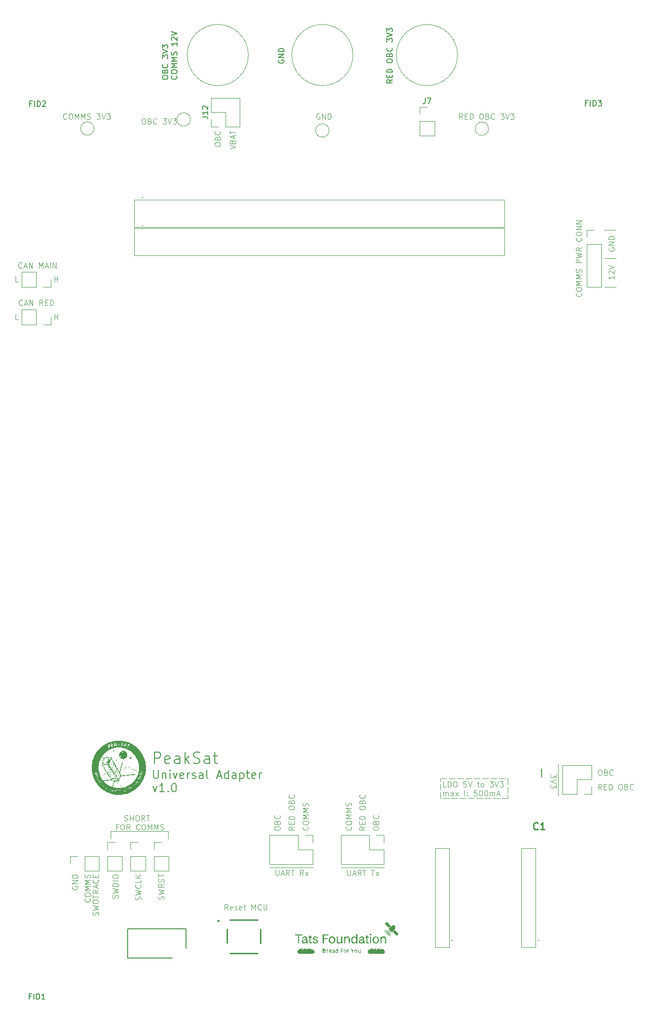
<source format=gbr>
%TF.GenerationSoftware,KiCad,Pcbnew,8.0.6*%
%TF.CreationDate,2024-11-11T12:52:55+02:00*%
%TF.ProjectId,Universal_Adaptor,556e6976-6572-4736-916c-5f4164617074,rev?*%
%TF.SameCoordinates,Original*%
%TF.FileFunction,Legend,Top*%
%TF.FilePolarity,Positive*%
%FSLAX46Y46*%
G04 Gerber Fmt 4.6, Leading zero omitted, Abs format (unit mm)*
G04 Created by KiCad (PCBNEW 8.0.6) date 2024-11-11 12:52:55*
%MOMM*%
%LPD*%
G01*
G04 APERTURE LIST*
%ADD10C,0.100000*%
%ADD11C,0.200000*%
%ADD12C,0.150000*%
%ADD13C,0.254000*%
%ADD14C,0.120000*%
%ADD15C,0.000000*%
G04 APERTURE END LIST*
D10*
X107860000Y-169175000D02*
X115600000Y-169175000D01*
X79250000Y-162660000D02*
X89550000Y-162660000D01*
X79250000Y-162660000D02*
X79250000Y-163990000D01*
X167975000Y-54625000D02*
X170025000Y-54625000D01*
X138525000Y-153175000D02*
X139625000Y-153175000D01*
X140025000Y-153175000D02*
X141125000Y-153175000D01*
X141525000Y-153175000D02*
X142625000Y-153175000D01*
X143025000Y-153175000D02*
X144125000Y-153175000D01*
X144525000Y-153175000D02*
X145625000Y-153175000D01*
X146025000Y-153175000D02*
X147125000Y-153175000D01*
X147525000Y-153175000D02*
X148625000Y-153175000D01*
X149025000Y-153175000D02*
X150125000Y-153175000D01*
X150525000Y-153175000D02*
X150575000Y-153175000D01*
X150575000Y-153175000D02*
X150575000Y-154275000D01*
X150575000Y-154675000D02*
X150575000Y-155775000D01*
X150575000Y-156175000D02*
X150575000Y-156750000D01*
X150575000Y-156750000D02*
X149475000Y-156750000D01*
X149075000Y-156750000D02*
X147975000Y-156750000D01*
X147575000Y-156750000D02*
X146475000Y-156750000D01*
X146075000Y-156750000D02*
X144975000Y-156750000D01*
X144575000Y-156750000D02*
X143475000Y-156750000D01*
X143075000Y-156750000D02*
X141975000Y-156750000D01*
X141575000Y-156750000D02*
X140475000Y-156750000D01*
X140075000Y-156750000D02*
X138975000Y-156750000D01*
X138575000Y-156750000D02*
X138525000Y-156750000D01*
X138525000Y-156750000D02*
X138525000Y-155650000D01*
X138525000Y-155250000D02*
X138525000Y-154150000D01*
X138525000Y-153750000D02*
X138525000Y-153175000D01*
X89550000Y-162660000D02*
X89550000Y-163990000D01*
X159625000Y-150650000D02*
X159625000Y-156300000D01*
X167996000Y-59744047D02*
X170046000Y-59744047D01*
X168025000Y-64875000D02*
X170075000Y-64875000D01*
X120640000Y-169175000D02*
X128380000Y-169175000D01*
X108864836Y-169597419D02*
X108864836Y-170406942D01*
X108864836Y-170406942D02*
X108912455Y-170502180D01*
X108912455Y-170502180D02*
X108960074Y-170549800D01*
X108960074Y-170549800D02*
X109055312Y-170597419D01*
X109055312Y-170597419D02*
X109245788Y-170597419D01*
X109245788Y-170597419D02*
X109341026Y-170549800D01*
X109341026Y-170549800D02*
X109388645Y-170502180D01*
X109388645Y-170502180D02*
X109436264Y-170406942D01*
X109436264Y-170406942D02*
X109436264Y-169597419D01*
X109864836Y-170311704D02*
X110341026Y-170311704D01*
X109769598Y-170597419D02*
X110102931Y-169597419D01*
X110102931Y-169597419D02*
X110436264Y-170597419D01*
X111341026Y-170597419D02*
X111007693Y-170121228D01*
X110769598Y-170597419D02*
X110769598Y-169597419D01*
X110769598Y-169597419D02*
X111150550Y-169597419D01*
X111150550Y-169597419D02*
X111245788Y-169645038D01*
X111245788Y-169645038D02*
X111293407Y-169692657D01*
X111293407Y-169692657D02*
X111341026Y-169787895D01*
X111341026Y-169787895D02*
X111341026Y-169930752D01*
X111341026Y-169930752D02*
X111293407Y-170025990D01*
X111293407Y-170025990D02*
X111245788Y-170073609D01*
X111245788Y-170073609D02*
X111150550Y-170121228D01*
X111150550Y-170121228D02*
X110769598Y-170121228D01*
X111626741Y-169597419D02*
X112198169Y-169597419D01*
X111912455Y-170597419D02*
X111912455Y-169597419D01*
X113864836Y-170597419D02*
X113531503Y-170121228D01*
X113293408Y-170597419D02*
X113293408Y-169597419D01*
X113293408Y-169597419D02*
X113674360Y-169597419D01*
X113674360Y-169597419D02*
X113769598Y-169645038D01*
X113769598Y-169645038D02*
X113817217Y-169692657D01*
X113817217Y-169692657D02*
X113864836Y-169787895D01*
X113864836Y-169787895D02*
X113864836Y-169930752D01*
X113864836Y-169930752D02*
X113817217Y-170025990D01*
X113817217Y-170025990D02*
X113769598Y-170073609D01*
X113769598Y-170073609D02*
X113674360Y-170121228D01*
X113674360Y-170121228D02*
X113293408Y-170121228D01*
X114198170Y-170597419D02*
X114721979Y-169930752D01*
X114198170Y-169930752D02*
X114721979Y-170597419D01*
X124947419Y-161824687D02*
X124471228Y-162158020D01*
X124947419Y-162396115D02*
X123947419Y-162396115D01*
X123947419Y-162396115D02*
X123947419Y-162015163D01*
X123947419Y-162015163D02*
X123995038Y-161919925D01*
X123995038Y-161919925D02*
X124042657Y-161872306D01*
X124042657Y-161872306D02*
X124137895Y-161824687D01*
X124137895Y-161824687D02*
X124280752Y-161824687D01*
X124280752Y-161824687D02*
X124375990Y-161872306D01*
X124375990Y-161872306D02*
X124423609Y-161919925D01*
X124423609Y-161919925D02*
X124471228Y-162015163D01*
X124471228Y-162015163D02*
X124471228Y-162396115D01*
X124423609Y-161396115D02*
X124423609Y-161062782D01*
X124947419Y-160919925D02*
X124947419Y-161396115D01*
X124947419Y-161396115D02*
X123947419Y-161396115D01*
X123947419Y-161396115D02*
X123947419Y-160919925D01*
X124947419Y-160491353D02*
X123947419Y-160491353D01*
X123947419Y-160491353D02*
X123947419Y-160253258D01*
X123947419Y-160253258D02*
X123995038Y-160110401D01*
X123995038Y-160110401D02*
X124090276Y-160015163D01*
X124090276Y-160015163D02*
X124185514Y-159967544D01*
X124185514Y-159967544D02*
X124375990Y-159919925D01*
X124375990Y-159919925D02*
X124518847Y-159919925D01*
X124518847Y-159919925D02*
X124709323Y-159967544D01*
X124709323Y-159967544D02*
X124804561Y-160015163D01*
X124804561Y-160015163D02*
X124899800Y-160110401D01*
X124899800Y-160110401D02*
X124947419Y-160253258D01*
X124947419Y-160253258D02*
X124947419Y-160491353D01*
X123947419Y-158538972D02*
X123947419Y-158348496D01*
X123947419Y-158348496D02*
X123995038Y-158253258D01*
X123995038Y-158253258D02*
X124090276Y-158158020D01*
X124090276Y-158158020D02*
X124280752Y-158110401D01*
X124280752Y-158110401D02*
X124614085Y-158110401D01*
X124614085Y-158110401D02*
X124804561Y-158158020D01*
X124804561Y-158158020D02*
X124899800Y-158253258D01*
X124899800Y-158253258D02*
X124947419Y-158348496D01*
X124947419Y-158348496D02*
X124947419Y-158538972D01*
X124947419Y-158538972D02*
X124899800Y-158634210D01*
X124899800Y-158634210D02*
X124804561Y-158729448D01*
X124804561Y-158729448D02*
X124614085Y-158777067D01*
X124614085Y-158777067D02*
X124280752Y-158777067D01*
X124280752Y-158777067D02*
X124090276Y-158729448D01*
X124090276Y-158729448D02*
X123995038Y-158634210D01*
X123995038Y-158634210D02*
X123947419Y-158538972D01*
X124423609Y-157348496D02*
X124471228Y-157205639D01*
X124471228Y-157205639D02*
X124518847Y-157158020D01*
X124518847Y-157158020D02*
X124614085Y-157110401D01*
X124614085Y-157110401D02*
X124756942Y-157110401D01*
X124756942Y-157110401D02*
X124852180Y-157158020D01*
X124852180Y-157158020D02*
X124899800Y-157205639D01*
X124899800Y-157205639D02*
X124947419Y-157300877D01*
X124947419Y-157300877D02*
X124947419Y-157681829D01*
X124947419Y-157681829D02*
X123947419Y-157681829D01*
X123947419Y-157681829D02*
X123947419Y-157348496D01*
X123947419Y-157348496D02*
X123995038Y-157253258D01*
X123995038Y-157253258D02*
X124042657Y-157205639D01*
X124042657Y-157205639D02*
X124137895Y-157158020D01*
X124137895Y-157158020D02*
X124233133Y-157158020D01*
X124233133Y-157158020D02*
X124328371Y-157205639D01*
X124328371Y-157205639D02*
X124375990Y-157253258D01*
X124375990Y-157253258D02*
X124423609Y-157348496D01*
X124423609Y-157348496D02*
X124423609Y-157681829D01*
X124852180Y-156110401D02*
X124899800Y-156158020D01*
X124899800Y-156158020D02*
X124947419Y-156300877D01*
X124947419Y-156300877D02*
X124947419Y-156396115D01*
X124947419Y-156396115D02*
X124899800Y-156538972D01*
X124899800Y-156538972D02*
X124804561Y-156634210D01*
X124804561Y-156634210D02*
X124709323Y-156681829D01*
X124709323Y-156681829D02*
X124518847Y-156729448D01*
X124518847Y-156729448D02*
X124375990Y-156729448D01*
X124375990Y-156729448D02*
X124185514Y-156681829D01*
X124185514Y-156681829D02*
X124090276Y-156634210D01*
X124090276Y-156634210D02*
X123995038Y-156538972D01*
X123995038Y-156538972D02*
X123947419Y-156396115D01*
X123947419Y-156396115D02*
X123947419Y-156300877D01*
X123947419Y-156300877D02*
X123995038Y-156158020D01*
X123995038Y-156158020D02*
X124042657Y-156110401D01*
X84608134Y-174975877D02*
X84655753Y-174833020D01*
X84655753Y-174833020D02*
X84655753Y-174594925D01*
X84655753Y-174594925D02*
X84608134Y-174499687D01*
X84608134Y-174499687D02*
X84560514Y-174452068D01*
X84560514Y-174452068D02*
X84465276Y-174404449D01*
X84465276Y-174404449D02*
X84370038Y-174404449D01*
X84370038Y-174404449D02*
X84274800Y-174452068D01*
X84274800Y-174452068D02*
X84227181Y-174499687D01*
X84227181Y-174499687D02*
X84179562Y-174594925D01*
X84179562Y-174594925D02*
X84131943Y-174785401D01*
X84131943Y-174785401D02*
X84084324Y-174880639D01*
X84084324Y-174880639D02*
X84036705Y-174928258D01*
X84036705Y-174928258D02*
X83941467Y-174975877D01*
X83941467Y-174975877D02*
X83846229Y-174975877D01*
X83846229Y-174975877D02*
X83750991Y-174928258D01*
X83750991Y-174928258D02*
X83703372Y-174880639D01*
X83703372Y-174880639D02*
X83655753Y-174785401D01*
X83655753Y-174785401D02*
X83655753Y-174547306D01*
X83655753Y-174547306D02*
X83703372Y-174404449D01*
X83655753Y-174071115D02*
X84655753Y-173833020D01*
X84655753Y-173833020D02*
X83941467Y-173642544D01*
X83941467Y-173642544D02*
X84655753Y-173452068D01*
X84655753Y-173452068D02*
X83655753Y-173213973D01*
X84560514Y-172261592D02*
X84608134Y-172309211D01*
X84608134Y-172309211D02*
X84655753Y-172452068D01*
X84655753Y-172452068D02*
X84655753Y-172547306D01*
X84655753Y-172547306D02*
X84608134Y-172690163D01*
X84608134Y-172690163D02*
X84512895Y-172785401D01*
X84512895Y-172785401D02*
X84417657Y-172833020D01*
X84417657Y-172833020D02*
X84227181Y-172880639D01*
X84227181Y-172880639D02*
X84084324Y-172880639D01*
X84084324Y-172880639D02*
X83893848Y-172833020D01*
X83893848Y-172833020D02*
X83798610Y-172785401D01*
X83798610Y-172785401D02*
X83703372Y-172690163D01*
X83703372Y-172690163D02*
X83655753Y-172547306D01*
X83655753Y-172547306D02*
X83655753Y-172452068D01*
X83655753Y-172452068D02*
X83703372Y-172309211D01*
X83703372Y-172309211D02*
X83750991Y-172261592D01*
X84655753Y-171356830D02*
X84655753Y-171833020D01*
X84655753Y-171833020D02*
X83655753Y-171833020D01*
X84655753Y-171023496D02*
X83655753Y-171023496D01*
X84655753Y-170452068D02*
X84084324Y-170880639D01*
X83655753Y-170452068D02*
X84227181Y-171023496D01*
D11*
X129842219Y-27633898D02*
X129366028Y-27967231D01*
X129842219Y-28205326D02*
X128842219Y-28205326D01*
X128842219Y-28205326D02*
X128842219Y-27824374D01*
X128842219Y-27824374D02*
X128889838Y-27729136D01*
X128889838Y-27729136D02*
X128937457Y-27681517D01*
X128937457Y-27681517D02*
X129032695Y-27633898D01*
X129032695Y-27633898D02*
X129175552Y-27633898D01*
X129175552Y-27633898D02*
X129270790Y-27681517D01*
X129270790Y-27681517D02*
X129318409Y-27729136D01*
X129318409Y-27729136D02*
X129366028Y-27824374D01*
X129366028Y-27824374D02*
X129366028Y-28205326D01*
X129318409Y-27205326D02*
X129318409Y-26871993D01*
X129842219Y-26729136D02*
X129842219Y-27205326D01*
X129842219Y-27205326D02*
X128842219Y-27205326D01*
X128842219Y-27205326D02*
X128842219Y-26729136D01*
X129842219Y-26300564D02*
X128842219Y-26300564D01*
X128842219Y-26300564D02*
X128842219Y-26062469D01*
X128842219Y-26062469D02*
X128889838Y-25919612D01*
X128889838Y-25919612D02*
X128985076Y-25824374D01*
X128985076Y-25824374D02*
X129080314Y-25776755D01*
X129080314Y-25776755D02*
X129270790Y-25729136D01*
X129270790Y-25729136D02*
X129413647Y-25729136D01*
X129413647Y-25729136D02*
X129604123Y-25776755D01*
X129604123Y-25776755D02*
X129699361Y-25824374D01*
X129699361Y-25824374D02*
X129794600Y-25919612D01*
X129794600Y-25919612D02*
X129842219Y-26062469D01*
X129842219Y-26062469D02*
X129842219Y-26300564D01*
X128842219Y-24348183D02*
X128842219Y-24157707D01*
X128842219Y-24157707D02*
X128889838Y-24062469D01*
X128889838Y-24062469D02*
X128985076Y-23967231D01*
X128985076Y-23967231D02*
X129175552Y-23919612D01*
X129175552Y-23919612D02*
X129508885Y-23919612D01*
X129508885Y-23919612D02*
X129699361Y-23967231D01*
X129699361Y-23967231D02*
X129794600Y-24062469D01*
X129794600Y-24062469D02*
X129842219Y-24157707D01*
X129842219Y-24157707D02*
X129842219Y-24348183D01*
X129842219Y-24348183D02*
X129794600Y-24443421D01*
X129794600Y-24443421D02*
X129699361Y-24538659D01*
X129699361Y-24538659D02*
X129508885Y-24586278D01*
X129508885Y-24586278D02*
X129175552Y-24586278D01*
X129175552Y-24586278D02*
X128985076Y-24538659D01*
X128985076Y-24538659D02*
X128889838Y-24443421D01*
X128889838Y-24443421D02*
X128842219Y-24348183D01*
X129318409Y-23157707D02*
X129366028Y-23014850D01*
X129366028Y-23014850D02*
X129413647Y-22967231D01*
X129413647Y-22967231D02*
X129508885Y-22919612D01*
X129508885Y-22919612D02*
X129651742Y-22919612D01*
X129651742Y-22919612D02*
X129746980Y-22967231D01*
X129746980Y-22967231D02*
X129794600Y-23014850D01*
X129794600Y-23014850D02*
X129842219Y-23110088D01*
X129842219Y-23110088D02*
X129842219Y-23491040D01*
X129842219Y-23491040D02*
X128842219Y-23491040D01*
X128842219Y-23491040D02*
X128842219Y-23157707D01*
X128842219Y-23157707D02*
X128889838Y-23062469D01*
X128889838Y-23062469D02*
X128937457Y-23014850D01*
X128937457Y-23014850D02*
X129032695Y-22967231D01*
X129032695Y-22967231D02*
X129127933Y-22967231D01*
X129127933Y-22967231D02*
X129223171Y-23014850D01*
X129223171Y-23014850D02*
X129270790Y-23062469D01*
X129270790Y-23062469D02*
X129318409Y-23157707D01*
X129318409Y-23157707D02*
X129318409Y-23491040D01*
X129746980Y-21919612D02*
X129794600Y-21967231D01*
X129794600Y-21967231D02*
X129842219Y-22110088D01*
X129842219Y-22110088D02*
X129842219Y-22205326D01*
X129842219Y-22205326D02*
X129794600Y-22348183D01*
X129794600Y-22348183D02*
X129699361Y-22443421D01*
X129699361Y-22443421D02*
X129604123Y-22491040D01*
X129604123Y-22491040D02*
X129413647Y-22538659D01*
X129413647Y-22538659D02*
X129270790Y-22538659D01*
X129270790Y-22538659D02*
X129080314Y-22491040D01*
X129080314Y-22491040D02*
X128985076Y-22443421D01*
X128985076Y-22443421D02*
X128889838Y-22348183D01*
X128889838Y-22348183D02*
X128842219Y-22205326D01*
X128842219Y-22205326D02*
X128842219Y-22110088D01*
X128842219Y-22110088D02*
X128889838Y-21967231D01*
X128889838Y-21967231D02*
X128937457Y-21919612D01*
X128842219Y-20824373D02*
X128842219Y-20205326D01*
X128842219Y-20205326D02*
X129223171Y-20538659D01*
X129223171Y-20538659D02*
X129223171Y-20395802D01*
X129223171Y-20395802D02*
X129270790Y-20300564D01*
X129270790Y-20300564D02*
X129318409Y-20252945D01*
X129318409Y-20252945D02*
X129413647Y-20205326D01*
X129413647Y-20205326D02*
X129651742Y-20205326D01*
X129651742Y-20205326D02*
X129746980Y-20252945D01*
X129746980Y-20252945D02*
X129794600Y-20300564D01*
X129794600Y-20300564D02*
X129842219Y-20395802D01*
X129842219Y-20395802D02*
X129842219Y-20681516D01*
X129842219Y-20681516D02*
X129794600Y-20776754D01*
X129794600Y-20776754D02*
X129746980Y-20824373D01*
X128842219Y-19919611D02*
X129842219Y-19586278D01*
X129842219Y-19586278D02*
X128842219Y-19252945D01*
X128842219Y-19014849D02*
X128842219Y-18395802D01*
X128842219Y-18395802D02*
X129223171Y-18729135D01*
X129223171Y-18729135D02*
X129223171Y-18586278D01*
X129223171Y-18586278D02*
X129270790Y-18491040D01*
X129270790Y-18491040D02*
X129318409Y-18443421D01*
X129318409Y-18443421D02*
X129413647Y-18395802D01*
X129413647Y-18395802D02*
X129651742Y-18395802D01*
X129651742Y-18395802D02*
X129746980Y-18443421D01*
X129746980Y-18443421D02*
X129794600Y-18491040D01*
X129794600Y-18491040D02*
X129842219Y-18586278D01*
X129842219Y-18586278D02*
X129842219Y-18871992D01*
X129842219Y-18871992D02*
X129794600Y-18967230D01*
X129794600Y-18967230D02*
X129746980Y-19014849D01*
D10*
X62630074Y-70697419D02*
X62153884Y-70697419D01*
X62153884Y-70697419D02*
X62153884Y-69697419D01*
X116752693Y-33745038D02*
X116657455Y-33697419D01*
X116657455Y-33697419D02*
X116514598Y-33697419D01*
X116514598Y-33697419D02*
X116371741Y-33745038D01*
X116371741Y-33745038D02*
X116276503Y-33840276D01*
X116276503Y-33840276D02*
X116228884Y-33935514D01*
X116228884Y-33935514D02*
X116181265Y-34125990D01*
X116181265Y-34125990D02*
X116181265Y-34268847D01*
X116181265Y-34268847D02*
X116228884Y-34459323D01*
X116228884Y-34459323D02*
X116276503Y-34554561D01*
X116276503Y-34554561D02*
X116371741Y-34649800D01*
X116371741Y-34649800D02*
X116514598Y-34697419D01*
X116514598Y-34697419D02*
X116609836Y-34697419D01*
X116609836Y-34697419D02*
X116752693Y-34649800D01*
X116752693Y-34649800D02*
X116800312Y-34602180D01*
X116800312Y-34602180D02*
X116800312Y-34268847D01*
X116800312Y-34268847D02*
X116609836Y-34268847D01*
X117228884Y-34697419D02*
X117228884Y-33697419D01*
X117228884Y-33697419D02*
X117800312Y-34697419D01*
X117800312Y-34697419D02*
X117800312Y-33697419D01*
X118276503Y-34697419D02*
X118276503Y-33697419D01*
X118276503Y-33697419D02*
X118514598Y-33697419D01*
X118514598Y-33697419D02*
X118657455Y-33745038D01*
X118657455Y-33745038D02*
X118752693Y-33840276D01*
X118752693Y-33840276D02*
X118800312Y-33935514D01*
X118800312Y-33935514D02*
X118847931Y-34125990D01*
X118847931Y-34125990D02*
X118847931Y-34268847D01*
X118847931Y-34268847D02*
X118800312Y-34459323D01*
X118800312Y-34459323D02*
X118752693Y-34554561D01*
X118752693Y-34554561D02*
X118657455Y-34649800D01*
X118657455Y-34649800D02*
X118514598Y-34697419D01*
X118514598Y-34697419D02*
X118276503Y-34697419D01*
X85069360Y-34597419D02*
X85259836Y-34597419D01*
X85259836Y-34597419D02*
X85355074Y-34645038D01*
X85355074Y-34645038D02*
X85450312Y-34740276D01*
X85450312Y-34740276D02*
X85497931Y-34930752D01*
X85497931Y-34930752D02*
X85497931Y-35264085D01*
X85497931Y-35264085D02*
X85450312Y-35454561D01*
X85450312Y-35454561D02*
X85355074Y-35549800D01*
X85355074Y-35549800D02*
X85259836Y-35597419D01*
X85259836Y-35597419D02*
X85069360Y-35597419D01*
X85069360Y-35597419D02*
X84974122Y-35549800D01*
X84974122Y-35549800D02*
X84878884Y-35454561D01*
X84878884Y-35454561D02*
X84831265Y-35264085D01*
X84831265Y-35264085D02*
X84831265Y-34930752D01*
X84831265Y-34930752D02*
X84878884Y-34740276D01*
X84878884Y-34740276D02*
X84974122Y-34645038D01*
X84974122Y-34645038D02*
X85069360Y-34597419D01*
X86259836Y-35073609D02*
X86402693Y-35121228D01*
X86402693Y-35121228D02*
X86450312Y-35168847D01*
X86450312Y-35168847D02*
X86497931Y-35264085D01*
X86497931Y-35264085D02*
X86497931Y-35406942D01*
X86497931Y-35406942D02*
X86450312Y-35502180D01*
X86450312Y-35502180D02*
X86402693Y-35549800D01*
X86402693Y-35549800D02*
X86307455Y-35597419D01*
X86307455Y-35597419D02*
X85926503Y-35597419D01*
X85926503Y-35597419D02*
X85926503Y-34597419D01*
X85926503Y-34597419D02*
X86259836Y-34597419D01*
X86259836Y-34597419D02*
X86355074Y-34645038D01*
X86355074Y-34645038D02*
X86402693Y-34692657D01*
X86402693Y-34692657D02*
X86450312Y-34787895D01*
X86450312Y-34787895D02*
X86450312Y-34883133D01*
X86450312Y-34883133D02*
X86402693Y-34978371D01*
X86402693Y-34978371D02*
X86355074Y-35025990D01*
X86355074Y-35025990D02*
X86259836Y-35073609D01*
X86259836Y-35073609D02*
X85926503Y-35073609D01*
X87497931Y-35502180D02*
X87450312Y-35549800D01*
X87450312Y-35549800D02*
X87307455Y-35597419D01*
X87307455Y-35597419D02*
X87212217Y-35597419D01*
X87212217Y-35597419D02*
X87069360Y-35549800D01*
X87069360Y-35549800D02*
X86974122Y-35454561D01*
X86974122Y-35454561D02*
X86926503Y-35359323D01*
X86926503Y-35359323D02*
X86878884Y-35168847D01*
X86878884Y-35168847D02*
X86878884Y-35025990D01*
X86878884Y-35025990D02*
X86926503Y-34835514D01*
X86926503Y-34835514D02*
X86974122Y-34740276D01*
X86974122Y-34740276D02*
X87069360Y-34645038D01*
X87069360Y-34645038D02*
X87212217Y-34597419D01*
X87212217Y-34597419D02*
X87307455Y-34597419D01*
X87307455Y-34597419D02*
X87450312Y-34645038D01*
X87450312Y-34645038D02*
X87497931Y-34692657D01*
X88593170Y-34597419D02*
X89212217Y-34597419D01*
X89212217Y-34597419D02*
X88878884Y-34978371D01*
X88878884Y-34978371D02*
X89021741Y-34978371D01*
X89021741Y-34978371D02*
X89116979Y-35025990D01*
X89116979Y-35025990D02*
X89164598Y-35073609D01*
X89164598Y-35073609D02*
X89212217Y-35168847D01*
X89212217Y-35168847D02*
X89212217Y-35406942D01*
X89212217Y-35406942D02*
X89164598Y-35502180D01*
X89164598Y-35502180D02*
X89116979Y-35549800D01*
X89116979Y-35549800D02*
X89021741Y-35597419D01*
X89021741Y-35597419D02*
X88736027Y-35597419D01*
X88736027Y-35597419D02*
X88640789Y-35549800D01*
X88640789Y-35549800D02*
X88593170Y-35502180D01*
X89497932Y-34597419D02*
X89831265Y-35597419D01*
X89831265Y-35597419D02*
X90164598Y-34597419D01*
X90402694Y-34597419D02*
X91021741Y-34597419D01*
X91021741Y-34597419D02*
X90688408Y-34978371D01*
X90688408Y-34978371D02*
X90831265Y-34978371D01*
X90831265Y-34978371D02*
X90926503Y-35025990D01*
X90926503Y-35025990D02*
X90974122Y-35073609D01*
X90974122Y-35073609D02*
X91021741Y-35168847D01*
X91021741Y-35168847D02*
X91021741Y-35406942D01*
X91021741Y-35406942D02*
X90974122Y-35502180D01*
X90974122Y-35502180D02*
X90926503Y-35549800D01*
X90926503Y-35549800D02*
X90831265Y-35597419D01*
X90831265Y-35597419D02*
X90545551Y-35597419D01*
X90545551Y-35597419D02*
X90450313Y-35549800D01*
X90450313Y-35549800D02*
X90402694Y-35502180D01*
X169747419Y-62872306D02*
X169747419Y-63443734D01*
X169747419Y-63158020D02*
X168747419Y-63158020D01*
X168747419Y-63158020D02*
X168890276Y-63253258D01*
X168890276Y-63253258D02*
X168985514Y-63348496D01*
X168985514Y-63348496D02*
X169033133Y-63443734D01*
X168842657Y-62491353D02*
X168795038Y-62443734D01*
X168795038Y-62443734D02*
X168747419Y-62348496D01*
X168747419Y-62348496D02*
X168747419Y-62110401D01*
X168747419Y-62110401D02*
X168795038Y-62015163D01*
X168795038Y-62015163D02*
X168842657Y-61967544D01*
X168842657Y-61967544D02*
X168937895Y-61919925D01*
X168937895Y-61919925D02*
X169033133Y-61919925D01*
X169033133Y-61919925D02*
X169175990Y-61967544D01*
X169175990Y-61967544D02*
X169747419Y-62538972D01*
X169747419Y-62538972D02*
X169747419Y-61919925D01*
X168747419Y-61634210D02*
X169747419Y-61300877D01*
X169747419Y-61300877D02*
X168747419Y-60967544D01*
X80491468Y-174690162D02*
X80539087Y-174547305D01*
X80539087Y-174547305D02*
X80539087Y-174309210D01*
X80539087Y-174309210D02*
X80491468Y-174213972D01*
X80491468Y-174213972D02*
X80443848Y-174166353D01*
X80443848Y-174166353D02*
X80348610Y-174118734D01*
X80348610Y-174118734D02*
X80253372Y-174118734D01*
X80253372Y-174118734D02*
X80158134Y-174166353D01*
X80158134Y-174166353D02*
X80110515Y-174213972D01*
X80110515Y-174213972D02*
X80062896Y-174309210D01*
X80062896Y-174309210D02*
X80015277Y-174499686D01*
X80015277Y-174499686D02*
X79967658Y-174594924D01*
X79967658Y-174594924D02*
X79920039Y-174642543D01*
X79920039Y-174642543D02*
X79824801Y-174690162D01*
X79824801Y-174690162D02*
X79729563Y-174690162D01*
X79729563Y-174690162D02*
X79634325Y-174642543D01*
X79634325Y-174642543D02*
X79586706Y-174594924D01*
X79586706Y-174594924D02*
X79539087Y-174499686D01*
X79539087Y-174499686D02*
X79539087Y-174261591D01*
X79539087Y-174261591D02*
X79586706Y-174118734D01*
X79539087Y-173785400D02*
X80539087Y-173547305D01*
X80539087Y-173547305D02*
X79824801Y-173356829D01*
X79824801Y-173356829D02*
X80539087Y-173166353D01*
X80539087Y-173166353D02*
X79539087Y-172928258D01*
X80539087Y-172547305D02*
X79539087Y-172547305D01*
X79539087Y-172547305D02*
X79539087Y-172309210D01*
X79539087Y-172309210D02*
X79586706Y-172166353D01*
X79586706Y-172166353D02*
X79681944Y-172071115D01*
X79681944Y-172071115D02*
X79777182Y-172023496D01*
X79777182Y-172023496D02*
X79967658Y-171975877D01*
X79967658Y-171975877D02*
X80110515Y-171975877D01*
X80110515Y-171975877D02*
X80300991Y-172023496D01*
X80300991Y-172023496D02*
X80396229Y-172071115D01*
X80396229Y-172071115D02*
X80491468Y-172166353D01*
X80491468Y-172166353D02*
X80539087Y-172309210D01*
X80539087Y-172309210D02*
X80539087Y-172547305D01*
X80539087Y-171547305D02*
X79539087Y-171547305D01*
X79539087Y-170880639D02*
X79539087Y-170690163D01*
X79539087Y-170690163D02*
X79586706Y-170594925D01*
X79586706Y-170594925D02*
X79681944Y-170499687D01*
X79681944Y-170499687D02*
X79872420Y-170452068D01*
X79872420Y-170452068D02*
X80205753Y-170452068D01*
X80205753Y-170452068D02*
X80396229Y-170499687D01*
X80396229Y-170499687D02*
X80491468Y-170594925D01*
X80491468Y-170594925D02*
X80539087Y-170690163D01*
X80539087Y-170690163D02*
X80539087Y-170880639D01*
X80539087Y-170880639D02*
X80491468Y-170975877D01*
X80491468Y-170975877D02*
X80396229Y-171071115D01*
X80396229Y-171071115D02*
X80205753Y-171118734D01*
X80205753Y-171118734D02*
X79872420Y-171118734D01*
X79872420Y-171118734D02*
X79681944Y-171071115D01*
X79681944Y-171071115D02*
X79586706Y-170975877D01*
X79586706Y-170975877D02*
X79539087Y-170880639D01*
X76949800Y-177737782D02*
X76997419Y-177594925D01*
X76997419Y-177594925D02*
X76997419Y-177356830D01*
X76997419Y-177356830D02*
X76949800Y-177261592D01*
X76949800Y-177261592D02*
X76902180Y-177213973D01*
X76902180Y-177213973D02*
X76806942Y-177166354D01*
X76806942Y-177166354D02*
X76711704Y-177166354D01*
X76711704Y-177166354D02*
X76616466Y-177213973D01*
X76616466Y-177213973D02*
X76568847Y-177261592D01*
X76568847Y-177261592D02*
X76521228Y-177356830D01*
X76521228Y-177356830D02*
X76473609Y-177547306D01*
X76473609Y-177547306D02*
X76425990Y-177642544D01*
X76425990Y-177642544D02*
X76378371Y-177690163D01*
X76378371Y-177690163D02*
X76283133Y-177737782D01*
X76283133Y-177737782D02*
X76187895Y-177737782D01*
X76187895Y-177737782D02*
X76092657Y-177690163D01*
X76092657Y-177690163D02*
X76045038Y-177642544D01*
X76045038Y-177642544D02*
X75997419Y-177547306D01*
X75997419Y-177547306D02*
X75997419Y-177309211D01*
X75997419Y-177309211D02*
X76045038Y-177166354D01*
X75997419Y-176833020D02*
X76997419Y-176594925D01*
X76997419Y-176594925D02*
X76283133Y-176404449D01*
X76283133Y-176404449D02*
X76997419Y-176213973D01*
X76997419Y-176213973D02*
X75997419Y-175975878D01*
X75997419Y-175404449D02*
X75997419Y-175213973D01*
X75997419Y-175213973D02*
X76045038Y-175118735D01*
X76045038Y-175118735D02*
X76140276Y-175023497D01*
X76140276Y-175023497D02*
X76330752Y-174975878D01*
X76330752Y-174975878D02*
X76664085Y-174975878D01*
X76664085Y-174975878D02*
X76854561Y-175023497D01*
X76854561Y-175023497D02*
X76949800Y-175118735D01*
X76949800Y-175118735D02*
X76997419Y-175213973D01*
X76997419Y-175213973D02*
X76997419Y-175404449D01*
X76997419Y-175404449D02*
X76949800Y-175499687D01*
X76949800Y-175499687D02*
X76854561Y-175594925D01*
X76854561Y-175594925D02*
X76664085Y-175642544D01*
X76664085Y-175642544D02*
X76330752Y-175642544D01*
X76330752Y-175642544D02*
X76140276Y-175594925D01*
X76140276Y-175594925D02*
X76045038Y-175499687D01*
X76045038Y-175499687D02*
X75997419Y-175404449D01*
X75997419Y-174690163D02*
X75997419Y-174118735D01*
X76997419Y-174404449D02*
X75997419Y-174404449D01*
X76997419Y-173213973D02*
X76521228Y-173547306D01*
X76997419Y-173785401D02*
X75997419Y-173785401D01*
X75997419Y-173785401D02*
X75997419Y-173404449D01*
X75997419Y-173404449D02*
X76045038Y-173309211D01*
X76045038Y-173309211D02*
X76092657Y-173261592D01*
X76092657Y-173261592D02*
X76187895Y-173213973D01*
X76187895Y-173213973D02*
X76330752Y-173213973D01*
X76330752Y-173213973D02*
X76425990Y-173261592D01*
X76425990Y-173261592D02*
X76473609Y-173309211D01*
X76473609Y-173309211D02*
X76521228Y-173404449D01*
X76521228Y-173404449D02*
X76521228Y-173785401D01*
X76711704Y-172833020D02*
X76711704Y-172356830D01*
X76997419Y-172928258D02*
X75997419Y-172594925D01*
X75997419Y-172594925D02*
X76997419Y-172261592D01*
X76902180Y-171356830D02*
X76949800Y-171404449D01*
X76949800Y-171404449D02*
X76997419Y-171547306D01*
X76997419Y-171547306D02*
X76997419Y-171642544D01*
X76997419Y-171642544D02*
X76949800Y-171785401D01*
X76949800Y-171785401D02*
X76854561Y-171880639D01*
X76854561Y-171880639D02*
X76759323Y-171928258D01*
X76759323Y-171928258D02*
X76568847Y-171975877D01*
X76568847Y-171975877D02*
X76425990Y-171975877D01*
X76425990Y-171975877D02*
X76235514Y-171928258D01*
X76235514Y-171928258D02*
X76140276Y-171880639D01*
X76140276Y-171880639D02*
X76045038Y-171785401D01*
X76045038Y-171785401D02*
X75997419Y-171642544D01*
X75997419Y-171642544D02*
X75997419Y-171547306D01*
X75997419Y-171547306D02*
X76045038Y-171404449D01*
X76045038Y-171404449D02*
X76092657Y-171356830D01*
X76473609Y-170928258D02*
X76473609Y-170594925D01*
X76997419Y-170452068D02*
X76997419Y-170928258D01*
X76997419Y-170928258D02*
X75997419Y-170928258D01*
X75997419Y-170928258D02*
X75997419Y-170452068D01*
X81680075Y-160739856D02*
X81822932Y-160787475D01*
X81822932Y-160787475D02*
X82061027Y-160787475D01*
X82061027Y-160787475D02*
X82156265Y-160739856D01*
X82156265Y-160739856D02*
X82203884Y-160692236D01*
X82203884Y-160692236D02*
X82251503Y-160596998D01*
X82251503Y-160596998D02*
X82251503Y-160501760D01*
X82251503Y-160501760D02*
X82203884Y-160406522D01*
X82203884Y-160406522D02*
X82156265Y-160358903D01*
X82156265Y-160358903D02*
X82061027Y-160311284D01*
X82061027Y-160311284D02*
X81870551Y-160263665D01*
X81870551Y-160263665D02*
X81775313Y-160216046D01*
X81775313Y-160216046D02*
X81727694Y-160168427D01*
X81727694Y-160168427D02*
X81680075Y-160073189D01*
X81680075Y-160073189D02*
X81680075Y-159977951D01*
X81680075Y-159977951D02*
X81727694Y-159882713D01*
X81727694Y-159882713D02*
X81775313Y-159835094D01*
X81775313Y-159835094D02*
X81870551Y-159787475D01*
X81870551Y-159787475D02*
X82108646Y-159787475D01*
X82108646Y-159787475D02*
X82251503Y-159835094D01*
X82680075Y-160787475D02*
X82680075Y-159787475D01*
X82680075Y-160263665D02*
X83251503Y-160263665D01*
X83251503Y-160787475D02*
X83251503Y-159787475D01*
X83918170Y-159787475D02*
X84108646Y-159787475D01*
X84108646Y-159787475D02*
X84203884Y-159835094D01*
X84203884Y-159835094D02*
X84299122Y-159930332D01*
X84299122Y-159930332D02*
X84346741Y-160120808D01*
X84346741Y-160120808D02*
X84346741Y-160454141D01*
X84346741Y-160454141D02*
X84299122Y-160644617D01*
X84299122Y-160644617D02*
X84203884Y-160739856D01*
X84203884Y-160739856D02*
X84108646Y-160787475D01*
X84108646Y-160787475D02*
X83918170Y-160787475D01*
X83918170Y-160787475D02*
X83822932Y-160739856D01*
X83822932Y-160739856D02*
X83727694Y-160644617D01*
X83727694Y-160644617D02*
X83680075Y-160454141D01*
X83680075Y-160454141D02*
X83680075Y-160120808D01*
X83680075Y-160120808D02*
X83727694Y-159930332D01*
X83727694Y-159930332D02*
X83822932Y-159835094D01*
X83822932Y-159835094D02*
X83918170Y-159787475D01*
X85346741Y-160787475D02*
X85013408Y-160311284D01*
X84775313Y-160787475D02*
X84775313Y-159787475D01*
X84775313Y-159787475D02*
X85156265Y-159787475D01*
X85156265Y-159787475D02*
X85251503Y-159835094D01*
X85251503Y-159835094D02*
X85299122Y-159882713D01*
X85299122Y-159882713D02*
X85346741Y-159977951D01*
X85346741Y-159977951D02*
X85346741Y-160120808D01*
X85346741Y-160120808D02*
X85299122Y-160216046D01*
X85299122Y-160216046D02*
X85251503Y-160263665D01*
X85251503Y-160263665D02*
X85156265Y-160311284D01*
X85156265Y-160311284D02*
X84775313Y-160311284D01*
X85632456Y-159787475D02*
X86203884Y-159787475D01*
X85918170Y-160787475D02*
X85918170Y-159787475D01*
X80537217Y-161873609D02*
X80203884Y-161873609D01*
X80203884Y-162397419D02*
X80203884Y-161397419D01*
X80203884Y-161397419D02*
X80680074Y-161397419D01*
X81251503Y-161397419D02*
X81441979Y-161397419D01*
X81441979Y-161397419D02*
X81537217Y-161445038D01*
X81537217Y-161445038D02*
X81632455Y-161540276D01*
X81632455Y-161540276D02*
X81680074Y-161730752D01*
X81680074Y-161730752D02*
X81680074Y-162064085D01*
X81680074Y-162064085D02*
X81632455Y-162254561D01*
X81632455Y-162254561D02*
X81537217Y-162349800D01*
X81537217Y-162349800D02*
X81441979Y-162397419D01*
X81441979Y-162397419D02*
X81251503Y-162397419D01*
X81251503Y-162397419D02*
X81156265Y-162349800D01*
X81156265Y-162349800D02*
X81061027Y-162254561D01*
X81061027Y-162254561D02*
X81013408Y-162064085D01*
X81013408Y-162064085D02*
X81013408Y-161730752D01*
X81013408Y-161730752D02*
X81061027Y-161540276D01*
X81061027Y-161540276D02*
X81156265Y-161445038D01*
X81156265Y-161445038D02*
X81251503Y-161397419D01*
X82680074Y-162397419D02*
X82346741Y-161921228D01*
X82108646Y-162397419D02*
X82108646Y-161397419D01*
X82108646Y-161397419D02*
X82489598Y-161397419D01*
X82489598Y-161397419D02*
X82584836Y-161445038D01*
X82584836Y-161445038D02*
X82632455Y-161492657D01*
X82632455Y-161492657D02*
X82680074Y-161587895D01*
X82680074Y-161587895D02*
X82680074Y-161730752D01*
X82680074Y-161730752D02*
X82632455Y-161825990D01*
X82632455Y-161825990D02*
X82584836Y-161873609D01*
X82584836Y-161873609D02*
X82489598Y-161921228D01*
X82489598Y-161921228D02*
X82108646Y-161921228D01*
X84441979Y-162302180D02*
X84394360Y-162349800D01*
X84394360Y-162349800D02*
X84251503Y-162397419D01*
X84251503Y-162397419D02*
X84156265Y-162397419D01*
X84156265Y-162397419D02*
X84013408Y-162349800D01*
X84013408Y-162349800D02*
X83918170Y-162254561D01*
X83918170Y-162254561D02*
X83870551Y-162159323D01*
X83870551Y-162159323D02*
X83822932Y-161968847D01*
X83822932Y-161968847D02*
X83822932Y-161825990D01*
X83822932Y-161825990D02*
X83870551Y-161635514D01*
X83870551Y-161635514D02*
X83918170Y-161540276D01*
X83918170Y-161540276D02*
X84013408Y-161445038D01*
X84013408Y-161445038D02*
X84156265Y-161397419D01*
X84156265Y-161397419D02*
X84251503Y-161397419D01*
X84251503Y-161397419D02*
X84394360Y-161445038D01*
X84394360Y-161445038D02*
X84441979Y-161492657D01*
X85061027Y-161397419D02*
X85251503Y-161397419D01*
X85251503Y-161397419D02*
X85346741Y-161445038D01*
X85346741Y-161445038D02*
X85441979Y-161540276D01*
X85441979Y-161540276D02*
X85489598Y-161730752D01*
X85489598Y-161730752D02*
X85489598Y-162064085D01*
X85489598Y-162064085D02*
X85441979Y-162254561D01*
X85441979Y-162254561D02*
X85346741Y-162349800D01*
X85346741Y-162349800D02*
X85251503Y-162397419D01*
X85251503Y-162397419D02*
X85061027Y-162397419D01*
X85061027Y-162397419D02*
X84965789Y-162349800D01*
X84965789Y-162349800D02*
X84870551Y-162254561D01*
X84870551Y-162254561D02*
X84822932Y-162064085D01*
X84822932Y-162064085D02*
X84822932Y-161730752D01*
X84822932Y-161730752D02*
X84870551Y-161540276D01*
X84870551Y-161540276D02*
X84965789Y-161445038D01*
X84965789Y-161445038D02*
X85061027Y-161397419D01*
X85918170Y-162397419D02*
X85918170Y-161397419D01*
X85918170Y-161397419D02*
X86251503Y-162111704D01*
X86251503Y-162111704D02*
X86584836Y-161397419D01*
X86584836Y-161397419D02*
X86584836Y-162397419D01*
X87061027Y-162397419D02*
X87061027Y-161397419D01*
X87061027Y-161397419D02*
X87394360Y-162111704D01*
X87394360Y-162111704D02*
X87727693Y-161397419D01*
X87727693Y-161397419D02*
X87727693Y-162397419D01*
X88156265Y-162349800D02*
X88299122Y-162397419D01*
X88299122Y-162397419D02*
X88537217Y-162397419D01*
X88537217Y-162397419D02*
X88632455Y-162349800D01*
X88632455Y-162349800D02*
X88680074Y-162302180D01*
X88680074Y-162302180D02*
X88727693Y-162206942D01*
X88727693Y-162206942D02*
X88727693Y-162111704D01*
X88727693Y-162111704D02*
X88680074Y-162016466D01*
X88680074Y-162016466D02*
X88632455Y-161968847D01*
X88632455Y-161968847D02*
X88537217Y-161921228D01*
X88537217Y-161921228D02*
X88346741Y-161873609D01*
X88346741Y-161873609D02*
X88251503Y-161825990D01*
X88251503Y-161825990D02*
X88203884Y-161778371D01*
X88203884Y-161778371D02*
X88156265Y-161683133D01*
X88156265Y-161683133D02*
X88156265Y-161587895D01*
X88156265Y-161587895D02*
X88203884Y-161492657D01*
X88203884Y-161492657D02*
X88251503Y-161445038D01*
X88251503Y-161445038D02*
X88346741Y-161397419D01*
X88346741Y-161397419D02*
X88584836Y-161397419D01*
X88584836Y-161397419D02*
X88727693Y-161445038D01*
D11*
X86955294Y-151648893D02*
X86955294Y-152863179D01*
X86955294Y-152863179D02*
X87026723Y-153006036D01*
X87026723Y-153006036D02*
X87098152Y-153077465D01*
X87098152Y-153077465D02*
X87241009Y-153148893D01*
X87241009Y-153148893D02*
X87526723Y-153148893D01*
X87526723Y-153148893D02*
X87669580Y-153077465D01*
X87669580Y-153077465D02*
X87741009Y-153006036D01*
X87741009Y-153006036D02*
X87812437Y-152863179D01*
X87812437Y-152863179D02*
X87812437Y-151648893D01*
X88526723Y-152148893D02*
X88526723Y-153148893D01*
X88526723Y-152291750D02*
X88598152Y-152220322D01*
X88598152Y-152220322D02*
X88741009Y-152148893D01*
X88741009Y-152148893D02*
X88955295Y-152148893D01*
X88955295Y-152148893D02*
X89098152Y-152220322D01*
X89098152Y-152220322D02*
X89169581Y-152363179D01*
X89169581Y-152363179D02*
X89169581Y-153148893D01*
X89883866Y-153148893D02*
X89883866Y-152148893D01*
X89883866Y-151648893D02*
X89812438Y-151720322D01*
X89812438Y-151720322D02*
X89883866Y-151791750D01*
X89883866Y-151791750D02*
X89955295Y-151720322D01*
X89955295Y-151720322D02*
X89883866Y-151648893D01*
X89883866Y-151648893D02*
X89883866Y-151791750D01*
X90455295Y-152148893D02*
X90812438Y-153148893D01*
X90812438Y-153148893D02*
X91169581Y-152148893D01*
X92312438Y-153077465D02*
X92169581Y-153148893D01*
X92169581Y-153148893D02*
X91883867Y-153148893D01*
X91883867Y-153148893D02*
X91741009Y-153077465D01*
X91741009Y-153077465D02*
X91669581Y-152934607D01*
X91669581Y-152934607D02*
X91669581Y-152363179D01*
X91669581Y-152363179D02*
X91741009Y-152220322D01*
X91741009Y-152220322D02*
X91883867Y-152148893D01*
X91883867Y-152148893D02*
X92169581Y-152148893D01*
X92169581Y-152148893D02*
X92312438Y-152220322D01*
X92312438Y-152220322D02*
X92383867Y-152363179D01*
X92383867Y-152363179D02*
X92383867Y-152506036D01*
X92383867Y-152506036D02*
X91669581Y-152648893D01*
X93026723Y-153148893D02*
X93026723Y-152148893D01*
X93026723Y-152434607D02*
X93098152Y-152291750D01*
X93098152Y-152291750D02*
X93169581Y-152220322D01*
X93169581Y-152220322D02*
X93312438Y-152148893D01*
X93312438Y-152148893D02*
X93455295Y-152148893D01*
X93883866Y-153077465D02*
X94026723Y-153148893D01*
X94026723Y-153148893D02*
X94312437Y-153148893D01*
X94312437Y-153148893D02*
X94455294Y-153077465D01*
X94455294Y-153077465D02*
X94526723Y-152934607D01*
X94526723Y-152934607D02*
X94526723Y-152863179D01*
X94526723Y-152863179D02*
X94455294Y-152720322D01*
X94455294Y-152720322D02*
X94312437Y-152648893D01*
X94312437Y-152648893D02*
X94098152Y-152648893D01*
X94098152Y-152648893D02*
X93955294Y-152577465D01*
X93955294Y-152577465D02*
X93883866Y-152434607D01*
X93883866Y-152434607D02*
X93883866Y-152363179D01*
X93883866Y-152363179D02*
X93955294Y-152220322D01*
X93955294Y-152220322D02*
X94098152Y-152148893D01*
X94098152Y-152148893D02*
X94312437Y-152148893D01*
X94312437Y-152148893D02*
X94455294Y-152220322D01*
X95812438Y-153148893D02*
X95812438Y-152363179D01*
X95812438Y-152363179D02*
X95741009Y-152220322D01*
X95741009Y-152220322D02*
X95598152Y-152148893D01*
X95598152Y-152148893D02*
X95312438Y-152148893D01*
X95312438Y-152148893D02*
X95169580Y-152220322D01*
X95812438Y-153077465D02*
X95669580Y-153148893D01*
X95669580Y-153148893D02*
X95312438Y-153148893D01*
X95312438Y-153148893D02*
X95169580Y-153077465D01*
X95169580Y-153077465D02*
X95098152Y-152934607D01*
X95098152Y-152934607D02*
X95098152Y-152791750D01*
X95098152Y-152791750D02*
X95169580Y-152648893D01*
X95169580Y-152648893D02*
X95312438Y-152577465D01*
X95312438Y-152577465D02*
X95669580Y-152577465D01*
X95669580Y-152577465D02*
X95812438Y-152506036D01*
X96741009Y-153148893D02*
X96598152Y-153077465D01*
X96598152Y-153077465D02*
X96526723Y-152934607D01*
X96526723Y-152934607D02*
X96526723Y-151648893D01*
X98383866Y-152720322D02*
X99098152Y-152720322D01*
X98241009Y-153148893D02*
X98741009Y-151648893D01*
X98741009Y-151648893D02*
X99241009Y-153148893D01*
X100383866Y-153148893D02*
X100383866Y-151648893D01*
X100383866Y-153077465D02*
X100241008Y-153148893D01*
X100241008Y-153148893D02*
X99955294Y-153148893D01*
X99955294Y-153148893D02*
X99812437Y-153077465D01*
X99812437Y-153077465D02*
X99741008Y-153006036D01*
X99741008Y-153006036D02*
X99669580Y-152863179D01*
X99669580Y-152863179D02*
X99669580Y-152434607D01*
X99669580Y-152434607D02*
X99741008Y-152291750D01*
X99741008Y-152291750D02*
X99812437Y-152220322D01*
X99812437Y-152220322D02*
X99955294Y-152148893D01*
X99955294Y-152148893D02*
X100241008Y-152148893D01*
X100241008Y-152148893D02*
X100383866Y-152220322D01*
X101741009Y-153148893D02*
X101741009Y-152363179D01*
X101741009Y-152363179D02*
X101669580Y-152220322D01*
X101669580Y-152220322D02*
X101526723Y-152148893D01*
X101526723Y-152148893D02*
X101241009Y-152148893D01*
X101241009Y-152148893D02*
X101098151Y-152220322D01*
X101741009Y-153077465D02*
X101598151Y-153148893D01*
X101598151Y-153148893D02*
X101241009Y-153148893D01*
X101241009Y-153148893D02*
X101098151Y-153077465D01*
X101098151Y-153077465D02*
X101026723Y-152934607D01*
X101026723Y-152934607D02*
X101026723Y-152791750D01*
X101026723Y-152791750D02*
X101098151Y-152648893D01*
X101098151Y-152648893D02*
X101241009Y-152577465D01*
X101241009Y-152577465D02*
X101598151Y-152577465D01*
X101598151Y-152577465D02*
X101741009Y-152506036D01*
X102455294Y-152148893D02*
X102455294Y-153648893D01*
X102455294Y-152220322D02*
X102598152Y-152148893D01*
X102598152Y-152148893D02*
X102883866Y-152148893D01*
X102883866Y-152148893D02*
X103026723Y-152220322D01*
X103026723Y-152220322D02*
X103098152Y-152291750D01*
X103098152Y-152291750D02*
X103169580Y-152434607D01*
X103169580Y-152434607D02*
X103169580Y-152863179D01*
X103169580Y-152863179D02*
X103098152Y-153006036D01*
X103098152Y-153006036D02*
X103026723Y-153077465D01*
X103026723Y-153077465D02*
X102883866Y-153148893D01*
X102883866Y-153148893D02*
X102598152Y-153148893D01*
X102598152Y-153148893D02*
X102455294Y-153077465D01*
X103598152Y-152148893D02*
X104169580Y-152148893D01*
X103812437Y-151648893D02*
X103812437Y-152934607D01*
X103812437Y-152934607D02*
X103883866Y-153077465D01*
X103883866Y-153077465D02*
X104026723Y-153148893D01*
X104026723Y-153148893D02*
X104169580Y-153148893D01*
X105241009Y-153077465D02*
X105098152Y-153148893D01*
X105098152Y-153148893D02*
X104812438Y-153148893D01*
X104812438Y-153148893D02*
X104669580Y-153077465D01*
X104669580Y-153077465D02*
X104598152Y-152934607D01*
X104598152Y-152934607D02*
X104598152Y-152363179D01*
X104598152Y-152363179D02*
X104669580Y-152220322D01*
X104669580Y-152220322D02*
X104812438Y-152148893D01*
X104812438Y-152148893D02*
X105098152Y-152148893D01*
X105098152Y-152148893D02*
X105241009Y-152220322D01*
X105241009Y-152220322D02*
X105312438Y-152363179D01*
X105312438Y-152363179D02*
X105312438Y-152506036D01*
X105312438Y-152506036D02*
X104598152Y-152648893D01*
X105955294Y-153148893D02*
X105955294Y-152148893D01*
X105955294Y-152434607D02*
X106026723Y-152291750D01*
X106026723Y-152291750D02*
X106098152Y-152220322D01*
X106098152Y-152220322D02*
X106241009Y-152148893D01*
X106241009Y-152148893D02*
X106383866Y-152148893D01*
X86812437Y-154563809D02*
X87169580Y-155563809D01*
X87169580Y-155563809D02*
X87526723Y-154563809D01*
X88883866Y-155563809D02*
X88026723Y-155563809D01*
X88455294Y-155563809D02*
X88455294Y-154063809D01*
X88455294Y-154063809D02*
X88312437Y-154278095D01*
X88312437Y-154278095D02*
X88169580Y-154420952D01*
X88169580Y-154420952D02*
X88026723Y-154492381D01*
X89526722Y-155420952D02*
X89598151Y-155492381D01*
X89598151Y-155492381D02*
X89526722Y-155563809D01*
X89526722Y-155563809D02*
X89455294Y-155492381D01*
X89455294Y-155492381D02*
X89526722Y-155420952D01*
X89526722Y-155420952D02*
X89526722Y-155563809D01*
X90526723Y-154063809D02*
X90669580Y-154063809D01*
X90669580Y-154063809D02*
X90812437Y-154135238D01*
X90812437Y-154135238D02*
X90883866Y-154206666D01*
X90883866Y-154206666D02*
X90955294Y-154349523D01*
X90955294Y-154349523D02*
X91026723Y-154635238D01*
X91026723Y-154635238D02*
X91026723Y-154992381D01*
X91026723Y-154992381D02*
X90955294Y-155278095D01*
X90955294Y-155278095D02*
X90883866Y-155420952D01*
X90883866Y-155420952D02*
X90812437Y-155492381D01*
X90812437Y-155492381D02*
X90669580Y-155563809D01*
X90669580Y-155563809D02*
X90526723Y-155563809D01*
X90526723Y-155563809D02*
X90383866Y-155492381D01*
X90383866Y-155492381D02*
X90312437Y-155420952D01*
X90312437Y-155420952D02*
X90241008Y-155278095D01*
X90241008Y-155278095D02*
X90169580Y-154992381D01*
X90169580Y-154992381D02*
X90169580Y-154635238D01*
X90169580Y-154635238D02*
X90241008Y-154349523D01*
X90241008Y-154349523D02*
X90312437Y-154206666D01*
X90312437Y-154206666D02*
X90383866Y-154135238D01*
X90383866Y-154135238D02*
X90526723Y-154063809D01*
D10*
X126397419Y-162205639D02*
X126397419Y-162015163D01*
X126397419Y-162015163D02*
X126445038Y-161919925D01*
X126445038Y-161919925D02*
X126540276Y-161824687D01*
X126540276Y-161824687D02*
X126730752Y-161777068D01*
X126730752Y-161777068D02*
X127064085Y-161777068D01*
X127064085Y-161777068D02*
X127254561Y-161824687D01*
X127254561Y-161824687D02*
X127349800Y-161919925D01*
X127349800Y-161919925D02*
X127397419Y-162015163D01*
X127397419Y-162015163D02*
X127397419Y-162205639D01*
X127397419Y-162205639D02*
X127349800Y-162300877D01*
X127349800Y-162300877D02*
X127254561Y-162396115D01*
X127254561Y-162396115D02*
X127064085Y-162443734D01*
X127064085Y-162443734D02*
X126730752Y-162443734D01*
X126730752Y-162443734D02*
X126540276Y-162396115D01*
X126540276Y-162396115D02*
X126445038Y-162300877D01*
X126445038Y-162300877D02*
X126397419Y-162205639D01*
X126873609Y-161015163D02*
X126921228Y-160872306D01*
X126921228Y-160872306D02*
X126968847Y-160824687D01*
X126968847Y-160824687D02*
X127064085Y-160777068D01*
X127064085Y-160777068D02*
X127206942Y-160777068D01*
X127206942Y-160777068D02*
X127302180Y-160824687D01*
X127302180Y-160824687D02*
X127349800Y-160872306D01*
X127349800Y-160872306D02*
X127397419Y-160967544D01*
X127397419Y-160967544D02*
X127397419Y-161348496D01*
X127397419Y-161348496D02*
X126397419Y-161348496D01*
X126397419Y-161348496D02*
X126397419Y-161015163D01*
X126397419Y-161015163D02*
X126445038Y-160919925D01*
X126445038Y-160919925D02*
X126492657Y-160872306D01*
X126492657Y-160872306D02*
X126587895Y-160824687D01*
X126587895Y-160824687D02*
X126683133Y-160824687D01*
X126683133Y-160824687D02*
X126778371Y-160872306D01*
X126778371Y-160872306D02*
X126825990Y-160919925D01*
X126825990Y-160919925D02*
X126873609Y-161015163D01*
X126873609Y-161015163D02*
X126873609Y-161348496D01*
X127302180Y-159777068D02*
X127349800Y-159824687D01*
X127349800Y-159824687D02*
X127397419Y-159967544D01*
X127397419Y-159967544D02*
X127397419Y-160062782D01*
X127397419Y-160062782D02*
X127349800Y-160205639D01*
X127349800Y-160205639D02*
X127254561Y-160300877D01*
X127254561Y-160300877D02*
X127159323Y-160348496D01*
X127159323Y-160348496D02*
X126968847Y-160396115D01*
X126968847Y-160396115D02*
X126825990Y-160396115D01*
X126825990Y-160396115D02*
X126635514Y-160348496D01*
X126635514Y-160348496D02*
X126540276Y-160300877D01*
X126540276Y-160300877D02*
X126445038Y-160205639D01*
X126445038Y-160205639D02*
X126397419Y-160062782D01*
X126397419Y-160062782D02*
X126397419Y-159967544D01*
X126397419Y-159967544D02*
X126445038Y-159824687D01*
X126445038Y-159824687D02*
X126492657Y-159777068D01*
X167475312Y-155172419D02*
X167141979Y-154696228D01*
X166903884Y-155172419D02*
X166903884Y-154172419D01*
X166903884Y-154172419D02*
X167284836Y-154172419D01*
X167284836Y-154172419D02*
X167380074Y-154220038D01*
X167380074Y-154220038D02*
X167427693Y-154267657D01*
X167427693Y-154267657D02*
X167475312Y-154362895D01*
X167475312Y-154362895D02*
X167475312Y-154505752D01*
X167475312Y-154505752D02*
X167427693Y-154600990D01*
X167427693Y-154600990D02*
X167380074Y-154648609D01*
X167380074Y-154648609D02*
X167284836Y-154696228D01*
X167284836Y-154696228D02*
X166903884Y-154696228D01*
X167903884Y-154648609D02*
X168237217Y-154648609D01*
X168380074Y-155172419D02*
X167903884Y-155172419D01*
X167903884Y-155172419D02*
X167903884Y-154172419D01*
X167903884Y-154172419D02*
X168380074Y-154172419D01*
X168808646Y-155172419D02*
X168808646Y-154172419D01*
X168808646Y-154172419D02*
X169046741Y-154172419D01*
X169046741Y-154172419D02*
X169189598Y-154220038D01*
X169189598Y-154220038D02*
X169284836Y-154315276D01*
X169284836Y-154315276D02*
X169332455Y-154410514D01*
X169332455Y-154410514D02*
X169380074Y-154600990D01*
X169380074Y-154600990D02*
X169380074Y-154743847D01*
X169380074Y-154743847D02*
X169332455Y-154934323D01*
X169332455Y-154934323D02*
X169284836Y-155029561D01*
X169284836Y-155029561D02*
X169189598Y-155124800D01*
X169189598Y-155124800D02*
X169046741Y-155172419D01*
X169046741Y-155172419D02*
X168808646Y-155172419D01*
X170761027Y-154172419D02*
X170951503Y-154172419D01*
X170951503Y-154172419D02*
X171046741Y-154220038D01*
X171046741Y-154220038D02*
X171141979Y-154315276D01*
X171141979Y-154315276D02*
X171189598Y-154505752D01*
X171189598Y-154505752D02*
X171189598Y-154839085D01*
X171189598Y-154839085D02*
X171141979Y-155029561D01*
X171141979Y-155029561D02*
X171046741Y-155124800D01*
X171046741Y-155124800D02*
X170951503Y-155172419D01*
X170951503Y-155172419D02*
X170761027Y-155172419D01*
X170761027Y-155172419D02*
X170665789Y-155124800D01*
X170665789Y-155124800D02*
X170570551Y-155029561D01*
X170570551Y-155029561D02*
X170522932Y-154839085D01*
X170522932Y-154839085D02*
X170522932Y-154505752D01*
X170522932Y-154505752D02*
X170570551Y-154315276D01*
X170570551Y-154315276D02*
X170665789Y-154220038D01*
X170665789Y-154220038D02*
X170761027Y-154172419D01*
X171951503Y-154648609D02*
X172094360Y-154696228D01*
X172094360Y-154696228D02*
X172141979Y-154743847D01*
X172141979Y-154743847D02*
X172189598Y-154839085D01*
X172189598Y-154839085D02*
X172189598Y-154981942D01*
X172189598Y-154981942D02*
X172141979Y-155077180D01*
X172141979Y-155077180D02*
X172094360Y-155124800D01*
X172094360Y-155124800D02*
X171999122Y-155172419D01*
X171999122Y-155172419D02*
X171618170Y-155172419D01*
X171618170Y-155172419D02*
X171618170Y-154172419D01*
X171618170Y-154172419D02*
X171951503Y-154172419D01*
X171951503Y-154172419D02*
X172046741Y-154220038D01*
X172046741Y-154220038D02*
X172094360Y-154267657D01*
X172094360Y-154267657D02*
X172141979Y-154362895D01*
X172141979Y-154362895D02*
X172141979Y-154458133D01*
X172141979Y-154458133D02*
X172094360Y-154553371D01*
X172094360Y-154553371D02*
X172046741Y-154600990D01*
X172046741Y-154600990D02*
X171951503Y-154648609D01*
X171951503Y-154648609D02*
X171618170Y-154648609D01*
X173189598Y-155077180D02*
X173141979Y-155124800D01*
X173141979Y-155124800D02*
X172999122Y-155172419D01*
X172999122Y-155172419D02*
X172903884Y-155172419D01*
X172903884Y-155172419D02*
X172761027Y-155124800D01*
X172761027Y-155124800D02*
X172665789Y-155029561D01*
X172665789Y-155029561D02*
X172618170Y-154934323D01*
X172618170Y-154934323D02*
X172570551Y-154743847D01*
X172570551Y-154743847D02*
X172570551Y-154600990D01*
X172570551Y-154600990D02*
X172618170Y-154410514D01*
X172618170Y-154410514D02*
X172665789Y-154315276D01*
X172665789Y-154315276D02*
X172761027Y-154220038D01*
X172761027Y-154220038D02*
X172903884Y-154172419D01*
X172903884Y-154172419D02*
X172999122Y-154172419D01*
X172999122Y-154172419D02*
X173141979Y-154220038D01*
X173141979Y-154220038D02*
X173189598Y-154267657D01*
X62630074Y-63947419D02*
X62153884Y-63947419D01*
X62153884Y-63947419D02*
X62153884Y-62947419D01*
X75452180Y-174737782D02*
X75499800Y-174785401D01*
X75499800Y-174785401D02*
X75547419Y-174928258D01*
X75547419Y-174928258D02*
X75547419Y-175023496D01*
X75547419Y-175023496D02*
X75499800Y-175166353D01*
X75499800Y-175166353D02*
X75404561Y-175261591D01*
X75404561Y-175261591D02*
X75309323Y-175309210D01*
X75309323Y-175309210D02*
X75118847Y-175356829D01*
X75118847Y-175356829D02*
X74975990Y-175356829D01*
X74975990Y-175356829D02*
X74785514Y-175309210D01*
X74785514Y-175309210D02*
X74690276Y-175261591D01*
X74690276Y-175261591D02*
X74595038Y-175166353D01*
X74595038Y-175166353D02*
X74547419Y-175023496D01*
X74547419Y-175023496D02*
X74547419Y-174928258D01*
X74547419Y-174928258D02*
X74595038Y-174785401D01*
X74595038Y-174785401D02*
X74642657Y-174737782D01*
X74547419Y-174118734D02*
X74547419Y-173928258D01*
X74547419Y-173928258D02*
X74595038Y-173833020D01*
X74595038Y-173833020D02*
X74690276Y-173737782D01*
X74690276Y-173737782D02*
X74880752Y-173690163D01*
X74880752Y-173690163D02*
X75214085Y-173690163D01*
X75214085Y-173690163D02*
X75404561Y-173737782D01*
X75404561Y-173737782D02*
X75499800Y-173833020D01*
X75499800Y-173833020D02*
X75547419Y-173928258D01*
X75547419Y-173928258D02*
X75547419Y-174118734D01*
X75547419Y-174118734D02*
X75499800Y-174213972D01*
X75499800Y-174213972D02*
X75404561Y-174309210D01*
X75404561Y-174309210D02*
X75214085Y-174356829D01*
X75214085Y-174356829D02*
X74880752Y-174356829D01*
X74880752Y-174356829D02*
X74690276Y-174309210D01*
X74690276Y-174309210D02*
X74595038Y-174213972D01*
X74595038Y-174213972D02*
X74547419Y-174118734D01*
X75547419Y-173261591D02*
X74547419Y-173261591D01*
X74547419Y-173261591D02*
X75261704Y-172928258D01*
X75261704Y-172928258D02*
X74547419Y-172594925D01*
X74547419Y-172594925D02*
X75547419Y-172594925D01*
X75547419Y-172118734D02*
X74547419Y-172118734D01*
X74547419Y-172118734D02*
X75261704Y-171785401D01*
X75261704Y-171785401D02*
X74547419Y-171452068D01*
X74547419Y-171452068D02*
X75547419Y-171452068D01*
X75499800Y-171023496D02*
X75547419Y-170880639D01*
X75547419Y-170880639D02*
X75547419Y-170642544D01*
X75547419Y-170642544D02*
X75499800Y-170547306D01*
X75499800Y-170547306D02*
X75452180Y-170499687D01*
X75452180Y-170499687D02*
X75356942Y-170452068D01*
X75356942Y-170452068D02*
X75261704Y-170452068D01*
X75261704Y-170452068D02*
X75166466Y-170499687D01*
X75166466Y-170499687D02*
X75118847Y-170547306D01*
X75118847Y-170547306D02*
X75071228Y-170642544D01*
X75071228Y-170642544D02*
X75023609Y-170833020D01*
X75023609Y-170833020D02*
X74975990Y-170928258D01*
X74975990Y-170928258D02*
X74928371Y-170975877D01*
X74928371Y-170975877D02*
X74833133Y-171023496D01*
X74833133Y-171023496D02*
X74737895Y-171023496D01*
X74737895Y-171023496D02*
X74642657Y-170975877D01*
X74642657Y-170975877D02*
X74595038Y-170928258D01*
X74595038Y-170928258D02*
X74547419Y-170833020D01*
X74547419Y-170833020D02*
X74547419Y-170594925D01*
X74547419Y-170594925D02*
X74595038Y-170452068D01*
X72320038Y-172547306D02*
X72272419Y-172642544D01*
X72272419Y-172642544D02*
X72272419Y-172785401D01*
X72272419Y-172785401D02*
X72320038Y-172928258D01*
X72320038Y-172928258D02*
X72415276Y-173023496D01*
X72415276Y-173023496D02*
X72510514Y-173071115D01*
X72510514Y-173071115D02*
X72700990Y-173118734D01*
X72700990Y-173118734D02*
X72843847Y-173118734D01*
X72843847Y-173118734D02*
X73034323Y-173071115D01*
X73034323Y-173071115D02*
X73129561Y-173023496D01*
X73129561Y-173023496D02*
X73224800Y-172928258D01*
X73224800Y-172928258D02*
X73272419Y-172785401D01*
X73272419Y-172785401D02*
X73272419Y-172690163D01*
X73272419Y-172690163D02*
X73224800Y-172547306D01*
X73224800Y-172547306D02*
X73177180Y-172499687D01*
X73177180Y-172499687D02*
X72843847Y-172499687D01*
X72843847Y-172499687D02*
X72843847Y-172690163D01*
X73272419Y-172071115D02*
X72272419Y-172071115D01*
X72272419Y-172071115D02*
X73272419Y-171499687D01*
X73272419Y-171499687D02*
X72272419Y-171499687D01*
X73272419Y-171023496D02*
X72272419Y-171023496D01*
X72272419Y-171023496D02*
X72272419Y-170785401D01*
X72272419Y-170785401D02*
X72320038Y-170642544D01*
X72320038Y-170642544D02*
X72415276Y-170547306D01*
X72415276Y-170547306D02*
X72510514Y-170499687D01*
X72510514Y-170499687D02*
X72700990Y-170452068D01*
X72700990Y-170452068D02*
X72843847Y-170452068D01*
X72843847Y-170452068D02*
X73034323Y-170499687D01*
X73034323Y-170499687D02*
X73129561Y-170547306D01*
X73129561Y-170547306D02*
X73224800Y-170642544D01*
X73224800Y-170642544D02*
X73272419Y-170785401D01*
X73272419Y-170785401D02*
X73272419Y-171023496D01*
X100647419Y-40092544D02*
X101647419Y-39759211D01*
X101647419Y-39759211D02*
X100647419Y-39425878D01*
X101123609Y-38759211D02*
X101171228Y-38616354D01*
X101171228Y-38616354D02*
X101218847Y-38568735D01*
X101218847Y-38568735D02*
X101314085Y-38521116D01*
X101314085Y-38521116D02*
X101456942Y-38521116D01*
X101456942Y-38521116D02*
X101552180Y-38568735D01*
X101552180Y-38568735D02*
X101599800Y-38616354D01*
X101599800Y-38616354D02*
X101647419Y-38711592D01*
X101647419Y-38711592D02*
X101647419Y-39092544D01*
X101647419Y-39092544D02*
X100647419Y-39092544D01*
X100647419Y-39092544D02*
X100647419Y-38759211D01*
X100647419Y-38759211D02*
X100695038Y-38663973D01*
X100695038Y-38663973D02*
X100742657Y-38616354D01*
X100742657Y-38616354D02*
X100837895Y-38568735D01*
X100837895Y-38568735D02*
X100933133Y-38568735D01*
X100933133Y-38568735D02*
X101028371Y-38616354D01*
X101028371Y-38616354D02*
X101075990Y-38663973D01*
X101075990Y-38663973D02*
X101123609Y-38759211D01*
X101123609Y-38759211D02*
X101123609Y-39092544D01*
X101361704Y-38140163D02*
X101361704Y-37663973D01*
X101647419Y-38235401D02*
X100647419Y-37902068D01*
X100647419Y-37902068D02*
X101647419Y-37568735D01*
X100647419Y-37378258D02*
X100647419Y-36806830D01*
X101647419Y-37092544D02*
X100647419Y-37092544D01*
X112209919Y-161824687D02*
X111733728Y-162158020D01*
X112209919Y-162396115D02*
X111209919Y-162396115D01*
X111209919Y-162396115D02*
X111209919Y-162015163D01*
X111209919Y-162015163D02*
X111257538Y-161919925D01*
X111257538Y-161919925D02*
X111305157Y-161872306D01*
X111305157Y-161872306D02*
X111400395Y-161824687D01*
X111400395Y-161824687D02*
X111543252Y-161824687D01*
X111543252Y-161824687D02*
X111638490Y-161872306D01*
X111638490Y-161872306D02*
X111686109Y-161919925D01*
X111686109Y-161919925D02*
X111733728Y-162015163D01*
X111733728Y-162015163D02*
X111733728Y-162396115D01*
X111686109Y-161396115D02*
X111686109Y-161062782D01*
X112209919Y-160919925D02*
X112209919Y-161396115D01*
X112209919Y-161396115D02*
X111209919Y-161396115D01*
X111209919Y-161396115D02*
X111209919Y-160919925D01*
X112209919Y-160491353D02*
X111209919Y-160491353D01*
X111209919Y-160491353D02*
X111209919Y-160253258D01*
X111209919Y-160253258D02*
X111257538Y-160110401D01*
X111257538Y-160110401D02*
X111352776Y-160015163D01*
X111352776Y-160015163D02*
X111448014Y-159967544D01*
X111448014Y-159967544D02*
X111638490Y-159919925D01*
X111638490Y-159919925D02*
X111781347Y-159919925D01*
X111781347Y-159919925D02*
X111971823Y-159967544D01*
X111971823Y-159967544D02*
X112067061Y-160015163D01*
X112067061Y-160015163D02*
X112162300Y-160110401D01*
X112162300Y-160110401D02*
X112209919Y-160253258D01*
X112209919Y-160253258D02*
X112209919Y-160491353D01*
X111209919Y-158538972D02*
X111209919Y-158348496D01*
X111209919Y-158348496D02*
X111257538Y-158253258D01*
X111257538Y-158253258D02*
X111352776Y-158158020D01*
X111352776Y-158158020D02*
X111543252Y-158110401D01*
X111543252Y-158110401D02*
X111876585Y-158110401D01*
X111876585Y-158110401D02*
X112067061Y-158158020D01*
X112067061Y-158158020D02*
X112162300Y-158253258D01*
X112162300Y-158253258D02*
X112209919Y-158348496D01*
X112209919Y-158348496D02*
X112209919Y-158538972D01*
X112209919Y-158538972D02*
X112162300Y-158634210D01*
X112162300Y-158634210D02*
X112067061Y-158729448D01*
X112067061Y-158729448D02*
X111876585Y-158777067D01*
X111876585Y-158777067D02*
X111543252Y-158777067D01*
X111543252Y-158777067D02*
X111352776Y-158729448D01*
X111352776Y-158729448D02*
X111257538Y-158634210D01*
X111257538Y-158634210D02*
X111209919Y-158538972D01*
X111686109Y-157348496D02*
X111733728Y-157205639D01*
X111733728Y-157205639D02*
X111781347Y-157158020D01*
X111781347Y-157158020D02*
X111876585Y-157110401D01*
X111876585Y-157110401D02*
X112019442Y-157110401D01*
X112019442Y-157110401D02*
X112114680Y-157158020D01*
X112114680Y-157158020D02*
X112162300Y-157205639D01*
X112162300Y-157205639D02*
X112209919Y-157300877D01*
X112209919Y-157300877D02*
X112209919Y-157681829D01*
X112209919Y-157681829D02*
X111209919Y-157681829D01*
X111209919Y-157681829D02*
X111209919Y-157348496D01*
X111209919Y-157348496D02*
X111257538Y-157253258D01*
X111257538Y-157253258D02*
X111305157Y-157205639D01*
X111305157Y-157205639D02*
X111400395Y-157158020D01*
X111400395Y-157158020D02*
X111495633Y-157158020D01*
X111495633Y-157158020D02*
X111590871Y-157205639D01*
X111590871Y-157205639D02*
X111638490Y-157253258D01*
X111638490Y-157253258D02*
X111686109Y-157348496D01*
X111686109Y-157348496D02*
X111686109Y-157681829D01*
X112114680Y-156110401D02*
X112162300Y-156158020D01*
X112162300Y-156158020D02*
X112209919Y-156300877D01*
X112209919Y-156300877D02*
X112209919Y-156396115D01*
X112209919Y-156396115D02*
X112162300Y-156538972D01*
X112162300Y-156538972D02*
X112067061Y-156634210D01*
X112067061Y-156634210D02*
X111971823Y-156681829D01*
X111971823Y-156681829D02*
X111781347Y-156729448D01*
X111781347Y-156729448D02*
X111638490Y-156729448D01*
X111638490Y-156729448D02*
X111448014Y-156681829D01*
X111448014Y-156681829D02*
X111352776Y-156634210D01*
X111352776Y-156634210D02*
X111257538Y-156538972D01*
X111257538Y-156538972D02*
X111209919Y-156396115D01*
X111209919Y-156396115D02*
X111209919Y-156300877D01*
X111209919Y-156300877D02*
X111257538Y-156158020D01*
X111257538Y-156158020D02*
X111305157Y-156110401D01*
X108672419Y-162205639D02*
X108672419Y-162015163D01*
X108672419Y-162015163D02*
X108720038Y-161919925D01*
X108720038Y-161919925D02*
X108815276Y-161824687D01*
X108815276Y-161824687D02*
X109005752Y-161777068D01*
X109005752Y-161777068D02*
X109339085Y-161777068D01*
X109339085Y-161777068D02*
X109529561Y-161824687D01*
X109529561Y-161824687D02*
X109624800Y-161919925D01*
X109624800Y-161919925D02*
X109672419Y-162015163D01*
X109672419Y-162015163D02*
X109672419Y-162205639D01*
X109672419Y-162205639D02*
X109624800Y-162300877D01*
X109624800Y-162300877D02*
X109529561Y-162396115D01*
X109529561Y-162396115D02*
X109339085Y-162443734D01*
X109339085Y-162443734D02*
X109005752Y-162443734D01*
X109005752Y-162443734D02*
X108815276Y-162396115D01*
X108815276Y-162396115D02*
X108720038Y-162300877D01*
X108720038Y-162300877D02*
X108672419Y-162205639D01*
X109148609Y-161015163D02*
X109196228Y-160872306D01*
X109196228Y-160872306D02*
X109243847Y-160824687D01*
X109243847Y-160824687D02*
X109339085Y-160777068D01*
X109339085Y-160777068D02*
X109481942Y-160777068D01*
X109481942Y-160777068D02*
X109577180Y-160824687D01*
X109577180Y-160824687D02*
X109624800Y-160872306D01*
X109624800Y-160872306D02*
X109672419Y-160967544D01*
X109672419Y-160967544D02*
X109672419Y-161348496D01*
X109672419Y-161348496D02*
X108672419Y-161348496D01*
X108672419Y-161348496D02*
X108672419Y-161015163D01*
X108672419Y-161015163D02*
X108720038Y-160919925D01*
X108720038Y-160919925D02*
X108767657Y-160872306D01*
X108767657Y-160872306D02*
X108862895Y-160824687D01*
X108862895Y-160824687D02*
X108958133Y-160824687D01*
X108958133Y-160824687D02*
X109053371Y-160872306D01*
X109053371Y-160872306D02*
X109100990Y-160919925D01*
X109100990Y-160919925D02*
X109148609Y-161015163D01*
X109148609Y-161015163D02*
X109148609Y-161348496D01*
X109577180Y-159777068D02*
X109624800Y-159824687D01*
X109624800Y-159824687D02*
X109672419Y-159967544D01*
X109672419Y-159967544D02*
X109672419Y-160062782D01*
X109672419Y-160062782D02*
X109624800Y-160205639D01*
X109624800Y-160205639D02*
X109529561Y-160300877D01*
X109529561Y-160300877D02*
X109434323Y-160348496D01*
X109434323Y-160348496D02*
X109243847Y-160396115D01*
X109243847Y-160396115D02*
X109100990Y-160396115D01*
X109100990Y-160396115D02*
X108910514Y-160348496D01*
X108910514Y-160348496D02*
X108815276Y-160300877D01*
X108815276Y-160300877D02*
X108720038Y-160205639D01*
X108720038Y-160205639D02*
X108672419Y-160062782D01*
X108672419Y-160062782D02*
X108672419Y-159967544D01*
X108672419Y-159967544D02*
X108720038Y-159824687D01*
X108720038Y-159824687D02*
X108767657Y-159777068D01*
X121763884Y-169597419D02*
X121763884Y-170406942D01*
X121763884Y-170406942D02*
X121811503Y-170502180D01*
X121811503Y-170502180D02*
X121859122Y-170549800D01*
X121859122Y-170549800D02*
X121954360Y-170597419D01*
X121954360Y-170597419D02*
X122144836Y-170597419D01*
X122144836Y-170597419D02*
X122240074Y-170549800D01*
X122240074Y-170549800D02*
X122287693Y-170502180D01*
X122287693Y-170502180D02*
X122335312Y-170406942D01*
X122335312Y-170406942D02*
X122335312Y-169597419D01*
X122763884Y-170311704D02*
X123240074Y-170311704D01*
X122668646Y-170597419D02*
X123001979Y-169597419D01*
X123001979Y-169597419D02*
X123335312Y-170597419D01*
X124240074Y-170597419D02*
X123906741Y-170121228D01*
X123668646Y-170597419D02*
X123668646Y-169597419D01*
X123668646Y-169597419D02*
X124049598Y-169597419D01*
X124049598Y-169597419D02*
X124144836Y-169645038D01*
X124144836Y-169645038D02*
X124192455Y-169692657D01*
X124192455Y-169692657D02*
X124240074Y-169787895D01*
X124240074Y-169787895D02*
X124240074Y-169930752D01*
X124240074Y-169930752D02*
X124192455Y-170025990D01*
X124192455Y-170025990D02*
X124144836Y-170073609D01*
X124144836Y-170073609D02*
X124049598Y-170121228D01*
X124049598Y-170121228D02*
X123668646Y-170121228D01*
X124525789Y-169597419D02*
X125097217Y-169597419D01*
X124811503Y-170597419D02*
X124811503Y-169597419D01*
X126049599Y-169597419D02*
X126621027Y-169597419D01*
X126335313Y-170597419D02*
X126335313Y-169597419D01*
X126859123Y-170597419D02*
X127382932Y-169930752D01*
X126859123Y-169930752D02*
X127382932Y-170597419D01*
X159277580Y-152408646D02*
X159277580Y-153027693D01*
X159277580Y-153027693D02*
X158896628Y-152694360D01*
X158896628Y-152694360D02*
X158896628Y-152837217D01*
X158896628Y-152837217D02*
X158849009Y-152932455D01*
X158849009Y-152932455D02*
X158801390Y-152980074D01*
X158801390Y-152980074D02*
X158706152Y-153027693D01*
X158706152Y-153027693D02*
X158468057Y-153027693D01*
X158468057Y-153027693D02*
X158372819Y-152980074D01*
X158372819Y-152980074D02*
X158325200Y-152932455D01*
X158325200Y-152932455D02*
X158277580Y-152837217D01*
X158277580Y-152837217D02*
X158277580Y-152551503D01*
X158277580Y-152551503D02*
X158325200Y-152456265D01*
X158325200Y-152456265D02*
X158372819Y-152408646D01*
X159277580Y-153313408D02*
X158277580Y-153646741D01*
X158277580Y-153646741D02*
X159277580Y-153980074D01*
X159277580Y-154218170D02*
X159277580Y-154837217D01*
X159277580Y-154837217D02*
X158896628Y-154503884D01*
X158896628Y-154503884D02*
X158896628Y-154646741D01*
X158896628Y-154646741D02*
X158849009Y-154741979D01*
X158849009Y-154741979D02*
X158801390Y-154789598D01*
X158801390Y-154789598D02*
X158706152Y-154837217D01*
X158706152Y-154837217D02*
X158468057Y-154837217D01*
X158468057Y-154837217D02*
X158372819Y-154789598D01*
X158372819Y-154789598D02*
X158325200Y-154741979D01*
X158325200Y-154741979D02*
X158277580Y-154646741D01*
X158277580Y-154646741D02*
X158277580Y-154361027D01*
X158277580Y-154361027D02*
X158325200Y-154265789D01*
X158325200Y-154265789D02*
X158372819Y-154218170D01*
X63350312Y-68077180D02*
X63302693Y-68124800D01*
X63302693Y-68124800D02*
X63159836Y-68172419D01*
X63159836Y-68172419D02*
X63064598Y-68172419D01*
X63064598Y-68172419D02*
X62921741Y-68124800D01*
X62921741Y-68124800D02*
X62826503Y-68029561D01*
X62826503Y-68029561D02*
X62778884Y-67934323D01*
X62778884Y-67934323D02*
X62731265Y-67743847D01*
X62731265Y-67743847D02*
X62731265Y-67600990D01*
X62731265Y-67600990D02*
X62778884Y-67410514D01*
X62778884Y-67410514D02*
X62826503Y-67315276D01*
X62826503Y-67315276D02*
X62921741Y-67220038D01*
X62921741Y-67220038D02*
X63064598Y-67172419D01*
X63064598Y-67172419D02*
X63159836Y-67172419D01*
X63159836Y-67172419D02*
X63302693Y-67220038D01*
X63302693Y-67220038D02*
X63350312Y-67267657D01*
X63731265Y-67886704D02*
X64207455Y-67886704D01*
X63636027Y-68172419D02*
X63969360Y-67172419D01*
X63969360Y-67172419D02*
X64302693Y-68172419D01*
X64636027Y-68172419D02*
X64636027Y-67172419D01*
X64636027Y-67172419D02*
X65207455Y-68172419D01*
X65207455Y-68172419D02*
X65207455Y-67172419D01*
X67016979Y-68172419D02*
X66683646Y-67696228D01*
X66445551Y-68172419D02*
X66445551Y-67172419D01*
X66445551Y-67172419D02*
X66826503Y-67172419D01*
X66826503Y-67172419D02*
X66921741Y-67220038D01*
X66921741Y-67220038D02*
X66969360Y-67267657D01*
X66969360Y-67267657D02*
X67016979Y-67362895D01*
X67016979Y-67362895D02*
X67016979Y-67505752D01*
X67016979Y-67505752D02*
X66969360Y-67600990D01*
X66969360Y-67600990D02*
X66921741Y-67648609D01*
X66921741Y-67648609D02*
X66826503Y-67696228D01*
X66826503Y-67696228D02*
X66445551Y-67696228D01*
X67445551Y-67648609D02*
X67778884Y-67648609D01*
X67921741Y-68172419D02*
X67445551Y-68172419D01*
X67445551Y-68172419D02*
X67445551Y-67172419D01*
X67445551Y-67172419D02*
X67921741Y-67172419D01*
X68350313Y-68172419D02*
X68350313Y-67172419D01*
X68350313Y-67172419D02*
X68588408Y-67172419D01*
X68588408Y-67172419D02*
X68731265Y-67220038D01*
X68731265Y-67220038D02*
X68826503Y-67315276D01*
X68826503Y-67315276D02*
X68874122Y-67410514D01*
X68874122Y-67410514D02*
X68921741Y-67600990D01*
X68921741Y-67600990D02*
X68921741Y-67743847D01*
X68921741Y-67743847D02*
X68874122Y-67934323D01*
X68874122Y-67934323D02*
X68826503Y-68029561D01*
X68826503Y-68029561D02*
X68731265Y-68124800D01*
X68731265Y-68124800D02*
X68588408Y-68172419D01*
X68588408Y-68172419D02*
X68350313Y-68172419D01*
X71300312Y-34602180D02*
X71252693Y-34649800D01*
X71252693Y-34649800D02*
X71109836Y-34697419D01*
X71109836Y-34697419D02*
X71014598Y-34697419D01*
X71014598Y-34697419D02*
X70871741Y-34649800D01*
X70871741Y-34649800D02*
X70776503Y-34554561D01*
X70776503Y-34554561D02*
X70728884Y-34459323D01*
X70728884Y-34459323D02*
X70681265Y-34268847D01*
X70681265Y-34268847D02*
X70681265Y-34125990D01*
X70681265Y-34125990D02*
X70728884Y-33935514D01*
X70728884Y-33935514D02*
X70776503Y-33840276D01*
X70776503Y-33840276D02*
X70871741Y-33745038D01*
X70871741Y-33745038D02*
X71014598Y-33697419D01*
X71014598Y-33697419D02*
X71109836Y-33697419D01*
X71109836Y-33697419D02*
X71252693Y-33745038D01*
X71252693Y-33745038D02*
X71300312Y-33792657D01*
X71919360Y-33697419D02*
X72109836Y-33697419D01*
X72109836Y-33697419D02*
X72205074Y-33745038D01*
X72205074Y-33745038D02*
X72300312Y-33840276D01*
X72300312Y-33840276D02*
X72347931Y-34030752D01*
X72347931Y-34030752D02*
X72347931Y-34364085D01*
X72347931Y-34364085D02*
X72300312Y-34554561D01*
X72300312Y-34554561D02*
X72205074Y-34649800D01*
X72205074Y-34649800D02*
X72109836Y-34697419D01*
X72109836Y-34697419D02*
X71919360Y-34697419D01*
X71919360Y-34697419D02*
X71824122Y-34649800D01*
X71824122Y-34649800D02*
X71728884Y-34554561D01*
X71728884Y-34554561D02*
X71681265Y-34364085D01*
X71681265Y-34364085D02*
X71681265Y-34030752D01*
X71681265Y-34030752D02*
X71728884Y-33840276D01*
X71728884Y-33840276D02*
X71824122Y-33745038D01*
X71824122Y-33745038D02*
X71919360Y-33697419D01*
X72776503Y-34697419D02*
X72776503Y-33697419D01*
X72776503Y-33697419D02*
X73109836Y-34411704D01*
X73109836Y-34411704D02*
X73443169Y-33697419D01*
X73443169Y-33697419D02*
X73443169Y-34697419D01*
X73919360Y-34697419D02*
X73919360Y-33697419D01*
X73919360Y-33697419D02*
X74252693Y-34411704D01*
X74252693Y-34411704D02*
X74586026Y-33697419D01*
X74586026Y-33697419D02*
X74586026Y-34697419D01*
X75014598Y-34649800D02*
X75157455Y-34697419D01*
X75157455Y-34697419D02*
X75395550Y-34697419D01*
X75395550Y-34697419D02*
X75490788Y-34649800D01*
X75490788Y-34649800D02*
X75538407Y-34602180D01*
X75538407Y-34602180D02*
X75586026Y-34506942D01*
X75586026Y-34506942D02*
X75586026Y-34411704D01*
X75586026Y-34411704D02*
X75538407Y-34316466D01*
X75538407Y-34316466D02*
X75490788Y-34268847D01*
X75490788Y-34268847D02*
X75395550Y-34221228D01*
X75395550Y-34221228D02*
X75205074Y-34173609D01*
X75205074Y-34173609D02*
X75109836Y-34125990D01*
X75109836Y-34125990D02*
X75062217Y-34078371D01*
X75062217Y-34078371D02*
X75014598Y-33983133D01*
X75014598Y-33983133D02*
X75014598Y-33887895D01*
X75014598Y-33887895D02*
X75062217Y-33792657D01*
X75062217Y-33792657D02*
X75109836Y-33745038D01*
X75109836Y-33745038D02*
X75205074Y-33697419D01*
X75205074Y-33697419D02*
X75443169Y-33697419D01*
X75443169Y-33697419D02*
X75586026Y-33745038D01*
X76681265Y-33697419D02*
X77300312Y-33697419D01*
X77300312Y-33697419D02*
X76966979Y-34078371D01*
X76966979Y-34078371D02*
X77109836Y-34078371D01*
X77109836Y-34078371D02*
X77205074Y-34125990D01*
X77205074Y-34125990D02*
X77252693Y-34173609D01*
X77252693Y-34173609D02*
X77300312Y-34268847D01*
X77300312Y-34268847D02*
X77300312Y-34506942D01*
X77300312Y-34506942D02*
X77252693Y-34602180D01*
X77252693Y-34602180D02*
X77205074Y-34649800D01*
X77205074Y-34649800D02*
X77109836Y-34697419D01*
X77109836Y-34697419D02*
X76824122Y-34697419D01*
X76824122Y-34697419D02*
X76728884Y-34649800D01*
X76728884Y-34649800D02*
X76681265Y-34602180D01*
X77586027Y-33697419D02*
X77919360Y-34697419D01*
X77919360Y-34697419D02*
X78252693Y-33697419D01*
X78490789Y-33697419D02*
X79109836Y-33697419D01*
X79109836Y-33697419D02*
X78776503Y-34078371D01*
X78776503Y-34078371D02*
X78919360Y-34078371D01*
X78919360Y-34078371D02*
X79014598Y-34125990D01*
X79014598Y-34125990D02*
X79062217Y-34173609D01*
X79062217Y-34173609D02*
X79109836Y-34268847D01*
X79109836Y-34268847D02*
X79109836Y-34506942D01*
X79109836Y-34506942D02*
X79062217Y-34602180D01*
X79062217Y-34602180D02*
X79014598Y-34649800D01*
X79014598Y-34649800D02*
X78919360Y-34697419D01*
X78919360Y-34697419D02*
X78633646Y-34697419D01*
X78633646Y-34697419D02*
X78538408Y-34649800D01*
X78538408Y-34649800D02*
X78490789Y-34602180D01*
X163777180Y-65974687D02*
X163824800Y-66022306D01*
X163824800Y-66022306D02*
X163872419Y-66165163D01*
X163872419Y-66165163D02*
X163872419Y-66260401D01*
X163872419Y-66260401D02*
X163824800Y-66403258D01*
X163824800Y-66403258D02*
X163729561Y-66498496D01*
X163729561Y-66498496D02*
X163634323Y-66546115D01*
X163634323Y-66546115D02*
X163443847Y-66593734D01*
X163443847Y-66593734D02*
X163300990Y-66593734D01*
X163300990Y-66593734D02*
X163110514Y-66546115D01*
X163110514Y-66546115D02*
X163015276Y-66498496D01*
X163015276Y-66498496D02*
X162920038Y-66403258D01*
X162920038Y-66403258D02*
X162872419Y-66260401D01*
X162872419Y-66260401D02*
X162872419Y-66165163D01*
X162872419Y-66165163D02*
X162920038Y-66022306D01*
X162920038Y-66022306D02*
X162967657Y-65974687D01*
X162872419Y-65355639D02*
X162872419Y-65165163D01*
X162872419Y-65165163D02*
X162920038Y-65069925D01*
X162920038Y-65069925D02*
X163015276Y-64974687D01*
X163015276Y-64974687D02*
X163205752Y-64927068D01*
X163205752Y-64927068D02*
X163539085Y-64927068D01*
X163539085Y-64927068D02*
X163729561Y-64974687D01*
X163729561Y-64974687D02*
X163824800Y-65069925D01*
X163824800Y-65069925D02*
X163872419Y-65165163D01*
X163872419Y-65165163D02*
X163872419Y-65355639D01*
X163872419Y-65355639D02*
X163824800Y-65450877D01*
X163824800Y-65450877D02*
X163729561Y-65546115D01*
X163729561Y-65546115D02*
X163539085Y-65593734D01*
X163539085Y-65593734D02*
X163205752Y-65593734D01*
X163205752Y-65593734D02*
X163015276Y-65546115D01*
X163015276Y-65546115D02*
X162920038Y-65450877D01*
X162920038Y-65450877D02*
X162872419Y-65355639D01*
X163872419Y-64498496D02*
X162872419Y-64498496D01*
X162872419Y-64498496D02*
X163586704Y-64165163D01*
X163586704Y-64165163D02*
X162872419Y-63831830D01*
X162872419Y-63831830D02*
X163872419Y-63831830D01*
X163872419Y-63355639D02*
X162872419Y-63355639D01*
X162872419Y-63355639D02*
X163586704Y-63022306D01*
X163586704Y-63022306D02*
X162872419Y-62688973D01*
X162872419Y-62688973D02*
X163872419Y-62688973D01*
X163824800Y-62260401D02*
X163872419Y-62117544D01*
X163872419Y-62117544D02*
X163872419Y-61879449D01*
X163872419Y-61879449D02*
X163824800Y-61784211D01*
X163824800Y-61784211D02*
X163777180Y-61736592D01*
X163777180Y-61736592D02*
X163681942Y-61688973D01*
X163681942Y-61688973D02*
X163586704Y-61688973D01*
X163586704Y-61688973D02*
X163491466Y-61736592D01*
X163491466Y-61736592D02*
X163443847Y-61784211D01*
X163443847Y-61784211D02*
X163396228Y-61879449D01*
X163396228Y-61879449D02*
X163348609Y-62069925D01*
X163348609Y-62069925D02*
X163300990Y-62165163D01*
X163300990Y-62165163D02*
X163253371Y-62212782D01*
X163253371Y-62212782D02*
X163158133Y-62260401D01*
X163158133Y-62260401D02*
X163062895Y-62260401D01*
X163062895Y-62260401D02*
X162967657Y-62212782D01*
X162967657Y-62212782D02*
X162920038Y-62165163D01*
X162920038Y-62165163D02*
X162872419Y-62069925D01*
X162872419Y-62069925D02*
X162872419Y-61831830D01*
X162872419Y-61831830D02*
X162920038Y-61688973D01*
X163872419Y-60498496D02*
X162872419Y-60498496D01*
X162872419Y-60498496D02*
X162872419Y-60117544D01*
X162872419Y-60117544D02*
X162920038Y-60022306D01*
X162920038Y-60022306D02*
X162967657Y-59974687D01*
X162967657Y-59974687D02*
X163062895Y-59927068D01*
X163062895Y-59927068D02*
X163205752Y-59927068D01*
X163205752Y-59927068D02*
X163300990Y-59974687D01*
X163300990Y-59974687D02*
X163348609Y-60022306D01*
X163348609Y-60022306D02*
X163396228Y-60117544D01*
X163396228Y-60117544D02*
X163396228Y-60498496D01*
X162872419Y-59593734D02*
X163872419Y-59355639D01*
X163872419Y-59355639D02*
X163158133Y-59165163D01*
X163158133Y-59165163D02*
X163872419Y-58974687D01*
X163872419Y-58974687D02*
X162872419Y-58736592D01*
X163872419Y-57784211D02*
X163396228Y-58117544D01*
X163872419Y-58355639D02*
X162872419Y-58355639D01*
X162872419Y-58355639D02*
X162872419Y-57974687D01*
X162872419Y-57974687D02*
X162920038Y-57879449D01*
X162920038Y-57879449D02*
X162967657Y-57831830D01*
X162967657Y-57831830D02*
X163062895Y-57784211D01*
X163062895Y-57784211D02*
X163205752Y-57784211D01*
X163205752Y-57784211D02*
X163300990Y-57831830D01*
X163300990Y-57831830D02*
X163348609Y-57879449D01*
X163348609Y-57879449D02*
X163396228Y-57974687D01*
X163396228Y-57974687D02*
X163396228Y-58355639D01*
X163777180Y-56022306D02*
X163824800Y-56069925D01*
X163824800Y-56069925D02*
X163872419Y-56212782D01*
X163872419Y-56212782D02*
X163872419Y-56308020D01*
X163872419Y-56308020D02*
X163824800Y-56450877D01*
X163824800Y-56450877D02*
X163729561Y-56546115D01*
X163729561Y-56546115D02*
X163634323Y-56593734D01*
X163634323Y-56593734D02*
X163443847Y-56641353D01*
X163443847Y-56641353D02*
X163300990Y-56641353D01*
X163300990Y-56641353D02*
X163110514Y-56593734D01*
X163110514Y-56593734D02*
X163015276Y-56546115D01*
X163015276Y-56546115D02*
X162920038Y-56450877D01*
X162920038Y-56450877D02*
X162872419Y-56308020D01*
X162872419Y-56308020D02*
X162872419Y-56212782D01*
X162872419Y-56212782D02*
X162920038Y-56069925D01*
X162920038Y-56069925D02*
X162967657Y-56022306D01*
X162872419Y-55403258D02*
X162872419Y-55212782D01*
X162872419Y-55212782D02*
X162920038Y-55117544D01*
X162920038Y-55117544D02*
X163015276Y-55022306D01*
X163015276Y-55022306D02*
X163205752Y-54974687D01*
X163205752Y-54974687D02*
X163539085Y-54974687D01*
X163539085Y-54974687D02*
X163729561Y-55022306D01*
X163729561Y-55022306D02*
X163824800Y-55117544D01*
X163824800Y-55117544D02*
X163872419Y-55212782D01*
X163872419Y-55212782D02*
X163872419Y-55403258D01*
X163872419Y-55403258D02*
X163824800Y-55498496D01*
X163824800Y-55498496D02*
X163729561Y-55593734D01*
X163729561Y-55593734D02*
X163539085Y-55641353D01*
X163539085Y-55641353D02*
X163205752Y-55641353D01*
X163205752Y-55641353D02*
X163015276Y-55593734D01*
X163015276Y-55593734D02*
X162920038Y-55498496D01*
X162920038Y-55498496D02*
X162872419Y-55403258D01*
X163872419Y-54546115D02*
X162872419Y-54546115D01*
X162872419Y-54546115D02*
X163872419Y-53974687D01*
X163872419Y-53974687D02*
X162872419Y-53974687D01*
X163872419Y-53498496D02*
X162872419Y-53498496D01*
X162872419Y-53498496D02*
X163872419Y-52927068D01*
X163872419Y-52927068D02*
X162872419Y-52927068D01*
X100275312Y-176797419D02*
X99941979Y-176321228D01*
X99703884Y-176797419D02*
X99703884Y-175797419D01*
X99703884Y-175797419D02*
X100084836Y-175797419D01*
X100084836Y-175797419D02*
X100180074Y-175845038D01*
X100180074Y-175845038D02*
X100227693Y-175892657D01*
X100227693Y-175892657D02*
X100275312Y-175987895D01*
X100275312Y-175987895D02*
X100275312Y-176130752D01*
X100275312Y-176130752D02*
X100227693Y-176225990D01*
X100227693Y-176225990D02*
X100180074Y-176273609D01*
X100180074Y-176273609D02*
X100084836Y-176321228D01*
X100084836Y-176321228D02*
X99703884Y-176321228D01*
X101084836Y-176749800D02*
X100989598Y-176797419D01*
X100989598Y-176797419D02*
X100799122Y-176797419D01*
X100799122Y-176797419D02*
X100703884Y-176749800D01*
X100703884Y-176749800D02*
X100656265Y-176654561D01*
X100656265Y-176654561D02*
X100656265Y-176273609D01*
X100656265Y-176273609D02*
X100703884Y-176178371D01*
X100703884Y-176178371D02*
X100799122Y-176130752D01*
X100799122Y-176130752D02*
X100989598Y-176130752D01*
X100989598Y-176130752D02*
X101084836Y-176178371D01*
X101084836Y-176178371D02*
X101132455Y-176273609D01*
X101132455Y-176273609D02*
X101132455Y-176368847D01*
X101132455Y-176368847D02*
X100656265Y-176464085D01*
X101513408Y-176749800D02*
X101608646Y-176797419D01*
X101608646Y-176797419D02*
X101799122Y-176797419D01*
X101799122Y-176797419D02*
X101894360Y-176749800D01*
X101894360Y-176749800D02*
X101941979Y-176654561D01*
X101941979Y-176654561D02*
X101941979Y-176606942D01*
X101941979Y-176606942D02*
X101894360Y-176511704D01*
X101894360Y-176511704D02*
X101799122Y-176464085D01*
X101799122Y-176464085D02*
X101656265Y-176464085D01*
X101656265Y-176464085D02*
X101561027Y-176416466D01*
X101561027Y-176416466D02*
X101513408Y-176321228D01*
X101513408Y-176321228D02*
X101513408Y-176273609D01*
X101513408Y-176273609D02*
X101561027Y-176178371D01*
X101561027Y-176178371D02*
X101656265Y-176130752D01*
X101656265Y-176130752D02*
X101799122Y-176130752D01*
X101799122Y-176130752D02*
X101894360Y-176178371D01*
X102751503Y-176749800D02*
X102656265Y-176797419D01*
X102656265Y-176797419D02*
X102465789Y-176797419D01*
X102465789Y-176797419D02*
X102370551Y-176749800D01*
X102370551Y-176749800D02*
X102322932Y-176654561D01*
X102322932Y-176654561D02*
X102322932Y-176273609D01*
X102322932Y-176273609D02*
X102370551Y-176178371D01*
X102370551Y-176178371D02*
X102465789Y-176130752D01*
X102465789Y-176130752D02*
X102656265Y-176130752D01*
X102656265Y-176130752D02*
X102751503Y-176178371D01*
X102751503Y-176178371D02*
X102799122Y-176273609D01*
X102799122Y-176273609D02*
X102799122Y-176368847D01*
X102799122Y-176368847D02*
X102322932Y-176464085D01*
X103084837Y-176130752D02*
X103465789Y-176130752D01*
X103227694Y-175797419D02*
X103227694Y-176654561D01*
X103227694Y-176654561D02*
X103275313Y-176749800D01*
X103275313Y-176749800D02*
X103370551Y-176797419D01*
X103370551Y-176797419D02*
X103465789Y-176797419D01*
X104561028Y-176797419D02*
X104561028Y-175797419D01*
X104561028Y-175797419D02*
X104894361Y-176511704D01*
X104894361Y-176511704D02*
X105227694Y-175797419D01*
X105227694Y-175797419D02*
X105227694Y-176797419D01*
X106275313Y-176702180D02*
X106227694Y-176749800D01*
X106227694Y-176749800D02*
X106084837Y-176797419D01*
X106084837Y-176797419D02*
X105989599Y-176797419D01*
X105989599Y-176797419D02*
X105846742Y-176749800D01*
X105846742Y-176749800D02*
X105751504Y-176654561D01*
X105751504Y-176654561D02*
X105703885Y-176559323D01*
X105703885Y-176559323D02*
X105656266Y-176368847D01*
X105656266Y-176368847D02*
X105656266Y-176225990D01*
X105656266Y-176225990D02*
X105703885Y-176035514D01*
X105703885Y-176035514D02*
X105751504Y-175940276D01*
X105751504Y-175940276D02*
X105846742Y-175845038D01*
X105846742Y-175845038D02*
X105989599Y-175797419D01*
X105989599Y-175797419D02*
X106084837Y-175797419D01*
X106084837Y-175797419D02*
X106227694Y-175845038D01*
X106227694Y-175845038D02*
X106275313Y-175892657D01*
X106703885Y-175797419D02*
X106703885Y-176606942D01*
X106703885Y-176606942D02*
X106751504Y-176702180D01*
X106751504Y-176702180D02*
X106799123Y-176749800D01*
X106799123Y-176749800D02*
X106894361Y-176797419D01*
X106894361Y-176797419D02*
X107084837Y-176797419D01*
X107084837Y-176797419D02*
X107180075Y-176749800D01*
X107180075Y-176749800D02*
X107227694Y-176702180D01*
X107227694Y-176702180D02*
X107275313Y-176606942D01*
X107275313Y-176606942D02*
X107275313Y-175797419D01*
X97922419Y-39330639D02*
X97922419Y-39140163D01*
X97922419Y-39140163D02*
X97970038Y-39044925D01*
X97970038Y-39044925D02*
X98065276Y-38949687D01*
X98065276Y-38949687D02*
X98255752Y-38902068D01*
X98255752Y-38902068D02*
X98589085Y-38902068D01*
X98589085Y-38902068D02*
X98779561Y-38949687D01*
X98779561Y-38949687D02*
X98874800Y-39044925D01*
X98874800Y-39044925D02*
X98922419Y-39140163D01*
X98922419Y-39140163D02*
X98922419Y-39330639D01*
X98922419Y-39330639D02*
X98874800Y-39425877D01*
X98874800Y-39425877D02*
X98779561Y-39521115D01*
X98779561Y-39521115D02*
X98589085Y-39568734D01*
X98589085Y-39568734D02*
X98255752Y-39568734D01*
X98255752Y-39568734D02*
X98065276Y-39521115D01*
X98065276Y-39521115D02*
X97970038Y-39425877D01*
X97970038Y-39425877D02*
X97922419Y-39330639D01*
X98398609Y-38140163D02*
X98446228Y-37997306D01*
X98446228Y-37997306D02*
X98493847Y-37949687D01*
X98493847Y-37949687D02*
X98589085Y-37902068D01*
X98589085Y-37902068D02*
X98731942Y-37902068D01*
X98731942Y-37902068D02*
X98827180Y-37949687D01*
X98827180Y-37949687D02*
X98874800Y-37997306D01*
X98874800Y-37997306D02*
X98922419Y-38092544D01*
X98922419Y-38092544D02*
X98922419Y-38473496D01*
X98922419Y-38473496D02*
X97922419Y-38473496D01*
X97922419Y-38473496D02*
X97922419Y-38140163D01*
X97922419Y-38140163D02*
X97970038Y-38044925D01*
X97970038Y-38044925D02*
X98017657Y-37997306D01*
X98017657Y-37997306D02*
X98112895Y-37949687D01*
X98112895Y-37949687D02*
X98208133Y-37949687D01*
X98208133Y-37949687D02*
X98303371Y-37997306D01*
X98303371Y-37997306D02*
X98350990Y-38044925D01*
X98350990Y-38044925D02*
X98398609Y-38140163D01*
X98398609Y-38140163D02*
X98398609Y-38473496D01*
X98827180Y-36902068D02*
X98874800Y-36949687D01*
X98874800Y-36949687D02*
X98922419Y-37092544D01*
X98922419Y-37092544D02*
X98922419Y-37187782D01*
X98922419Y-37187782D02*
X98874800Y-37330639D01*
X98874800Y-37330639D02*
X98779561Y-37425877D01*
X98779561Y-37425877D02*
X98684323Y-37473496D01*
X98684323Y-37473496D02*
X98493847Y-37521115D01*
X98493847Y-37521115D02*
X98350990Y-37521115D01*
X98350990Y-37521115D02*
X98160514Y-37473496D01*
X98160514Y-37473496D02*
X98065276Y-37425877D01*
X98065276Y-37425877D02*
X97970038Y-37330639D01*
X97970038Y-37330639D02*
X97922419Y-37187782D01*
X97922419Y-37187782D02*
X97922419Y-37092544D01*
X97922419Y-37092544D02*
X97970038Y-36949687D01*
X97970038Y-36949687D02*
X98017657Y-36902068D01*
X69103884Y-63947419D02*
X69103884Y-62947419D01*
X69103884Y-63423609D02*
X69675312Y-63423609D01*
X69675312Y-63947419D02*
X69675312Y-62947419D01*
X69103884Y-70697419D02*
X69103884Y-69697419D01*
X69103884Y-70173609D02*
X69675312Y-70173609D01*
X69675312Y-70697419D02*
X69675312Y-69697419D01*
X167094360Y-151602419D02*
X167284836Y-151602419D01*
X167284836Y-151602419D02*
X167380074Y-151650038D01*
X167380074Y-151650038D02*
X167475312Y-151745276D01*
X167475312Y-151745276D02*
X167522931Y-151935752D01*
X167522931Y-151935752D02*
X167522931Y-152269085D01*
X167522931Y-152269085D02*
X167475312Y-152459561D01*
X167475312Y-152459561D02*
X167380074Y-152554800D01*
X167380074Y-152554800D02*
X167284836Y-152602419D01*
X167284836Y-152602419D02*
X167094360Y-152602419D01*
X167094360Y-152602419D02*
X166999122Y-152554800D01*
X166999122Y-152554800D02*
X166903884Y-152459561D01*
X166903884Y-152459561D02*
X166856265Y-152269085D01*
X166856265Y-152269085D02*
X166856265Y-151935752D01*
X166856265Y-151935752D02*
X166903884Y-151745276D01*
X166903884Y-151745276D02*
X166999122Y-151650038D01*
X166999122Y-151650038D02*
X167094360Y-151602419D01*
X168284836Y-152078609D02*
X168427693Y-152126228D01*
X168427693Y-152126228D02*
X168475312Y-152173847D01*
X168475312Y-152173847D02*
X168522931Y-152269085D01*
X168522931Y-152269085D02*
X168522931Y-152411942D01*
X168522931Y-152411942D02*
X168475312Y-152507180D01*
X168475312Y-152507180D02*
X168427693Y-152554800D01*
X168427693Y-152554800D02*
X168332455Y-152602419D01*
X168332455Y-152602419D02*
X167951503Y-152602419D01*
X167951503Y-152602419D02*
X167951503Y-151602419D01*
X167951503Y-151602419D02*
X168284836Y-151602419D01*
X168284836Y-151602419D02*
X168380074Y-151650038D01*
X168380074Y-151650038D02*
X168427693Y-151697657D01*
X168427693Y-151697657D02*
X168475312Y-151792895D01*
X168475312Y-151792895D02*
X168475312Y-151888133D01*
X168475312Y-151888133D02*
X168427693Y-151983371D01*
X168427693Y-151983371D02*
X168380074Y-152030990D01*
X168380074Y-152030990D02*
X168284836Y-152078609D01*
X168284836Y-152078609D02*
X167951503Y-152078609D01*
X169522931Y-152507180D02*
X169475312Y-152554800D01*
X169475312Y-152554800D02*
X169332455Y-152602419D01*
X169332455Y-152602419D02*
X169237217Y-152602419D01*
X169237217Y-152602419D02*
X169094360Y-152554800D01*
X169094360Y-152554800D02*
X168999122Y-152459561D01*
X168999122Y-152459561D02*
X168951503Y-152364323D01*
X168951503Y-152364323D02*
X168903884Y-152173847D01*
X168903884Y-152173847D02*
X168903884Y-152030990D01*
X168903884Y-152030990D02*
X168951503Y-151840514D01*
X168951503Y-151840514D02*
X168999122Y-151745276D01*
X168999122Y-151745276D02*
X169094360Y-151650038D01*
X169094360Y-151650038D02*
X169237217Y-151602419D01*
X169237217Y-151602419D02*
X169332455Y-151602419D01*
X169332455Y-151602419D02*
X169475312Y-151650038D01*
X169475312Y-151650038D02*
X169522931Y-151697657D01*
D11*
X88507275Y-27300564D02*
X88507275Y-27110088D01*
X88507275Y-27110088D02*
X88554894Y-27014850D01*
X88554894Y-27014850D02*
X88650132Y-26919612D01*
X88650132Y-26919612D02*
X88840608Y-26871993D01*
X88840608Y-26871993D02*
X89173941Y-26871993D01*
X89173941Y-26871993D02*
X89364417Y-26919612D01*
X89364417Y-26919612D02*
X89459656Y-27014850D01*
X89459656Y-27014850D02*
X89507275Y-27110088D01*
X89507275Y-27110088D02*
X89507275Y-27300564D01*
X89507275Y-27300564D02*
X89459656Y-27395802D01*
X89459656Y-27395802D02*
X89364417Y-27491040D01*
X89364417Y-27491040D02*
X89173941Y-27538659D01*
X89173941Y-27538659D02*
X88840608Y-27538659D01*
X88840608Y-27538659D02*
X88650132Y-27491040D01*
X88650132Y-27491040D02*
X88554894Y-27395802D01*
X88554894Y-27395802D02*
X88507275Y-27300564D01*
X88983465Y-26110088D02*
X89031084Y-25967231D01*
X89031084Y-25967231D02*
X89078703Y-25919612D01*
X89078703Y-25919612D02*
X89173941Y-25871993D01*
X89173941Y-25871993D02*
X89316798Y-25871993D01*
X89316798Y-25871993D02*
X89412036Y-25919612D01*
X89412036Y-25919612D02*
X89459656Y-25967231D01*
X89459656Y-25967231D02*
X89507275Y-26062469D01*
X89507275Y-26062469D02*
X89507275Y-26443421D01*
X89507275Y-26443421D02*
X88507275Y-26443421D01*
X88507275Y-26443421D02*
X88507275Y-26110088D01*
X88507275Y-26110088D02*
X88554894Y-26014850D01*
X88554894Y-26014850D02*
X88602513Y-25967231D01*
X88602513Y-25967231D02*
X88697751Y-25919612D01*
X88697751Y-25919612D02*
X88792989Y-25919612D01*
X88792989Y-25919612D02*
X88888227Y-25967231D01*
X88888227Y-25967231D02*
X88935846Y-26014850D01*
X88935846Y-26014850D02*
X88983465Y-26110088D01*
X88983465Y-26110088D02*
X88983465Y-26443421D01*
X89412036Y-24871993D02*
X89459656Y-24919612D01*
X89459656Y-24919612D02*
X89507275Y-25062469D01*
X89507275Y-25062469D02*
X89507275Y-25157707D01*
X89507275Y-25157707D02*
X89459656Y-25300564D01*
X89459656Y-25300564D02*
X89364417Y-25395802D01*
X89364417Y-25395802D02*
X89269179Y-25443421D01*
X89269179Y-25443421D02*
X89078703Y-25491040D01*
X89078703Y-25491040D02*
X88935846Y-25491040D01*
X88935846Y-25491040D02*
X88745370Y-25443421D01*
X88745370Y-25443421D02*
X88650132Y-25395802D01*
X88650132Y-25395802D02*
X88554894Y-25300564D01*
X88554894Y-25300564D02*
X88507275Y-25157707D01*
X88507275Y-25157707D02*
X88507275Y-25062469D01*
X88507275Y-25062469D02*
X88554894Y-24919612D01*
X88554894Y-24919612D02*
X88602513Y-24871993D01*
X88507275Y-23776754D02*
X88507275Y-23157707D01*
X88507275Y-23157707D02*
X88888227Y-23491040D01*
X88888227Y-23491040D02*
X88888227Y-23348183D01*
X88888227Y-23348183D02*
X88935846Y-23252945D01*
X88935846Y-23252945D02*
X88983465Y-23205326D01*
X88983465Y-23205326D02*
X89078703Y-23157707D01*
X89078703Y-23157707D02*
X89316798Y-23157707D01*
X89316798Y-23157707D02*
X89412036Y-23205326D01*
X89412036Y-23205326D02*
X89459656Y-23252945D01*
X89459656Y-23252945D02*
X89507275Y-23348183D01*
X89507275Y-23348183D02*
X89507275Y-23633897D01*
X89507275Y-23633897D02*
X89459656Y-23729135D01*
X89459656Y-23729135D02*
X89412036Y-23776754D01*
X88507275Y-22871992D02*
X89507275Y-22538659D01*
X89507275Y-22538659D02*
X88507275Y-22205326D01*
X88507275Y-21967230D02*
X88507275Y-21348183D01*
X88507275Y-21348183D02*
X88888227Y-21681516D01*
X88888227Y-21681516D02*
X88888227Y-21538659D01*
X88888227Y-21538659D02*
X88935846Y-21443421D01*
X88935846Y-21443421D02*
X88983465Y-21395802D01*
X88983465Y-21395802D02*
X89078703Y-21348183D01*
X89078703Y-21348183D02*
X89316798Y-21348183D01*
X89316798Y-21348183D02*
X89412036Y-21395802D01*
X89412036Y-21395802D02*
X89459656Y-21443421D01*
X89459656Y-21443421D02*
X89507275Y-21538659D01*
X89507275Y-21538659D02*
X89507275Y-21824373D01*
X89507275Y-21824373D02*
X89459656Y-21919611D01*
X89459656Y-21919611D02*
X89412036Y-21967230D01*
X91021980Y-26919612D02*
X91069600Y-26967231D01*
X91069600Y-26967231D02*
X91117219Y-27110088D01*
X91117219Y-27110088D02*
X91117219Y-27205326D01*
X91117219Y-27205326D02*
X91069600Y-27348183D01*
X91069600Y-27348183D02*
X90974361Y-27443421D01*
X90974361Y-27443421D02*
X90879123Y-27491040D01*
X90879123Y-27491040D02*
X90688647Y-27538659D01*
X90688647Y-27538659D02*
X90545790Y-27538659D01*
X90545790Y-27538659D02*
X90355314Y-27491040D01*
X90355314Y-27491040D02*
X90260076Y-27443421D01*
X90260076Y-27443421D02*
X90164838Y-27348183D01*
X90164838Y-27348183D02*
X90117219Y-27205326D01*
X90117219Y-27205326D02*
X90117219Y-27110088D01*
X90117219Y-27110088D02*
X90164838Y-26967231D01*
X90164838Y-26967231D02*
X90212457Y-26919612D01*
X90117219Y-26300564D02*
X90117219Y-26110088D01*
X90117219Y-26110088D02*
X90164838Y-26014850D01*
X90164838Y-26014850D02*
X90260076Y-25919612D01*
X90260076Y-25919612D02*
X90450552Y-25871993D01*
X90450552Y-25871993D02*
X90783885Y-25871993D01*
X90783885Y-25871993D02*
X90974361Y-25919612D01*
X90974361Y-25919612D02*
X91069600Y-26014850D01*
X91069600Y-26014850D02*
X91117219Y-26110088D01*
X91117219Y-26110088D02*
X91117219Y-26300564D01*
X91117219Y-26300564D02*
X91069600Y-26395802D01*
X91069600Y-26395802D02*
X90974361Y-26491040D01*
X90974361Y-26491040D02*
X90783885Y-26538659D01*
X90783885Y-26538659D02*
X90450552Y-26538659D01*
X90450552Y-26538659D02*
X90260076Y-26491040D01*
X90260076Y-26491040D02*
X90164838Y-26395802D01*
X90164838Y-26395802D02*
X90117219Y-26300564D01*
X91117219Y-25443421D02*
X90117219Y-25443421D01*
X90117219Y-25443421D02*
X90831504Y-25110088D01*
X90831504Y-25110088D02*
X90117219Y-24776755D01*
X90117219Y-24776755D02*
X91117219Y-24776755D01*
X91117219Y-24300564D02*
X90117219Y-24300564D01*
X90117219Y-24300564D02*
X90831504Y-23967231D01*
X90831504Y-23967231D02*
X90117219Y-23633898D01*
X90117219Y-23633898D02*
X91117219Y-23633898D01*
X91069600Y-23205326D02*
X91117219Y-23062469D01*
X91117219Y-23062469D02*
X91117219Y-22824374D01*
X91117219Y-22824374D02*
X91069600Y-22729136D01*
X91069600Y-22729136D02*
X91021980Y-22681517D01*
X91021980Y-22681517D02*
X90926742Y-22633898D01*
X90926742Y-22633898D02*
X90831504Y-22633898D01*
X90831504Y-22633898D02*
X90736266Y-22681517D01*
X90736266Y-22681517D02*
X90688647Y-22729136D01*
X90688647Y-22729136D02*
X90641028Y-22824374D01*
X90641028Y-22824374D02*
X90593409Y-23014850D01*
X90593409Y-23014850D02*
X90545790Y-23110088D01*
X90545790Y-23110088D02*
X90498171Y-23157707D01*
X90498171Y-23157707D02*
X90402933Y-23205326D01*
X90402933Y-23205326D02*
X90307695Y-23205326D01*
X90307695Y-23205326D02*
X90212457Y-23157707D01*
X90212457Y-23157707D02*
X90164838Y-23110088D01*
X90164838Y-23110088D02*
X90117219Y-23014850D01*
X90117219Y-23014850D02*
X90117219Y-22776755D01*
X90117219Y-22776755D02*
X90164838Y-22633898D01*
X91117219Y-20919612D02*
X91117219Y-21491040D01*
X91117219Y-21205326D02*
X90117219Y-21205326D01*
X90117219Y-21205326D02*
X90260076Y-21300564D01*
X90260076Y-21300564D02*
X90355314Y-21395802D01*
X90355314Y-21395802D02*
X90402933Y-21491040D01*
X90212457Y-20538659D02*
X90164838Y-20491040D01*
X90164838Y-20491040D02*
X90117219Y-20395802D01*
X90117219Y-20395802D02*
X90117219Y-20157707D01*
X90117219Y-20157707D02*
X90164838Y-20062469D01*
X90164838Y-20062469D02*
X90212457Y-20014850D01*
X90212457Y-20014850D02*
X90307695Y-19967231D01*
X90307695Y-19967231D02*
X90402933Y-19967231D01*
X90402933Y-19967231D02*
X90545790Y-20014850D01*
X90545790Y-20014850D02*
X91117219Y-20586278D01*
X91117219Y-20586278D02*
X91117219Y-19967231D01*
X90117219Y-19681516D02*
X91117219Y-19348183D01*
X91117219Y-19348183D02*
X90117219Y-19014850D01*
D10*
X114652180Y-161824687D02*
X114699800Y-161872306D01*
X114699800Y-161872306D02*
X114747419Y-162015163D01*
X114747419Y-162015163D02*
X114747419Y-162110401D01*
X114747419Y-162110401D02*
X114699800Y-162253258D01*
X114699800Y-162253258D02*
X114604561Y-162348496D01*
X114604561Y-162348496D02*
X114509323Y-162396115D01*
X114509323Y-162396115D02*
X114318847Y-162443734D01*
X114318847Y-162443734D02*
X114175990Y-162443734D01*
X114175990Y-162443734D02*
X113985514Y-162396115D01*
X113985514Y-162396115D02*
X113890276Y-162348496D01*
X113890276Y-162348496D02*
X113795038Y-162253258D01*
X113795038Y-162253258D02*
X113747419Y-162110401D01*
X113747419Y-162110401D02*
X113747419Y-162015163D01*
X113747419Y-162015163D02*
X113795038Y-161872306D01*
X113795038Y-161872306D02*
X113842657Y-161824687D01*
X113747419Y-161205639D02*
X113747419Y-161015163D01*
X113747419Y-161015163D02*
X113795038Y-160919925D01*
X113795038Y-160919925D02*
X113890276Y-160824687D01*
X113890276Y-160824687D02*
X114080752Y-160777068D01*
X114080752Y-160777068D02*
X114414085Y-160777068D01*
X114414085Y-160777068D02*
X114604561Y-160824687D01*
X114604561Y-160824687D02*
X114699800Y-160919925D01*
X114699800Y-160919925D02*
X114747419Y-161015163D01*
X114747419Y-161015163D02*
X114747419Y-161205639D01*
X114747419Y-161205639D02*
X114699800Y-161300877D01*
X114699800Y-161300877D02*
X114604561Y-161396115D01*
X114604561Y-161396115D02*
X114414085Y-161443734D01*
X114414085Y-161443734D02*
X114080752Y-161443734D01*
X114080752Y-161443734D02*
X113890276Y-161396115D01*
X113890276Y-161396115D02*
X113795038Y-161300877D01*
X113795038Y-161300877D02*
X113747419Y-161205639D01*
X114747419Y-160348496D02*
X113747419Y-160348496D01*
X113747419Y-160348496D02*
X114461704Y-160015163D01*
X114461704Y-160015163D02*
X113747419Y-159681830D01*
X113747419Y-159681830D02*
X114747419Y-159681830D01*
X114747419Y-159205639D02*
X113747419Y-159205639D01*
X113747419Y-159205639D02*
X114461704Y-158872306D01*
X114461704Y-158872306D02*
X113747419Y-158538973D01*
X113747419Y-158538973D02*
X114747419Y-158538973D01*
X114699800Y-158110401D02*
X114747419Y-157967544D01*
X114747419Y-157967544D02*
X114747419Y-157729449D01*
X114747419Y-157729449D02*
X114699800Y-157634211D01*
X114699800Y-157634211D02*
X114652180Y-157586592D01*
X114652180Y-157586592D02*
X114556942Y-157538973D01*
X114556942Y-157538973D02*
X114461704Y-157538973D01*
X114461704Y-157538973D02*
X114366466Y-157586592D01*
X114366466Y-157586592D02*
X114318847Y-157634211D01*
X114318847Y-157634211D02*
X114271228Y-157729449D01*
X114271228Y-157729449D02*
X114223609Y-157919925D01*
X114223609Y-157919925D02*
X114175990Y-158015163D01*
X114175990Y-158015163D02*
X114128371Y-158062782D01*
X114128371Y-158062782D02*
X114033133Y-158110401D01*
X114033133Y-158110401D02*
X113937895Y-158110401D01*
X113937895Y-158110401D02*
X113842657Y-158062782D01*
X113842657Y-158062782D02*
X113795038Y-158015163D01*
X113795038Y-158015163D02*
X113747419Y-157919925D01*
X113747419Y-157919925D02*
X113747419Y-157681830D01*
X113747419Y-157681830D02*
X113795038Y-157538973D01*
X63250312Y-61352180D02*
X63202693Y-61399800D01*
X63202693Y-61399800D02*
X63059836Y-61447419D01*
X63059836Y-61447419D02*
X62964598Y-61447419D01*
X62964598Y-61447419D02*
X62821741Y-61399800D01*
X62821741Y-61399800D02*
X62726503Y-61304561D01*
X62726503Y-61304561D02*
X62678884Y-61209323D01*
X62678884Y-61209323D02*
X62631265Y-61018847D01*
X62631265Y-61018847D02*
X62631265Y-60875990D01*
X62631265Y-60875990D02*
X62678884Y-60685514D01*
X62678884Y-60685514D02*
X62726503Y-60590276D01*
X62726503Y-60590276D02*
X62821741Y-60495038D01*
X62821741Y-60495038D02*
X62964598Y-60447419D01*
X62964598Y-60447419D02*
X63059836Y-60447419D01*
X63059836Y-60447419D02*
X63202693Y-60495038D01*
X63202693Y-60495038D02*
X63250312Y-60542657D01*
X63631265Y-61161704D02*
X64107455Y-61161704D01*
X63536027Y-61447419D02*
X63869360Y-60447419D01*
X63869360Y-60447419D02*
X64202693Y-61447419D01*
X64536027Y-61447419D02*
X64536027Y-60447419D01*
X64536027Y-60447419D02*
X65107455Y-61447419D01*
X65107455Y-61447419D02*
X65107455Y-60447419D01*
X66345551Y-61447419D02*
X66345551Y-60447419D01*
X66345551Y-60447419D02*
X66678884Y-61161704D01*
X66678884Y-61161704D02*
X67012217Y-60447419D01*
X67012217Y-60447419D02*
X67012217Y-61447419D01*
X67440789Y-61161704D02*
X67916979Y-61161704D01*
X67345551Y-61447419D02*
X67678884Y-60447419D01*
X67678884Y-60447419D02*
X68012217Y-61447419D01*
X68345551Y-61447419D02*
X68345551Y-60447419D01*
X68821741Y-61447419D02*
X68821741Y-60447419D01*
X68821741Y-60447419D02*
X69393169Y-61447419D01*
X69393169Y-61447419D02*
X69393169Y-60447419D01*
X139505074Y-154687475D02*
X139028884Y-154687475D01*
X139028884Y-154687475D02*
X139028884Y-153687475D01*
X139838408Y-154687475D02*
X139838408Y-153687475D01*
X139838408Y-153687475D02*
X140076503Y-153687475D01*
X140076503Y-153687475D02*
X140219360Y-153735094D01*
X140219360Y-153735094D02*
X140314598Y-153830332D01*
X140314598Y-153830332D02*
X140362217Y-153925570D01*
X140362217Y-153925570D02*
X140409836Y-154116046D01*
X140409836Y-154116046D02*
X140409836Y-154258903D01*
X140409836Y-154258903D02*
X140362217Y-154449379D01*
X140362217Y-154449379D02*
X140314598Y-154544617D01*
X140314598Y-154544617D02*
X140219360Y-154639856D01*
X140219360Y-154639856D02*
X140076503Y-154687475D01*
X140076503Y-154687475D02*
X139838408Y-154687475D01*
X141028884Y-153687475D02*
X141219360Y-153687475D01*
X141219360Y-153687475D02*
X141314598Y-153735094D01*
X141314598Y-153735094D02*
X141409836Y-153830332D01*
X141409836Y-153830332D02*
X141457455Y-154020808D01*
X141457455Y-154020808D02*
X141457455Y-154354141D01*
X141457455Y-154354141D02*
X141409836Y-154544617D01*
X141409836Y-154544617D02*
X141314598Y-154639856D01*
X141314598Y-154639856D02*
X141219360Y-154687475D01*
X141219360Y-154687475D02*
X141028884Y-154687475D01*
X141028884Y-154687475D02*
X140933646Y-154639856D01*
X140933646Y-154639856D02*
X140838408Y-154544617D01*
X140838408Y-154544617D02*
X140790789Y-154354141D01*
X140790789Y-154354141D02*
X140790789Y-154020808D01*
X140790789Y-154020808D02*
X140838408Y-153830332D01*
X140838408Y-153830332D02*
X140933646Y-153735094D01*
X140933646Y-153735094D02*
X141028884Y-153687475D01*
X143124122Y-153687475D02*
X142647932Y-153687475D01*
X142647932Y-153687475D02*
X142600313Y-154163665D01*
X142600313Y-154163665D02*
X142647932Y-154116046D01*
X142647932Y-154116046D02*
X142743170Y-154068427D01*
X142743170Y-154068427D02*
X142981265Y-154068427D01*
X142981265Y-154068427D02*
X143076503Y-154116046D01*
X143076503Y-154116046D02*
X143124122Y-154163665D01*
X143124122Y-154163665D02*
X143171741Y-154258903D01*
X143171741Y-154258903D02*
X143171741Y-154496998D01*
X143171741Y-154496998D02*
X143124122Y-154592236D01*
X143124122Y-154592236D02*
X143076503Y-154639856D01*
X143076503Y-154639856D02*
X142981265Y-154687475D01*
X142981265Y-154687475D02*
X142743170Y-154687475D01*
X142743170Y-154687475D02*
X142647932Y-154639856D01*
X142647932Y-154639856D02*
X142600313Y-154592236D01*
X143457456Y-153687475D02*
X143790789Y-154687475D01*
X143790789Y-154687475D02*
X144124122Y-153687475D01*
X145076504Y-154020808D02*
X145457456Y-154020808D01*
X145219361Y-153687475D02*
X145219361Y-154544617D01*
X145219361Y-154544617D02*
X145266980Y-154639856D01*
X145266980Y-154639856D02*
X145362218Y-154687475D01*
X145362218Y-154687475D02*
X145457456Y-154687475D01*
X145933647Y-154687475D02*
X145838409Y-154639856D01*
X145838409Y-154639856D02*
X145790790Y-154592236D01*
X145790790Y-154592236D02*
X145743171Y-154496998D01*
X145743171Y-154496998D02*
X145743171Y-154211284D01*
X145743171Y-154211284D02*
X145790790Y-154116046D01*
X145790790Y-154116046D02*
X145838409Y-154068427D01*
X145838409Y-154068427D02*
X145933647Y-154020808D01*
X145933647Y-154020808D02*
X146076504Y-154020808D01*
X146076504Y-154020808D02*
X146171742Y-154068427D01*
X146171742Y-154068427D02*
X146219361Y-154116046D01*
X146219361Y-154116046D02*
X146266980Y-154211284D01*
X146266980Y-154211284D02*
X146266980Y-154496998D01*
X146266980Y-154496998D02*
X146219361Y-154592236D01*
X146219361Y-154592236D02*
X146171742Y-154639856D01*
X146171742Y-154639856D02*
X146076504Y-154687475D01*
X146076504Y-154687475D02*
X145933647Y-154687475D01*
X147362219Y-153687475D02*
X147981266Y-153687475D01*
X147981266Y-153687475D02*
X147647933Y-154068427D01*
X147647933Y-154068427D02*
X147790790Y-154068427D01*
X147790790Y-154068427D02*
X147886028Y-154116046D01*
X147886028Y-154116046D02*
X147933647Y-154163665D01*
X147933647Y-154163665D02*
X147981266Y-154258903D01*
X147981266Y-154258903D02*
X147981266Y-154496998D01*
X147981266Y-154496998D02*
X147933647Y-154592236D01*
X147933647Y-154592236D02*
X147886028Y-154639856D01*
X147886028Y-154639856D02*
X147790790Y-154687475D01*
X147790790Y-154687475D02*
X147505076Y-154687475D01*
X147505076Y-154687475D02*
X147409838Y-154639856D01*
X147409838Y-154639856D02*
X147362219Y-154592236D01*
X148266981Y-153687475D02*
X148600314Y-154687475D01*
X148600314Y-154687475D02*
X148933647Y-153687475D01*
X149171743Y-153687475D02*
X149790790Y-153687475D01*
X149790790Y-153687475D02*
X149457457Y-154068427D01*
X149457457Y-154068427D02*
X149600314Y-154068427D01*
X149600314Y-154068427D02*
X149695552Y-154116046D01*
X149695552Y-154116046D02*
X149743171Y-154163665D01*
X149743171Y-154163665D02*
X149790790Y-154258903D01*
X149790790Y-154258903D02*
X149790790Y-154496998D01*
X149790790Y-154496998D02*
X149743171Y-154592236D01*
X149743171Y-154592236D02*
X149695552Y-154639856D01*
X149695552Y-154639856D02*
X149600314Y-154687475D01*
X149600314Y-154687475D02*
X149314600Y-154687475D01*
X149314600Y-154687475D02*
X149219362Y-154639856D01*
X149219362Y-154639856D02*
X149171743Y-154592236D01*
X139028884Y-156297419D02*
X139028884Y-155630752D01*
X139028884Y-155725990D02*
X139076503Y-155678371D01*
X139076503Y-155678371D02*
X139171741Y-155630752D01*
X139171741Y-155630752D02*
X139314598Y-155630752D01*
X139314598Y-155630752D02*
X139409836Y-155678371D01*
X139409836Y-155678371D02*
X139457455Y-155773609D01*
X139457455Y-155773609D02*
X139457455Y-156297419D01*
X139457455Y-155773609D02*
X139505074Y-155678371D01*
X139505074Y-155678371D02*
X139600312Y-155630752D01*
X139600312Y-155630752D02*
X139743169Y-155630752D01*
X139743169Y-155630752D02*
X139838408Y-155678371D01*
X139838408Y-155678371D02*
X139886027Y-155773609D01*
X139886027Y-155773609D02*
X139886027Y-156297419D01*
X140790788Y-156297419D02*
X140790788Y-155773609D01*
X140790788Y-155773609D02*
X140743169Y-155678371D01*
X140743169Y-155678371D02*
X140647931Y-155630752D01*
X140647931Y-155630752D02*
X140457455Y-155630752D01*
X140457455Y-155630752D02*
X140362217Y-155678371D01*
X140790788Y-156249800D02*
X140695550Y-156297419D01*
X140695550Y-156297419D02*
X140457455Y-156297419D01*
X140457455Y-156297419D02*
X140362217Y-156249800D01*
X140362217Y-156249800D02*
X140314598Y-156154561D01*
X140314598Y-156154561D02*
X140314598Y-156059323D01*
X140314598Y-156059323D02*
X140362217Y-155964085D01*
X140362217Y-155964085D02*
X140457455Y-155916466D01*
X140457455Y-155916466D02*
X140695550Y-155916466D01*
X140695550Y-155916466D02*
X140790788Y-155868847D01*
X141171741Y-156297419D02*
X141695550Y-155630752D01*
X141171741Y-155630752D02*
X141695550Y-156297419D01*
X142838408Y-156297419D02*
X142838408Y-155297419D01*
X143314598Y-156202180D02*
X143362217Y-156249800D01*
X143362217Y-156249800D02*
X143314598Y-156297419D01*
X143314598Y-156297419D02*
X143266979Y-156249800D01*
X143266979Y-156249800D02*
X143314598Y-156202180D01*
X143314598Y-156202180D02*
X143314598Y-156297419D01*
X143314598Y-155678371D02*
X143362217Y-155725990D01*
X143362217Y-155725990D02*
X143314598Y-155773609D01*
X143314598Y-155773609D02*
X143266979Y-155725990D01*
X143266979Y-155725990D02*
X143314598Y-155678371D01*
X143314598Y-155678371D02*
X143314598Y-155773609D01*
X145028883Y-155297419D02*
X144552693Y-155297419D01*
X144552693Y-155297419D02*
X144505074Y-155773609D01*
X144505074Y-155773609D02*
X144552693Y-155725990D01*
X144552693Y-155725990D02*
X144647931Y-155678371D01*
X144647931Y-155678371D02*
X144886026Y-155678371D01*
X144886026Y-155678371D02*
X144981264Y-155725990D01*
X144981264Y-155725990D02*
X145028883Y-155773609D01*
X145028883Y-155773609D02*
X145076502Y-155868847D01*
X145076502Y-155868847D02*
X145076502Y-156106942D01*
X145076502Y-156106942D02*
X145028883Y-156202180D01*
X145028883Y-156202180D02*
X144981264Y-156249800D01*
X144981264Y-156249800D02*
X144886026Y-156297419D01*
X144886026Y-156297419D02*
X144647931Y-156297419D01*
X144647931Y-156297419D02*
X144552693Y-156249800D01*
X144552693Y-156249800D02*
X144505074Y-156202180D01*
X145695550Y-155297419D02*
X145790788Y-155297419D01*
X145790788Y-155297419D02*
X145886026Y-155345038D01*
X145886026Y-155345038D02*
X145933645Y-155392657D01*
X145933645Y-155392657D02*
X145981264Y-155487895D01*
X145981264Y-155487895D02*
X146028883Y-155678371D01*
X146028883Y-155678371D02*
X146028883Y-155916466D01*
X146028883Y-155916466D02*
X145981264Y-156106942D01*
X145981264Y-156106942D02*
X145933645Y-156202180D01*
X145933645Y-156202180D02*
X145886026Y-156249800D01*
X145886026Y-156249800D02*
X145790788Y-156297419D01*
X145790788Y-156297419D02*
X145695550Y-156297419D01*
X145695550Y-156297419D02*
X145600312Y-156249800D01*
X145600312Y-156249800D02*
X145552693Y-156202180D01*
X145552693Y-156202180D02*
X145505074Y-156106942D01*
X145505074Y-156106942D02*
X145457455Y-155916466D01*
X145457455Y-155916466D02*
X145457455Y-155678371D01*
X145457455Y-155678371D02*
X145505074Y-155487895D01*
X145505074Y-155487895D02*
X145552693Y-155392657D01*
X145552693Y-155392657D02*
X145600312Y-155345038D01*
X145600312Y-155345038D02*
X145695550Y-155297419D01*
X146647931Y-155297419D02*
X146743169Y-155297419D01*
X146743169Y-155297419D02*
X146838407Y-155345038D01*
X146838407Y-155345038D02*
X146886026Y-155392657D01*
X146886026Y-155392657D02*
X146933645Y-155487895D01*
X146933645Y-155487895D02*
X146981264Y-155678371D01*
X146981264Y-155678371D02*
X146981264Y-155916466D01*
X146981264Y-155916466D02*
X146933645Y-156106942D01*
X146933645Y-156106942D02*
X146886026Y-156202180D01*
X146886026Y-156202180D02*
X146838407Y-156249800D01*
X146838407Y-156249800D02*
X146743169Y-156297419D01*
X146743169Y-156297419D02*
X146647931Y-156297419D01*
X146647931Y-156297419D02*
X146552693Y-156249800D01*
X146552693Y-156249800D02*
X146505074Y-156202180D01*
X146505074Y-156202180D02*
X146457455Y-156106942D01*
X146457455Y-156106942D02*
X146409836Y-155916466D01*
X146409836Y-155916466D02*
X146409836Y-155678371D01*
X146409836Y-155678371D02*
X146457455Y-155487895D01*
X146457455Y-155487895D02*
X146505074Y-155392657D01*
X146505074Y-155392657D02*
X146552693Y-155345038D01*
X146552693Y-155345038D02*
X146647931Y-155297419D01*
X147409836Y-156297419D02*
X147409836Y-155630752D01*
X147409836Y-155725990D02*
X147457455Y-155678371D01*
X147457455Y-155678371D02*
X147552693Y-155630752D01*
X147552693Y-155630752D02*
X147695550Y-155630752D01*
X147695550Y-155630752D02*
X147790788Y-155678371D01*
X147790788Y-155678371D02*
X147838407Y-155773609D01*
X147838407Y-155773609D02*
X147838407Y-156297419D01*
X147838407Y-155773609D02*
X147886026Y-155678371D01*
X147886026Y-155678371D02*
X147981264Y-155630752D01*
X147981264Y-155630752D02*
X148124121Y-155630752D01*
X148124121Y-155630752D02*
X148219360Y-155678371D01*
X148219360Y-155678371D02*
X148266979Y-155773609D01*
X148266979Y-155773609D02*
X148266979Y-156297419D01*
X148695550Y-156011704D02*
X149171740Y-156011704D01*
X148600312Y-156297419D02*
X148933645Y-155297419D01*
X148933645Y-155297419D02*
X149266978Y-156297419D01*
X168795038Y-57822306D02*
X168747419Y-57917544D01*
X168747419Y-57917544D02*
X168747419Y-58060401D01*
X168747419Y-58060401D02*
X168795038Y-58203258D01*
X168795038Y-58203258D02*
X168890276Y-58298496D01*
X168890276Y-58298496D02*
X168985514Y-58346115D01*
X168985514Y-58346115D02*
X169175990Y-58393734D01*
X169175990Y-58393734D02*
X169318847Y-58393734D01*
X169318847Y-58393734D02*
X169509323Y-58346115D01*
X169509323Y-58346115D02*
X169604561Y-58298496D01*
X169604561Y-58298496D02*
X169699800Y-58203258D01*
X169699800Y-58203258D02*
X169747419Y-58060401D01*
X169747419Y-58060401D02*
X169747419Y-57965163D01*
X169747419Y-57965163D02*
X169699800Y-57822306D01*
X169699800Y-57822306D02*
X169652180Y-57774687D01*
X169652180Y-57774687D02*
X169318847Y-57774687D01*
X169318847Y-57774687D02*
X169318847Y-57965163D01*
X169747419Y-57346115D02*
X168747419Y-57346115D01*
X168747419Y-57346115D02*
X169747419Y-56774687D01*
X169747419Y-56774687D02*
X168747419Y-56774687D01*
X169747419Y-56298496D02*
X168747419Y-56298496D01*
X168747419Y-56298496D02*
X168747419Y-56060401D01*
X168747419Y-56060401D02*
X168795038Y-55917544D01*
X168795038Y-55917544D02*
X168890276Y-55822306D01*
X168890276Y-55822306D02*
X168985514Y-55774687D01*
X168985514Y-55774687D02*
X169175990Y-55727068D01*
X169175990Y-55727068D02*
X169318847Y-55727068D01*
X169318847Y-55727068D02*
X169509323Y-55774687D01*
X169509323Y-55774687D02*
X169604561Y-55822306D01*
X169604561Y-55822306D02*
X169699800Y-55917544D01*
X169699800Y-55917544D02*
X169747419Y-56060401D01*
X169747419Y-56060401D02*
X169747419Y-56298496D01*
D11*
X87074342Y-150451329D02*
X87074342Y-148451329D01*
X87074342Y-148451329D02*
X87836247Y-148451329D01*
X87836247Y-148451329D02*
X88026723Y-148546567D01*
X88026723Y-148546567D02*
X88121961Y-148641805D01*
X88121961Y-148641805D02*
X88217199Y-148832281D01*
X88217199Y-148832281D02*
X88217199Y-149117995D01*
X88217199Y-149117995D02*
X88121961Y-149308471D01*
X88121961Y-149308471D02*
X88026723Y-149403710D01*
X88026723Y-149403710D02*
X87836247Y-149498948D01*
X87836247Y-149498948D02*
X87074342Y-149498948D01*
X89836247Y-150356091D02*
X89645771Y-150451329D01*
X89645771Y-150451329D02*
X89264818Y-150451329D01*
X89264818Y-150451329D02*
X89074342Y-150356091D01*
X89074342Y-150356091D02*
X88979104Y-150165614D01*
X88979104Y-150165614D02*
X88979104Y-149403710D01*
X88979104Y-149403710D02*
X89074342Y-149213233D01*
X89074342Y-149213233D02*
X89264818Y-149117995D01*
X89264818Y-149117995D02*
X89645771Y-149117995D01*
X89645771Y-149117995D02*
X89836247Y-149213233D01*
X89836247Y-149213233D02*
X89931485Y-149403710D01*
X89931485Y-149403710D02*
X89931485Y-149594186D01*
X89931485Y-149594186D02*
X88979104Y-149784662D01*
X91645771Y-150451329D02*
X91645771Y-149403710D01*
X91645771Y-149403710D02*
X91550533Y-149213233D01*
X91550533Y-149213233D02*
X91360057Y-149117995D01*
X91360057Y-149117995D02*
X90979104Y-149117995D01*
X90979104Y-149117995D02*
X90788628Y-149213233D01*
X91645771Y-150356091D02*
X91455295Y-150451329D01*
X91455295Y-150451329D02*
X90979104Y-150451329D01*
X90979104Y-150451329D02*
X90788628Y-150356091D01*
X90788628Y-150356091D02*
X90693390Y-150165614D01*
X90693390Y-150165614D02*
X90693390Y-149975138D01*
X90693390Y-149975138D02*
X90788628Y-149784662D01*
X90788628Y-149784662D02*
X90979104Y-149689424D01*
X90979104Y-149689424D02*
X91455295Y-149689424D01*
X91455295Y-149689424D02*
X91645771Y-149594186D01*
X92598152Y-150451329D02*
X92598152Y-148451329D01*
X92788628Y-149689424D02*
X93360057Y-150451329D01*
X93360057Y-149117995D02*
X92598152Y-149879900D01*
X94121962Y-150356091D02*
X94407676Y-150451329D01*
X94407676Y-150451329D02*
X94883867Y-150451329D01*
X94883867Y-150451329D02*
X95074343Y-150356091D01*
X95074343Y-150356091D02*
X95169581Y-150260852D01*
X95169581Y-150260852D02*
X95264819Y-150070376D01*
X95264819Y-150070376D02*
X95264819Y-149879900D01*
X95264819Y-149879900D02*
X95169581Y-149689424D01*
X95169581Y-149689424D02*
X95074343Y-149594186D01*
X95074343Y-149594186D02*
X94883867Y-149498948D01*
X94883867Y-149498948D02*
X94502914Y-149403710D01*
X94502914Y-149403710D02*
X94312438Y-149308471D01*
X94312438Y-149308471D02*
X94217200Y-149213233D01*
X94217200Y-149213233D02*
X94121962Y-149022757D01*
X94121962Y-149022757D02*
X94121962Y-148832281D01*
X94121962Y-148832281D02*
X94217200Y-148641805D01*
X94217200Y-148641805D02*
X94312438Y-148546567D01*
X94312438Y-148546567D02*
X94502914Y-148451329D01*
X94502914Y-148451329D02*
X94979105Y-148451329D01*
X94979105Y-148451329D02*
X95264819Y-148546567D01*
X96979105Y-150451329D02*
X96979105Y-149403710D01*
X96979105Y-149403710D02*
X96883867Y-149213233D01*
X96883867Y-149213233D02*
X96693391Y-149117995D01*
X96693391Y-149117995D02*
X96312438Y-149117995D01*
X96312438Y-149117995D02*
X96121962Y-149213233D01*
X96979105Y-150356091D02*
X96788629Y-150451329D01*
X96788629Y-150451329D02*
X96312438Y-150451329D01*
X96312438Y-150451329D02*
X96121962Y-150356091D01*
X96121962Y-150356091D02*
X96026724Y-150165614D01*
X96026724Y-150165614D02*
X96026724Y-149975138D01*
X96026724Y-149975138D02*
X96121962Y-149784662D01*
X96121962Y-149784662D02*
X96312438Y-149689424D01*
X96312438Y-149689424D02*
X96788629Y-149689424D01*
X96788629Y-149689424D02*
X96979105Y-149594186D01*
X97645772Y-149117995D02*
X98407676Y-149117995D01*
X97931486Y-148451329D02*
X97931486Y-150165614D01*
X97931486Y-150165614D02*
X98026724Y-150356091D01*
X98026724Y-150356091D02*
X98217200Y-150451329D01*
X98217200Y-150451329D02*
X98407676Y-150451329D01*
D10*
X122402180Y-161824687D02*
X122449800Y-161872306D01*
X122449800Y-161872306D02*
X122497419Y-162015163D01*
X122497419Y-162015163D02*
X122497419Y-162110401D01*
X122497419Y-162110401D02*
X122449800Y-162253258D01*
X122449800Y-162253258D02*
X122354561Y-162348496D01*
X122354561Y-162348496D02*
X122259323Y-162396115D01*
X122259323Y-162396115D02*
X122068847Y-162443734D01*
X122068847Y-162443734D02*
X121925990Y-162443734D01*
X121925990Y-162443734D02*
X121735514Y-162396115D01*
X121735514Y-162396115D02*
X121640276Y-162348496D01*
X121640276Y-162348496D02*
X121545038Y-162253258D01*
X121545038Y-162253258D02*
X121497419Y-162110401D01*
X121497419Y-162110401D02*
X121497419Y-162015163D01*
X121497419Y-162015163D02*
X121545038Y-161872306D01*
X121545038Y-161872306D02*
X121592657Y-161824687D01*
X121497419Y-161205639D02*
X121497419Y-161015163D01*
X121497419Y-161015163D02*
X121545038Y-160919925D01*
X121545038Y-160919925D02*
X121640276Y-160824687D01*
X121640276Y-160824687D02*
X121830752Y-160777068D01*
X121830752Y-160777068D02*
X122164085Y-160777068D01*
X122164085Y-160777068D02*
X122354561Y-160824687D01*
X122354561Y-160824687D02*
X122449800Y-160919925D01*
X122449800Y-160919925D02*
X122497419Y-161015163D01*
X122497419Y-161015163D02*
X122497419Y-161205639D01*
X122497419Y-161205639D02*
X122449800Y-161300877D01*
X122449800Y-161300877D02*
X122354561Y-161396115D01*
X122354561Y-161396115D02*
X122164085Y-161443734D01*
X122164085Y-161443734D02*
X121830752Y-161443734D01*
X121830752Y-161443734D02*
X121640276Y-161396115D01*
X121640276Y-161396115D02*
X121545038Y-161300877D01*
X121545038Y-161300877D02*
X121497419Y-161205639D01*
X122497419Y-160348496D02*
X121497419Y-160348496D01*
X121497419Y-160348496D02*
X122211704Y-160015163D01*
X122211704Y-160015163D02*
X121497419Y-159681830D01*
X121497419Y-159681830D02*
X122497419Y-159681830D01*
X122497419Y-159205639D02*
X121497419Y-159205639D01*
X121497419Y-159205639D02*
X122211704Y-158872306D01*
X122211704Y-158872306D02*
X121497419Y-158538973D01*
X121497419Y-158538973D02*
X122497419Y-158538973D01*
X122449800Y-158110401D02*
X122497419Y-157967544D01*
X122497419Y-157967544D02*
X122497419Y-157729449D01*
X122497419Y-157729449D02*
X122449800Y-157634211D01*
X122449800Y-157634211D02*
X122402180Y-157586592D01*
X122402180Y-157586592D02*
X122306942Y-157538973D01*
X122306942Y-157538973D02*
X122211704Y-157538973D01*
X122211704Y-157538973D02*
X122116466Y-157586592D01*
X122116466Y-157586592D02*
X122068847Y-157634211D01*
X122068847Y-157634211D02*
X122021228Y-157729449D01*
X122021228Y-157729449D02*
X121973609Y-157919925D01*
X121973609Y-157919925D02*
X121925990Y-158015163D01*
X121925990Y-158015163D02*
X121878371Y-158062782D01*
X121878371Y-158062782D02*
X121783133Y-158110401D01*
X121783133Y-158110401D02*
X121687895Y-158110401D01*
X121687895Y-158110401D02*
X121592657Y-158062782D01*
X121592657Y-158062782D02*
X121545038Y-158015163D01*
X121545038Y-158015163D02*
X121497419Y-157919925D01*
X121497419Y-157919925D02*
X121497419Y-157681830D01*
X121497419Y-157681830D02*
X121545038Y-157538973D01*
X142475312Y-34697419D02*
X142141979Y-34221228D01*
X141903884Y-34697419D02*
X141903884Y-33697419D01*
X141903884Y-33697419D02*
X142284836Y-33697419D01*
X142284836Y-33697419D02*
X142380074Y-33745038D01*
X142380074Y-33745038D02*
X142427693Y-33792657D01*
X142427693Y-33792657D02*
X142475312Y-33887895D01*
X142475312Y-33887895D02*
X142475312Y-34030752D01*
X142475312Y-34030752D02*
X142427693Y-34125990D01*
X142427693Y-34125990D02*
X142380074Y-34173609D01*
X142380074Y-34173609D02*
X142284836Y-34221228D01*
X142284836Y-34221228D02*
X141903884Y-34221228D01*
X142903884Y-34173609D02*
X143237217Y-34173609D01*
X143380074Y-34697419D02*
X142903884Y-34697419D01*
X142903884Y-34697419D02*
X142903884Y-33697419D01*
X142903884Y-33697419D02*
X143380074Y-33697419D01*
X143808646Y-34697419D02*
X143808646Y-33697419D01*
X143808646Y-33697419D02*
X144046741Y-33697419D01*
X144046741Y-33697419D02*
X144189598Y-33745038D01*
X144189598Y-33745038D02*
X144284836Y-33840276D01*
X144284836Y-33840276D02*
X144332455Y-33935514D01*
X144332455Y-33935514D02*
X144380074Y-34125990D01*
X144380074Y-34125990D02*
X144380074Y-34268847D01*
X144380074Y-34268847D02*
X144332455Y-34459323D01*
X144332455Y-34459323D02*
X144284836Y-34554561D01*
X144284836Y-34554561D02*
X144189598Y-34649800D01*
X144189598Y-34649800D02*
X144046741Y-34697419D01*
X144046741Y-34697419D02*
X143808646Y-34697419D01*
X145761027Y-33697419D02*
X145951503Y-33697419D01*
X145951503Y-33697419D02*
X146046741Y-33745038D01*
X146046741Y-33745038D02*
X146141979Y-33840276D01*
X146141979Y-33840276D02*
X146189598Y-34030752D01*
X146189598Y-34030752D02*
X146189598Y-34364085D01*
X146189598Y-34364085D02*
X146141979Y-34554561D01*
X146141979Y-34554561D02*
X146046741Y-34649800D01*
X146046741Y-34649800D02*
X145951503Y-34697419D01*
X145951503Y-34697419D02*
X145761027Y-34697419D01*
X145761027Y-34697419D02*
X145665789Y-34649800D01*
X145665789Y-34649800D02*
X145570551Y-34554561D01*
X145570551Y-34554561D02*
X145522932Y-34364085D01*
X145522932Y-34364085D02*
X145522932Y-34030752D01*
X145522932Y-34030752D02*
X145570551Y-33840276D01*
X145570551Y-33840276D02*
X145665789Y-33745038D01*
X145665789Y-33745038D02*
X145761027Y-33697419D01*
X146951503Y-34173609D02*
X147094360Y-34221228D01*
X147094360Y-34221228D02*
X147141979Y-34268847D01*
X147141979Y-34268847D02*
X147189598Y-34364085D01*
X147189598Y-34364085D02*
X147189598Y-34506942D01*
X147189598Y-34506942D02*
X147141979Y-34602180D01*
X147141979Y-34602180D02*
X147094360Y-34649800D01*
X147094360Y-34649800D02*
X146999122Y-34697419D01*
X146999122Y-34697419D02*
X146618170Y-34697419D01*
X146618170Y-34697419D02*
X146618170Y-33697419D01*
X146618170Y-33697419D02*
X146951503Y-33697419D01*
X146951503Y-33697419D02*
X147046741Y-33745038D01*
X147046741Y-33745038D02*
X147094360Y-33792657D01*
X147094360Y-33792657D02*
X147141979Y-33887895D01*
X147141979Y-33887895D02*
X147141979Y-33983133D01*
X147141979Y-33983133D02*
X147094360Y-34078371D01*
X147094360Y-34078371D02*
X147046741Y-34125990D01*
X147046741Y-34125990D02*
X146951503Y-34173609D01*
X146951503Y-34173609D02*
X146618170Y-34173609D01*
X148189598Y-34602180D02*
X148141979Y-34649800D01*
X148141979Y-34649800D02*
X147999122Y-34697419D01*
X147999122Y-34697419D02*
X147903884Y-34697419D01*
X147903884Y-34697419D02*
X147761027Y-34649800D01*
X147761027Y-34649800D02*
X147665789Y-34554561D01*
X147665789Y-34554561D02*
X147618170Y-34459323D01*
X147618170Y-34459323D02*
X147570551Y-34268847D01*
X147570551Y-34268847D02*
X147570551Y-34125990D01*
X147570551Y-34125990D02*
X147618170Y-33935514D01*
X147618170Y-33935514D02*
X147665789Y-33840276D01*
X147665789Y-33840276D02*
X147761027Y-33745038D01*
X147761027Y-33745038D02*
X147903884Y-33697419D01*
X147903884Y-33697419D02*
X147999122Y-33697419D01*
X147999122Y-33697419D02*
X148141979Y-33745038D01*
X148141979Y-33745038D02*
X148189598Y-33792657D01*
X149284837Y-33697419D02*
X149903884Y-33697419D01*
X149903884Y-33697419D02*
X149570551Y-34078371D01*
X149570551Y-34078371D02*
X149713408Y-34078371D01*
X149713408Y-34078371D02*
X149808646Y-34125990D01*
X149808646Y-34125990D02*
X149856265Y-34173609D01*
X149856265Y-34173609D02*
X149903884Y-34268847D01*
X149903884Y-34268847D02*
X149903884Y-34506942D01*
X149903884Y-34506942D02*
X149856265Y-34602180D01*
X149856265Y-34602180D02*
X149808646Y-34649800D01*
X149808646Y-34649800D02*
X149713408Y-34697419D01*
X149713408Y-34697419D02*
X149427694Y-34697419D01*
X149427694Y-34697419D02*
X149332456Y-34649800D01*
X149332456Y-34649800D02*
X149284837Y-34602180D01*
X150189599Y-33697419D02*
X150522932Y-34697419D01*
X150522932Y-34697419D02*
X150856265Y-33697419D01*
X151094361Y-33697419D02*
X151713408Y-33697419D01*
X151713408Y-33697419D02*
X151380075Y-34078371D01*
X151380075Y-34078371D02*
X151522932Y-34078371D01*
X151522932Y-34078371D02*
X151618170Y-34125990D01*
X151618170Y-34125990D02*
X151665789Y-34173609D01*
X151665789Y-34173609D02*
X151713408Y-34268847D01*
X151713408Y-34268847D02*
X151713408Y-34506942D01*
X151713408Y-34506942D02*
X151665789Y-34602180D01*
X151665789Y-34602180D02*
X151618170Y-34649800D01*
X151618170Y-34649800D02*
X151522932Y-34697419D01*
X151522932Y-34697419D02*
X151237218Y-34697419D01*
X151237218Y-34697419D02*
X151141980Y-34649800D01*
X151141980Y-34649800D02*
X151094361Y-34602180D01*
D11*
X109414838Y-24086279D02*
X109367219Y-24181517D01*
X109367219Y-24181517D02*
X109367219Y-24324374D01*
X109367219Y-24324374D02*
X109414838Y-24467231D01*
X109414838Y-24467231D02*
X109510076Y-24562469D01*
X109510076Y-24562469D02*
X109605314Y-24610088D01*
X109605314Y-24610088D02*
X109795790Y-24657707D01*
X109795790Y-24657707D02*
X109938647Y-24657707D01*
X109938647Y-24657707D02*
X110129123Y-24610088D01*
X110129123Y-24610088D02*
X110224361Y-24562469D01*
X110224361Y-24562469D02*
X110319600Y-24467231D01*
X110319600Y-24467231D02*
X110367219Y-24324374D01*
X110367219Y-24324374D02*
X110367219Y-24229136D01*
X110367219Y-24229136D02*
X110319600Y-24086279D01*
X110319600Y-24086279D02*
X110271980Y-24038660D01*
X110271980Y-24038660D02*
X109938647Y-24038660D01*
X109938647Y-24038660D02*
X109938647Y-24229136D01*
X110367219Y-23610088D02*
X109367219Y-23610088D01*
X109367219Y-23610088D02*
X110367219Y-23038660D01*
X110367219Y-23038660D02*
X109367219Y-23038660D01*
X110367219Y-22562469D02*
X109367219Y-22562469D01*
X109367219Y-22562469D02*
X109367219Y-22324374D01*
X109367219Y-22324374D02*
X109414838Y-22181517D01*
X109414838Y-22181517D02*
X109510076Y-22086279D01*
X109510076Y-22086279D02*
X109605314Y-22038660D01*
X109605314Y-22038660D02*
X109795790Y-21991041D01*
X109795790Y-21991041D02*
X109938647Y-21991041D01*
X109938647Y-21991041D02*
X110129123Y-22038660D01*
X110129123Y-22038660D02*
X110224361Y-22086279D01*
X110224361Y-22086279D02*
X110319600Y-22181517D01*
X110319600Y-22181517D02*
X110367219Y-22324374D01*
X110367219Y-22324374D02*
X110367219Y-22562469D01*
D10*
X88724800Y-174880639D02*
X88772419Y-174737782D01*
X88772419Y-174737782D02*
X88772419Y-174499687D01*
X88772419Y-174499687D02*
X88724800Y-174404449D01*
X88724800Y-174404449D02*
X88677180Y-174356830D01*
X88677180Y-174356830D02*
X88581942Y-174309211D01*
X88581942Y-174309211D02*
X88486704Y-174309211D01*
X88486704Y-174309211D02*
X88391466Y-174356830D01*
X88391466Y-174356830D02*
X88343847Y-174404449D01*
X88343847Y-174404449D02*
X88296228Y-174499687D01*
X88296228Y-174499687D02*
X88248609Y-174690163D01*
X88248609Y-174690163D02*
X88200990Y-174785401D01*
X88200990Y-174785401D02*
X88153371Y-174833020D01*
X88153371Y-174833020D02*
X88058133Y-174880639D01*
X88058133Y-174880639D02*
X87962895Y-174880639D01*
X87962895Y-174880639D02*
X87867657Y-174833020D01*
X87867657Y-174833020D02*
X87820038Y-174785401D01*
X87820038Y-174785401D02*
X87772419Y-174690163D01*
X87772419Y-174690163D02*
X87772419Y-174452068D01*
X87772419Y-174452068D02*
X87820038Y-174309211D01*
X87772419Y-173975877D02*
X88772419Y-173737782D01*
X88772419Y-173737782D02*
X88058133Y-173547306D01*
X88058133Y-173547306D02*
X88772419Y-173356830D01*
X88772419Y-173356830D02*
X87772419Y-173118735D01*
X88772419Y-172166354D02*
X88296228Y-172499687D01*
X88772419Y-172737782D02*
X87772419Y-172737782D01*
X87772419Y-172737782D02*
X87772419Y-172356830D01*
X87772419Y-172356830D02*
X87820038Y-172261592D01*
X87820038Y-172261592D02*
X87867657Y-172213973D01*
X87867657Y-172213973D02*
X87962895Y-172166354D01*
X87962895Y-172166354D02*
X88105752Y-172166354D01*
X88105752Y-172166354D02*
X88200990Y-172213973D01*
X88200990Y-172213973D02*
X88248609Y-172261592D01*
X88248609Y-172261592D02*
X88296228Y-172356830D01*
X88296228Y-172356830D02*
X88296228Y-172737782D01*
X88724800Y-171785401D02*
X88772419Y-171642544D01*
X88772419Y-171642544D02*
X88772419Y-171404449D01*
X88772419Y-171404449D02*
X88724800Y-171309211D01*
X88724800Y-171309211D02*
X88677180Y-171261592D01*
X88677180Y-171261592D02*
X88581942Y-171213973D01*
X88581942Y-171213973D02*
X88486704Y-171213973D01*
X88486704Y-171213973D02*
X88391466Y-171261592D01*
X88391466Y-171261592D02*
X88343847Y-171309211D01*
X88343847Y-171309211D02*
X88296228Y-171404449D01*
X88296228Y-171404449D02*
X88248609Y-171594925D01*
X88248609Y-171594925D02*
X88200990Y-171690163D01*
X88200990Y-171690163D02*
X88153371Y-171737782D01*
X88153371Y-171737782D02*
X88058133Y-171785401D01*
X88058133Y-171785401D02*
X87962895Y-171785401D01*
X87962895Y-171785401D02*
X87867657Y-171737782D01*
X87867657Y-171737782D02*
X87820038Y-171690163D01*
X87820038Y-171690163D02*
X87772419Y-171594925D01*
X87772419Y-171594925D02*
X87772419Y-171356830D01*
X87772419Y-171356830D02*
X87820038Y-171213973D01*
X87772419Y-170928258D02*
X87772419Y-170356830D01*
X88772419Y-170642544D02*
X87772419Y-170642544D01*
D12*
X95699819Y-34289523D02*
X96414104Y-34289523D01*
X96414104Y-34289523D02*
X96556961Y-34337142D01*
X96556961Y-34337142D02*
X96652200Y-34432380D01*
X96652200Y-34432380D02*
X96699819Y-34575237D01*
X96699819Y-34575237D02*
X96699819Y-34670475D01*
X96699819Y-33289523D02*
X96699819Y-33860951D01*
X96699819Y-33575237D02*
X95699819Y-33575237D01*
X95699819Y-33575237D02*
X95842676Y-33670475D01*
X95842676Y-33670475D02*
X95937914Y-33765713D01*
X95937914Y-33765713D02*
X95985533Y-33860951D01*
X95795057Y-32908570D02*
X95747438Y-32860951D01*
X95747438Y-32860951D02*
X95699819Y-32765713D01*
X95699819Y-32765713D02*
X95699819Y-32527618D01*
X95699819Y-32527618D02*
X95747438Y-32432380D01*
X95747438Y-32432380D02*
X95795057Y-32384761D01*
X95795057Y-32384761D02*
X95890295Y-32337142D01*
X95890295Y-32337142D02*
X95985533Y-32337142D01*
X95985533Y-32337142D02*
X96128390Y-32384761D01*
X96128390Y-32384761D02*
X96699819Y-32956189D01*
X96699819Y-32956189D02*
X96699819Y-32337142D01*
X164928571Y-31806009D02*
X164595238Y-31806009D01*
X164595238Y-32329819D02*
X164595238Y-31329819D01*
X164595238Y-31329819D02*
X165071428Y-31329819D01*
X165452381Y-32329819D02*
X165452381Y-31329819D01*
X165928571Y-32329819D02*
X165928571Y-31329819D01*
X165928571Y-31329819D02*
X166166666Y-31329819D01*
X166166666Y-31329819D02*
X166309523Y-31377438D01*
X166309523Y-31377438D02*
X166404761Y-31472676D01*
X166404761Y-31472676D02*
X166452380Y-31567914D01*
X166452380Y-31567914D02*
X166499999Y-31758390D01*
X166499999Y-31758390D02*
X166499999Y-31901247D01*
X166499999Y-31901247D02*
X166452380Y-32091723D01*
X166452380Y-32091723D02*
X166404761Y-32186961D01*
X166404761Y-32186961D02*
X166309523Y-32282200D01*
X166309523Y-32282200D02*
X166166666Y-32329819D01*
X166166666Y-32329819D02*
X165928571Y-32329819D01*
X166833333Y-31329819D02*
X167452380Y-31329819D01*
X167452380Y-31329819D02*
X167119047Y-31710771D01*
X167119047Y-31710771D02*
X167261904Y-31710771D01*
X167261904Y-31710771D02*
X167357142Y-31758390D01*
X167357142Y-31758390D02*
X167404761Y-31806009D01*
X167404761Y-31806009D02*
X167452380Y-31901247D01*
X167452380Y-31901247D02*
X167452380Y-32139342D01*
X167452380Y-32139342D02*
X167404761Y-32234580D01*
X167404761Y-32234580D02*
X167357142Y-32282200D01*
X167357142Y-32282200D02*
X167261904Y-32329819D01*
X167261904Y-32329819D02*
X166976190Y-32329819D01*
X166976190Y-32329819D02*
X166880952Y-32282200D01*
X166880952Y-32282200D02*
X166833333Y-32234580D01*
X65003571Y-31931009D02*
X64670238Y-31931009D01*
X64670238Y-32454819D02*
X64670238Y-31454819D01*
X64670238Y-31454819D02*
X65146428Y-31454819D01*
X65527381Y-32454819D02*
X65527381Y-31454819D01*
X66003571Y-32454819D02*
X66003571Y-31454819D01*
X66003571Y-31454819D02*
X66241666Y-31454819D01*
X66241666Y-31454819D02*
X66384523Y-31502438D01*
X66384523Y-31502438D02*
X66479761Y-31597676D01*
X66479761Y-31597676D02*
X66527380Y-31692914D01*
X66527380Y-31692914D02*
X66574999Y-31883390D01*
X66574999Y-31883390D02*
X66574999Y-32026247D01*
X66574999Y-32026247D02*
X66527380Y-32216723D01*
X66527380Y-32216723D02*
X66479761Y-32311961D01*
X66479761Y-32311961D02*
X66384523Y-32407200D01*
X66384523Y-32407200D02*
X66241666Y-32454819D01*
X66241666Y-32454819D02*
X66003571Y-32454819D01*
X66955952Y-31550057D02*
X67003571Y-31502438D01*
X67003571Y-31502438D02*
X67098809Y-31454819D01*
X67098809Y-31454819D02*
X67336904Y-31454819D01*
X67336904Y-31454819D02*
X67432142Y-31502438D01*
X67432142Y-31502438D02*
X67479761Y-31550057D01*
X67479761Y-31550057D02*
X67527380Y-31645295D01*
X67527380Y-31645295D02*
X67527380Y-31740533D01*
X67527380Y-31740533D02*
X67479761Y-31883390D01*
X67479761Y-31883390D02*
X66908333Y-32454819D01*
X66908333Y-32454819D02*
X67527380Y-32454819D01*
X64878571Y-192306009D02*
X64545238Y-192306009D01*
X64545238Y-192829819D02*
X64545238Y-191829819D01*
X64545238Y-191829819D02*
X65021428Y-191829819D01*
X65402381Y-192829819D02*
X65402381Y-191829819D01*
X65878571Y-192829819D02*
X65878571Y-191829819D01*
X65878571Y-191829819D02*
X66116666Y-191829819D01*
X66116666Y-191829819D02*
X66259523Y-191877438D01*
X66259523Y-191877438D02*
X66354761Y-191972676D01*
X66354761Y-191972676D02*
X66402380Y-192067914D01*
X66402380Y-192067914D02*
X66449999Y-192258390D01*
X66449999Y-192258390D02*
X66449999Y-192401247D01*
X66449999Y-192401247D02*
X66402380Y-192591723D01*
X66402380Y-192591723D02*
X66354761Y-192686961D01*
X66354761Y-192686961D02*
X66259523Y-192782200D01*
X66259523Y-192782200D02*
X66116666Y-192829819D01*
X66116666Y-192829819D02*
X65878571Y-192829819D01*
X67402380Y-192829819D02*
X66830952Y-192829819D01*
X67116666Y-192829819D02*
X67116666Y-191829819D01*
X67116666Y-191829819D02*
X67021428Y-191972676D01*
X67021428Y-191972676D02*
X66926190Y-192067914D01*
X66926190Y-192067914D02*
X66830952Y-192115533D01*
X135766666Y-30949819D02*
X135766666Y-31664104D01*
X135766666Y-31664104D02*
X135719047Y-31806961D01*
X135719047Y-31806961D02*
X135623809Y-31902200D01*
X135623809Y-31902200D02*
X135480952Y-31949819D01*
X135480952Y-31949819D02*
X135385714Y-31949819D01*
X136147619Y-30949819D02*
X136814285Y-30949819D01*
X136814285Y-30949819D02*
X136385714Y-31949819D01*
D13*
X156013333Y-162228365D02*
X155952857Y-162288842D01*
X155952857Y-162288842D02*
X155771428Y-162349318D01*
X155771428Y-162349318D02*
X155650476Y-162349318D01*
X155650476Y-162349318D02*
X155469047Y-162288842D01*
X155469047Y-162288842D02*
X155348095Y-162167889D01*
X155348095Y-162167889D02*
X155287618Y-162046937D01*
X155287618Y-162046937D02*
X155227142Y-161805032D01*
X155227142Y-161805032D02*
X155227142Y-161623603D01*
X155227142Y-161623603D02*
X155287618Y-161381699D01*
X155287618Y-161381699D02*
X155348095Y-161260746D01*
X155348095Y-161260746D02*
X155469047Y-161139794D01*
X155469047Y-161139794D02*
X155650476Y-161079318D01*
X155650476Y-161079318D02*
X155771428Y-161079318D01*
X155771428Y-161079318D02*
X155952857Y-161139794D01*
X155952857Y-161139794D02*
X156013333Y-161200270D01*
X157222857Y-162349318D02*
X156497142Y-162349318D01*
X156859999Y-162349318D02*
X156859999Y-161079318D01*
X156859999Y-161079318D02*
X156739047Y-161260746D01*
X156739047Y-161260746D02*
X156618095Y-161381699D01*
X156618095Y-161381699D02*
X156497142Y-161442175D01*
D14*
%TO.C,J13*%
X115530000Y-163370000D02*
X115530000Y-164700000D01*
X114200000Y-163370000D02*
X115530000Y-163370000D01*
X112930000Y-163370000D02*
X107790000Y-163370000D01*
X112930000Y-163370000D02*
X112930000Y-165970000D01*
X107790000Y-163370000D02*
X107790000Y-168570000D01*
X115530000Y-165970000D02*
X115530000Y-168570000D01*
X112930000Y-165970000D02*
X115530000Y-165970000D01*
X115530000Y-168570000D02*
X107790000Y-168570000D01*
%TO.C,J6*%
X160430000Y-155980000D02*
X160430000Y-150780000D01*
X163030000Y-153380000D02*
X163030000Y-155980000D01*
X163030000Y-155980000D02*
X160430000Y-155980000D01*
X165630000Y-150780000D02*
X160430000Y-150780000D01*
X165630000Y-153380000D02*
X163030000Y-153380000D01*
X165630000Y-153380000D02*
X165630000Y-150780000D01*
X165630000Y-154650000D02*
X165630000Y-155980000D01*
X165630000Y-155980000D02*
X164300000Y-155980000D01*
%TO.C,J12*%
X97245000Y-30880000D02*
X102445000Y-30880000D01*
X99845000Y-33480000D02*
X97245000Y-33480000D01*
X97245000Y-33480000D02*
X97245000Y-30880000D01*
X102445000Y-36080000D02*
X102445000Y-30880000D01*
X99845000Y-36080000D02*
X99845000Y-33480000D01*
X99845000Y-36080000D02*
X102445000Y-36080000D01*
X98575000Y-36080000D02*
X97245000Y-36080000D01*
X97245000Y-36080000D02*
X97245000Y-34750000D01*
%TO.C,J11*%
X128330000Y-163370000D02*
X128330000Y-164700000D01*
X127000000Y-163370000D02*
X128330000Y-163370000D01*
X125730000Y-163370000D02*
X120590000Y-163370000D01*
X125730000Y-163370000D02*
X125730000Y-165970000D01*
X120590000Y-163370000D02*
X120590000Y-168570000D01*
X128330000Y-165970000D02*
X128330000Y-168570000D01*
X125730000Y-165970000D02*
X128330000Y-165970000D01*
X128330000Y-168570000D02*
X120590000Y-168570000D01*
%TO.C,J14*%
X86988750Y-164570000D02*
X88318750Y-164570000D01*
X86988750Y-165900000D02*
X86988750Y-164570000D01*
X86988750Y-167170000D02*
X86988750Y-169770000D01*
X86988750Y-167170000D02*
X89648750Y-167170000D01*
X86988750Y-169770000D02*
X89648750Y-169770000D01*
X89648750Y-167170000D02*
X89648750Y-169770000D01*
%TO.C,J26*%
X74530000Y-169780000D02*
X77130000Y-169780000D01*
X74530000Y-169780000D02*
X74530000Y-167120000D01*
X77130000Y-169780000D02*
X77130000Y-167120000D01*
X71930000Y-168450000D02*
X71930000Y-167120000D01*
X71930000Y-167120000D02*
X73260000Y-167120000D01*
X74530000Y-167120000D02*
X77130000Y-167120000D01*
%TO.C,J17*%
X78626250Y-164570000D02*
X79956250Y-164570000D01*
X78626250Y-165900000D02*
X78626250Y-164570000D01*
X78626250Y-167170000D02*
X78626250Y-169770000D01*
X78626250Y-167170000D02*
X81286250Y-167170000D01*
X78626250Y-169770000D02*
X81286250Y-169770000D01*
X81286250Y-167170000D02*
X81286250Y-169770000D01*
%TO.C,J16*%
X82807500Y-164570000D02*
X84137500Y-164570000D01*
X82807500Y-165900000D02*
X82807500Y-164570000D01*
X82807500Y-167170000D02*
X82807500Y-169770000D01*
X82807500Y-167170000D02*
X85467500Y-167170000D01*
X82807500Y-169770000D02*
X85467500Y-169770000D01*
X85467500Y-167170000D02*
X85467500Y-169770000D01*
%TO.C,J7*%
X134770000Y-32495000D02*
X136100000Y-32495000D01*
X134770000Y-33825000D02*
X134770000Y-32495000D01*
X134770000Y-35095000D02*
X134770000Y-37695000D01*
X134770000Y-35095000D02*
X137430000Y-35095000D01*
X134770000Y-37695000D02*
X137430000Y-37695000D01*
X137430000Y-35095000D02*
X137430000Y-37695000D01*
%TO.C,TP2*%
X93550000Y-34775000D02*
G75*
G02*
X91150000Y-34775000I-1200000J0D01*
G01*
X91150000Y-34775000D02*
G75*
G02*
X93550000Y-34775000I1200000J0D01*
G01*
%TO.C,J20*%
X63230000Y-68970000D02*
X63230000Y-71630000D01*
X65830000Y-68970000D02*
X63230000Y-68970000D01*
X65830000Y-68970000D02*
X65830000Y-71630000D01*
X65830000Y-71630000D02*
X63230000Y-71630000D01*
X68430000Y-70300000D02*
X68430000Y-71630000D01*
X68430000Y-71630000D02*
X67100000Y-71630000D01*
D15*
%TO.C,G\u002A\u002A\u002A*%
G36*
X130608108Y-180677091D02*
G01*
X130970305Y-181037163D01*
X130829035Y-181212954D01*
X130742261Y-181314553D01*
X130678170Y-181378042D01*
X130660077Y-181388746D01*
X130618724Y-181358253D01*
X130527500Y-181275493D01*
X130400394Y-181153540D01*
X130268910Y-181023122D01*
X129905431Y-180657499D01*
X130075671Y-180487259D01*
X130245912Y-180317018D01*
X130608108Y-180677091D01*
G37*
G36*
X125935208Y-181071540D02*
G01*
X126026159Y-181093891D01*
X126079892Y-181123782D01*
X126129768Y-181197289D01*
X126106354Y-181268557D01*
X126062924Y-181316957D01*
X125975662Y-181380731D01*
X125898059Y-181365471D01*
X125838405Y-181314330D01*
X125789525Y-181229776D01*
X125789459Y-181173543D01*
X125812252Y-181103538D01*
X125814928Y-181088067D01*
X125851598Y-181067819D01*
X125935208Y-181071540D01*
G37*
G36*
X122044455Y-183917965D02*
G01*
X122092008Y-183939420D01*
X122090261Y-183949390D01*
X122025769Y-183988966D01*
X121996191Y-183992702D01*
X121926174Y-184034328D01*
X121877161Y-184144703D01*
X121857622Y-184302073D01*
X121858359Y-184346749D01*
X121847158Y-184457573D01*
X121806997Y-184495220D01*
X121771862Y-184460288D01*
X121753245Y-184349885D01*
X121749100Y-184207985D01*
X121749100Y-183920750D01*
X121933065Y-183913414D01*
X122044455Y-183917965D01*
G37*
G36*
X128948031Y-178998176D02*
G01*
X129046572Y-179081014D01*
X129177303Y-179202353D01*
X129286204Y-179309478D01*
X129625877Y-179651433D01*
X129470254Y-179811996D01*
X129369984Y-179905803D01*
X129290157Y-179963636D01*
X129265344Y-179972559D01*
X129214558Y-179941905D01*
X129116017Y-179859067D01*
X128985287Y-179737728D01*
X128876385Y-179630603D01*
X128536712Y-179288648D01*
X128692335Y-179128085D01*
X128792606Y-179034278D01*
X128872432Y-178976445D01*
X128897245Y-178967523D01*
X128948031Y-178998176D01*
G37*
G36*
X129170166Y-180375799D02*
G01*
X129213004Y-180477103D01*
X129279409Y-180604284D01*
X129394656Y-180676543D01*
X129421894Y-180685993D01*
X129530915Y-180732911D01*
X129593593Y-180781867D01*
X129597014Y-180788780D01*
X129575272Y-180825996D01*
X129495532Y-180835828D01*
X129386943Y-180818329D01*
X129306066Y-180788257D01*
X129197245Y-180696894D01*
X129106545Y-180557194D01*
X129060127Y-180411837D01*
X129058453Y-180384275D01*
X129075523Y-180309918D01*
X129117418Y-180309890D01*
X129170166Y-180375799D01*
G37*
G36*
X128860214Y-180324996D02*
G01*
X128909386Y-180435036D01*
X128923346Y-180482295D01*
X129022446Y-180699833D01*
X129180025Y-180861171D01*
X129381042Y-180951834D01*
X129419095Y-180959280D01*
X129546378Y-180993850D01*
X129604867Y-181041664D01*
X129606654Y-181051958D01*
X129569589Y-181102248D01*
X129468596Y-181107987D01*
X129318979Y-181070126D01*
X129213826Y-181027598D01*
X129006506Y-180886686D01*
X128862125Y-180688577D01*
X128796545Y-180472937D01*
X128792226Y-180343093D01*
X128817305Y-180294064D01*
X128860214Y-180324996D01*
G37*
G36*
X118137270Y-183937182D02*
G01*
X118140108Y-183956156D01*
X118153592Y-183987939D01*
X118194928Y-183956156D01*
X118272429Y-183909294D01*
X118342368Y-183908100D01*
X118368525Y-183947019D01*
X118331638Y-183987813D01*
X118301607Y-183992702D01*
X118221205Y-184034604D01*
X118164406Y-184147479D01*
X118140360Y-184312086D01*
X118140108Y-184332325D01*
X118128830Y-184439196D01*
X118101036Y-184493507D01*
X118094424Y-184495220D01*
X118070552Y-184453265D01*
X118054208Y-184342123D01*
X118048741Y-184198278D01*
X118055195Y-184043108D01*
X118072294Y-183936870D01*
X118094424Y-183901336D01*
X118137270Y-183937182D01*
G37*
G36*
X128605009Y-180348757D02*
G01*
X128644825Y-180458936D01*
X128654998Y-180508881D01*
X128742911Y-180771173D01*
X128901780Y-180990433D01*
X129117154Y-181152031D01*
X129374581Y-181241334D01*
X129379253Y-181242145D01*
X129503764Y-181274561D01*
X129583516Y-181316242D01*
X129595451Y-181332293D01*
X129574510Y-181373747D01*
X129489822Y-181387699D01*
X129364286Y-181375630D01*
X129220801Y-181339026D01*
X129126978Y-181301954D01*
X128902506Y-181157834D01*
X128715137Y-180960966D01*
X128580544Y-180733588D01*
X128514405Y-180497937D01*
X128510252Y-180427053D01*
X128525016Y-180325633D01*
X128560837Y-180301929D01*
X128605009Y-180348757D01*
G37*
G36*
X122946078Y-183743657D02*
G01*
X122924457Y-183825512D01*
X122862431Y-183958440D01*
X122793915Y-184105250D01*
X122745322Y-184231319D01*
X122730441Y-184289645D01*
X122718842Y-184394905D01*
X122714283Y-184438116D01*
X122692735Y-184499157D01*
X122659132Y-184489524D01*
X122628836Y-184425702D01*
X122617086Y-184333810D01*
X122595907Y-184198949D01*
X122541889Y-184034023D01*
X122502108Y-183945500D01*
X122438867Y-183806031D01*
X122425891Y-183733642D01*
X122447424Y-183718602D01*
X122501848Y-183756360D01*
X122569587Y-183851775D01*
X122598773Y-183906602D01*
X122689827Y-184094603D01*
X122774603Y-183906602D01*
X122838343Y-183793348D01*
X122900516Y-183726376D01*
X122921736Y-183718602D01*
X122946078Y-183743657D01*
G37*
G36*
X121508693Y-183939340D02*
G01*
X121597032Y-184048493D01*
X121625523Y-184194669D01*
X121596239Y-184346860D01*
X121513107Y-184451941D01*
X121397849Y-184499208D01*
X121272187Y-184477956D01*
X121185138Y-184411677D01*
X121118782Y-184283940D01*
X121117366Y-184200562D01*
X121201599Y-184200562D01*
X121236700Y-184321853D01*
X121328912Y-184389181D01*
X121405941Y-184394183D01*
X121466960Y-184367519D01*
X121493458Y-184294193D01*
X121497841Y-184198278D01*
X121490154Y-184078041D01*
X121456950Y-184020943D01*
X121388799Y-184000126D01*
X121275176Y-184019177D01*
X121212651Y-184111930D01*
X121201599Y-184200562D01*
X121117366Y-184200562D01*
X121116383Y-184142706D01*
X121168478Y-184014514D01*
X121265607Y-183925904D01*
X121367078Y-183901336D01*
X121508693Y-183939340D01*
G37*
G36*
X123783355Y-183942564D02*
G01*
X123805166Y-184048459D01*
X123813889Y-184141174D01*
X123825696Y-184281189D01*
X123848270Y-184352607D01*
X123893759Y-184378186D01*
X123941906Y-184381012D01*
X124009033Y-184373146D01*
X124045274Y-184334375D01*
X124062776Y-184241942D01*
X124069923Y-184141174D01*
X124087763Y-183983183D01*
X124113467Y-183912052D01*
X124140290Y-183924446D01*
X124161489Y-184017034D01*
X124170319Y-184186483D01*
X124170324Y-184190789D01*
X124170324Y-184480242D01*
X123999011Y-184483714D01*
X123870932Y-184480286D01*
X123779069Y-184467355D01*
X123770593Y-184464554D01*
X123741278Y-184413067D01*
X123721875Y-184305262D01*
X123713110Y-184170666D01*
X123715705Y-184038803D01*
X123730385Y-183939200D01*
X123756785Y-183901336D01*
X123783355Y-183942564D01*
G37*
G36*
X125988692Y-181576365D02*
G01*
X126013987Y-181600550D01*
X126029983Y-181658330D01*
X126038796Y-181763996D01*
X126042544Y-181931845D01*
X126043344Y-182176168D01*
X126043345Y-182188206D01*
X126042621Y-182436022D01*
X126039038Y-182606769D01*
X126030478Y-182714739D01*
X126014824Y-182774226D01*
X125989958Y-182799524D01*
X125953762Y-182804928D01*
X125951978Y-182804933D01*
X125915265Y-182800047D01*
X125889969Y-182775862D01*
X125873973Y-182718083D01*
X125865160Y-182612416D01*
X125861412Y-182444567D01*
X125860612Y-182200244D01*
X125860611Y-182188206D01*
X125861335Y-181940390D01*
X125864918Y-181769643D01*
X125873478Y-181661674D01*
X125889132Y-181602186D01*
X125913999Y-181576888D01*
X125950195Y-181571484D01*
X125951978Y-181571479D01*
X125988692Y-181576365D01*
G37*
G36*
X113286923Y-181160927D02*
G01*
X113472493Y-181163930D01*
X113593843Y-181171146D01*
X113664547Y-181184386D01*
X113698175Y-181205458D01*
X113708302Y-181236173D01*
X113708813Y-181251695D01*
X113699558Y-181301142D01*
X113658334Y-181328709D01*
X113564953Y-181340610D01*
X113411870Y-181343062D01*
X113114928Y-181343062D01*
X113114928Y-182073997D01*
X113114928Y-182804933D01*
X113000719Y-182804933D01*
X112886511Y-182804933D01*
X112886511Y-182073997D01*
X112886511Y-181343062D01*
X112612410Y-181343062D01*
X112459319Y-181339728D01*
X112376597Y-181325084D01*
X112343348Y-181292163D01*
X112338309Y-181251695D01*
X112342800Y-181216580D01*
X112365320Y-181191838D01*
X112419442Y-181175658D01*
X112518738Y-181166230D01*
X112676783Y-181161747D01*
X112907147Y-181160396D01*
X113023561Y-181160328D01*
X113286923Y-181160927D01*
G37*
G36*
X123436396Y-183942363D02*
G01*
X123535769Y-184048053D01*
X123576377Y-184192322D01*
X123576439Y-184198278D01*
X123538568Y-184343508D01*
X123441007Y-184451162D01*
X123307836Y-184495154D01*
X123302338Y-184495220D01*
X123162212Y-184454987D01*
X123099353Y-184393689D01*
X123038590Y-184246187D01*
X123039782Y-184225162D01*
X123137242Y-184225162D01*
X123173726Y-184331932D01*
X123256591Y-184391830D01*
X123316850Y-184395205D01*
X123382380Y-184370640D01*
X123411059Y-184304354D01*
X123416547Y-184198278D01*
X123408430Y-184077332D01*
X123374747Y-184020028D01*
X123314201Y-184001004D01*
X123217294Y-184020677D01*
X123161029Y-184098013D01*
X123137242Y-184225162D01*
X123039782Y-184225162D01*
X123046836Y-184100748D01*
X123114339Y-183981017D01*
X123231353Y-183910642D01*
X123302338Y-183901336D01*
X123436396Y-183942363D01*
G37*
G36*
X130174917Y-179489888D02*
G01*
X130279291Y-179573677D01*
X130335983Y-179635082D01*
X130480891Y-179800124D01*
X130386719Y-179900366D01*
X130326243Y-179982340D01*
X130334210Y-180040195D01*
X130347991Y-180056054D01*
X130360340Y-180096121D01*
X130329222Y-180160993D01*
X130246646Y-180261936D01*
X130104623Y-180410216D01*
X130077559Y-180437377D01*
X129751681Y-180763255D01*
X129473592Y-180498003D01*
X129346152Y-180370686D01*
X129249444Y-180263105D01*
X129199204Y-180193181D01*
X129195503Y-180181281D01*
X129226105Y-180128065D01*
X129307962Y-180029280D01*
X129426151Y-179902352D01*
X129487079Y-179840827D01*
X129640950Y-179695080D01*
X129749681Y-179610347D01*
X129826671Y-179577493D01*
X129868938Y-179580499D01*
X129974375Y-179573276D01*
X130016949Y-179539597D01*
X130092458Y-179480021D01*
X130174917Y-179489888D01*
G37*
G36*
X120935190Y-183727675D02*
G01*
X121008732Y-183750633D01*
X121018165Y-183764285D01*
X120978006Y-183794481D01*
X120879257Y-183809574D01*
X120858273Y-183809969D01*
X120750848Y-183817609D01*
X120706786Y-183856361D01*
X120698381Y-183947019D01*
X120707294Y-184039098D01*
X120752505Y-184076865D01*
X120858273Y-184084069D01*
X120963957Y-184095543D01*
X121016784Y-184123757D01*
X121018165Y-184129753D01*
X120978006Y-184159948D01*
X120879257Y-184175042D01*
X120858273Y-184175436D01*
X120751108Y-184182508D01*
X120707159Y-184222407D01*
X120698401Y-184323158D01*
X120698381Y-184335328D01*
X120686907Y-184441012D01*
X120658693Y-184493839D01*
X120652698Y-184495220D01*
X120630450Y-184452275D01*
X120614695Y-184334161D01*
X120607325Y-184156958D01*
X120607014Y-184106911D01*
X120607014Y-183718602D01*
X120812590Y-183718602D01*
X120935190Y-183727675D01*
G37*
G36*
X118044158Y-181162604D02*
G01*
X118217633Y-181168780D01*
X118336510Y-181177881D01*
X118380605Y-181187636D01*
X118391268Y-181248539D01*
X118383331Y-181279003D01*
X118345820Y-181311839D01*
X118254469Y-181331982D01*
X118095138Y-181341535D01*
X117952486Y-181343062D01*
X117546223Y-181343062D01*
X117546223Y-181594321D01*
X117546223Y-181845580D01*
X117937882Y-181845580D01*
X118127799Y-181847486D01*
X118243071Y-181855566D01*
X118300382Y-181873364D01*
X118316415Y-181904424D01*
X118314265Y-181925526D01*
X118292777Y-181966215D01*
X118235207Y-181992358D01*
X118123582Y-182008233D01*
X117939932Y-182018116D01*
X117922606Y-182018741D01*
X117546223Y-182032009D01*
X117546223Y-182418471D01*
X117545162Y-182605967D01*
X117538406Y-182720229D01*
X117520598Y-182779389D01*
X117486378Y-182801580D01*
X117432014Y-182804933D01*
X117317806Y-182804933D01*
X117317806Y-181982630D01*
X117317806Y-181160328D01*
X117835551Y-181160328D01*
X118044158Y-181162604D01*
G37*
G36*
X120117462Y-183691870D02*
G01*
X120137539Y-183758649D01*
X120147632Y-183888140D01*
X120150180Y-184074134D01*
X120150180Y-184475350D01*
X119952413Y-184483957D01*
X119818040Y-184477673D01*
X119719620Y-184451575D01*
X119701154Y-184439072D01*
X119661280Y-184349278D01*
X119648328Y-184214101D01*
X119654590Y-184145033D01*
X119747043Y-184145033D01*
X119747923Y-184298202D01*
X119798156Y-184381106D01*
X119892161Y-184403854D01*
X119986675Y-184374942D01*
X120022921Y-184296912D01*
X120025260Y-184149239D01*
X119977713Y-184043356D01*
X119891198Y-183999720D01*
X119864941Y-184000909D01*
X119780855Y-184043125D01*
X119747043Y-184145033D01*
X119654590Y-184145033D01*
X119661066Y-184073610D01*
X119698261Y-183967873D01*
X119716300Y-183946925D01*
X119816562Y-183911801D01*
X119919501Y-183916872D01*
X120012782Y-183928213D01*
X120042734Y-183893429D01*
X120036923Y-183808352D01*
X120039428Y-183704769D01*
X120084981Y-183672918D01*
X120117462Y-183691870D01*
G37*
G36*
X118805235Y-183926591D02*
G01*
X118891294Y-184002867D01*
X118955210Y-184117378D01*
X118945685Y-184185397D01*
X118856897Y-184216372D01*
X118756834Y-184221120D01*
X118634211Y-184228382D01*
X118560674Y-184246754D01*
X118551259Y-184257666D01*
X118591778Y-184335350D01*
X118692894Y-184389722D01*
X118788813Y-184403854D01*
X118881015Y-184417952D01*
X118916726Y-184449537D01*
X118879234Y-184486937D01*
X118788370Y-184496127D01*
X118676552Y-184480325D01*
X118576199Y-184442752D01*
X118535497Y-184411677D01*
X118479681Y-184304905D01*
X118459892Y-184190340D01*
X118490667Y-184058812D01*
X118581349Y-184058812D01*
X118582915Y-184109624D01*
X118652300Y-184128678D01*
X118693550Y-184129753D01*
X118794723Y-184114166D01*
X118814167Y-184072648D01*
X118757404Y-184016514D01*
X118668756Y-184003714D01*
X118594729Y-184037013D01*
X118581349Y-184058812D01*
X118490667Y-184058812D01*
X118493073Y-184048528D01*
X118577153Y-183950579D01*
X118688938Y-183906574D01*
X118805235Y-183926591D01*
G37*
G36*
X119399971Y-183922542D02*
G01*
X119473657Y-183995539D01*
X119506477Y-184134393D01*
X119510611Y-184243163D01*
X119510611Y-184475350D01*
X119311385Y-184484020D01*
X119183276Y-184483179D01*
X119097419Y-184470787D01*
X119082968Y-184463500D01*
X119055111Y-184383375D01*
X119059479Y-184333856D01*
X119145144Y-184333856D01*
X119179909Y-184387921D01*
X119258684Y-184403243D01*
X119343184Y-184380774D01*
X119393013Y-184327689D01*
X119400699Y-184246363D01*
X119386479Y-184218254D01*
X119315543Y-184204681D01*
X119224992Y-184237829D01*
X119157275Y-184297363D01*
X119145144Y-184333856D01*
X119059479Y-184333856D01*
X119064786Y-184273700D01*
X119107265Y-184185932D01*
X119108597Y-184184573D01*
X119192289Y-184144070D01*
X119295138Y-184129753D01*
X119389232Y-184112724D01*
X119408480Y-184073698D01*
X119360140Y-184030763D01*
X119251469Y-184002008D01*
X119243546Y-184001164D01*
X119145910Y-183976029D01*
X119129558Y-183939756D01*
X119188925Y-183909591D01*
X119275753Y-183901336D01*
X119399971Y-183922542D01*
G37*
G36*
X119248065Y-181588758D02*
G01*
X119346167Y-181632821D01*
X119492917Y-181779404D01*
X119581338Y-181973061D01*
X119610858Y-182190070D01*
X119580903Y-182406707D01*
X119490899Y-182599250D01*
X119372490Y-182722071D01*
X119205046Y-182802357D01*
X119011531Y-182832399D01*
X118836286Y-182805729D01*
X118826299Y-182801759D01*
X118633867Y-182683070D01*
X118512339Y-182513603D01*
X118457167Y-182285946D01*
X118680487Y-182285946D01*
X118703521Y-182413612D01*
X118759777Y-182511219D01*
X118800441Y-182555750D01*
X118945907Y-182651243D01*
X119102335Y-182656177D01*
X119197698Y-182618522D01*
X119309096Y-182513673D01*
X119372525Y-182360828D01*
X119389954Y-182184118D01*
X119363352Y-182007679D01*
X119294690Y-181855641D01*
X119185936Y-181752139D01*
X119125021Y-181727972D01*
X118952747Y-181724875D01*
X118811866Y-181799449D01*
X118716829Y-181939581D01*
X118683032Y-182098455D01*
X118680487Y-182285946D01*
X118457167Y-182285946D01*
X118457114Y-182285726D01*
X118452556Y-182181878D01*
X118488087Y-181952646D01*
X118587023Y-181756582D01*
X118715703Y-181632821D01*
X118871231Y-181574318D01*
X119063247Y-181559631D01*
X119248065Y-181588758D01*
G37*
G36*
X127100202Y-181584351D02*
G01*
X127178685Y-181613552D01*
X127323994Y-181741310D01*
X127419618Y-181935167D01*
X127458772Y-182180552D01*
X127459361Y-182216308D01*
X127429266Y-182454990D01*
X127334766Y-182633064D01*
X127170081Y-182760000D01*
X127110703Y-182787627D01*
X126946248Y-182839875D01*
X126803612Y-182836216D01*
X126649551Y-182782886D01*
X126491424Y-182668726D01*
X126383484Y-182499821D01*
X126326688Y-182298002D01*
X126325391Y-182239200D01*
X126535652Y-182239200D01*
X126575737Y-182420325D01*
X126660983Y-182559501D01*
X126780033Y-182644542D01*
X126921533Y-182663262D01*
X127074128Y-182603473D01*
X127082589Y-182597685D01*
X127181685Y-182478377D01*
X127238938Y-182306125D01*
X127246334Y-182112857D01*
X127228413Y-182016800D01*
X127146089Y-181847277D01*
X127025032Y-181746095D01*
X126885290Y-181712913D01*
X126746912Y-181747389D01*
X126629948Y-181849182D01*
X126554446Y-182017950D01*
X126552081Y-182028314D01*
X126535652Y-182239200D01*
X126325391Y-182239200D01*
X126321993Y-182085096D01*
X126370356Y-181882933D01*
X126472732Y-181713341D01*
X126598293Y-181613552D01*
X126743689Y-181570808D01*
X126926813Y-181561074D01*
X127100202Y-181584351D01*
G37*
G36*
X117749091Y-183740655D02*
G01*
X117854408Y-183805709D01*
X117879858Y-183912102D01*
X117862591Y-183978845D01*
X117841034Y-184097638D01*
X117864309Y-184146329D01*
X117908980Y-184245700D01*
X117894810Y-184360713D01*
X117828064Y-184445258D01*
X117823327Y-184447930D01*
X117720787Y-184478712D01*
X117579835Y-184494621D01*
X117549226Y-184495220D01*
X117363489Y-184495220D01*
X117363489Y-184266803D01*
X117500539Y-184266803D01*
X117512018Y-184364003D01*
X117565058Y-184399801D01*
X117632702Y-184403854D01*
X117746047Y-184378772D01*
X117793382Y-184329538D01*
X117791129Y-184230387D01*
X117718931Y-184156129D01*
X117609154Y-184129753D01*
X117531236Y-184145718D01*
X117502857Y-184211634D01*
X117500539Y-184266803D01*
X117363489Y-184266803D01*
X117363489Y-184106911D01*
X117363489Y-183924177D01*
X117500539Y-183924177D01*
X117513276Y-184009873D01*
X117570570Y-184033807D01*
X117626169Y-184029999D01*
X117724151Y-183996728D01*
X117751798Y-183924177D01*
X117721552Y-183849438D01*
X117626169Y-183818355D01*
X117535129Y-183820074D01*
X117503244Y-183871258D01*
X117500539Y-183924177D01*
X117363489Y-183924177D01*
X117363489Y-183718602D01*
X117565801Y-183718602D01*
X117749091Y-183740655D01*
G37*
G36*
X120058813Y-182044075D02*
G01*
X120061151Y-182265000D01*
X120070069Y-182413384D01*
X120088426Y-182507979D01*
X120119079Y-182567535D01*
X120142356Y-182592277D01*
X120276621Y-182660856D01*
X120423582Y-182641183D01*
X120522007Y-182580619D01*
X120571737Y-182532680D01*
X120604501Y-182472143D01*
X120624816Y-182378971D01*
X120637197Y-182233127D01*
X120645558Y-182032417D01*
X120653535Y-181823983D01*
X120663357Y-181690289D01*
X120679546Y-181614751D01*
X120706620Y-181580782D01*
X120749102Y-181571794D01*
X120771187Y-181571479D01*
X120881115Y-181571479D01*
X120881115Y-182188206D01*
X120880276Y-182436398D01*
X120876431Y-182607456D01*
X120867583Y-182715608D01*
X120851738Y-182775083D01*
X120826900Y-182800106D01*
X120794636Y-182804933D01*
X120708302Y-182770154D01*
X120679474Y-182730189D01*
X120651005Y-182680535D01*
X120607350Y-182696372D01*
X120568801Y-182729647D01*
X120433836Y-182803497D01*
X120268463Y-182832215D01*
X120127338Y-182809158D01*
X120015587Y-182748225D01*
X119937486Y-182666265D01*
X119886475Y-182546554D01*
X119855994Y-182372369D01*
X119839482Y-182126984D01*
X119837346Y-182069846D01*
X119820288Y-181571479D01*
X119939550Y-181571479D01*
X120058813Y-181571479D01*
X120058813Y-182044075D01*
G37*
G36*
X115045054Y-181305622D02*
G01*
X115122695Y-181340091D01*
X115145375Y-181429598D01*
X115145297Y-181445850D01*
X115157112Y-181537035D01*
X115216688Y-181568927D01*
X115270927Y-181571479D01*
X115372477Y-181598124D01*
X115407562Y-181658425D01*
X115375791Y-181722934D01*
X115276771Y-181762201D01*
X115273471Y-181762600D01*
X115147841Y-181777055D01*
X115147841Y-182186146D01*
X115149010Y-182380677D01*
X115155793Y-182502659D01*
X115173111Y-182570910D01*
X115205882Y-182604245D01*
X115259023Y-182621482D01*
X115261810Y-182622142D01*
X115353780Y-182670080D01*
X115390789Y-182726990D01*
X115382826Y-182778665D01*
X115318744Y-182801243D01*
X115228853Y-182804933D01*
X115099953Y-182791553D01*
X115007598Y-182758528D01*
X114997086Y-182750113D01*
X114968172Y-182671670D01*
X114949741Y-182508003D01*
X114942380Y-182264715D01*
X114942266Y-182224753D01*
X114941079Y-182013173D01*
X114935407Y-181876647D01*
X114922085Y-181798870D01*
X114897946Y-181763539D01*
X114859825Y-181754349D01*
X114850899Y-181754213D01*
X114774548Y-181721910D01*
X114759532Y-181662846D01*
X114791835Y-181586495D01*
X114850899Y-181571479D01*
X114917183Y-181550535D01*
X114941069Y-181471993D01*
X114942266Y-181431252D01*
X114952448Y-181333912D01*
X114996145Y-181302781D01*
X115045054Y-181305622D01*
G37*
G36*
X125278147Y-181305622D02*
G01*
X125355788Y-181340091D01*
X125378469Y-181429598D01*
X125378391Y-181445850D01*
X125390205Y-181537035D01*
X125449781Y-181568927D01*
X125504020Y-181571479D01*
X125605570Y-181598124D01*
X125640656Y-181658425D01*
X125608885Y-181722934D01*
X125509865Y-181762201D01*
X125506565Y-181762600D01*
X125380935Y-181777055D01*
X125380935Y-182186146D01*
X125382103Y-182380677D01*
X125388887Y-182502659D01*
X125406205Y-182570910D01*
X125438975Y-182604245D01*
X125492117Y-182621482D01*
X125494904Y-182622142D01*
X125586873Y-182670080D01*
X125623883Y-182726990D01*
X125615920Y-182778665D01*
X125551838Y-182801243D01*
X125461947Y-182804933D01*
X125333046Y-182791553D01*
X125240691Y-182758528D01*
X125230180Y-182750113D01*
X125201265Y-182671670D01*
X125182835Y-182508003D01*
X125175473Y-182264715D01*
X125175359Y-182224753D01*
X125174172Y-182013173D01*
X125168501Y-181876647D01*
X125155178Y-181798870D01*
X125131040Y-181763539D01*
X125092919Y-181754349D01*
X125083993Y-181754213D01*
X125007641Y-181721910D01*
X124992626Y-181662846D01*
X125024929Y-181586495D01*
X125083993Y-181571479D01*
X125150276Y-181550535D01*
X125174163Y-181471993D01*
X125175359Y-181431252D01*
X125185541Y-181333912D01*
X125229239Y-181302781D01*
X125278147Y-181305622D01*
G37*
G36*
X128441028Y-181571249D02*
G01*
X128561686Y-181628190D01*
X128646204Y-181715876D01*
X128700148Y-181848789D01*
X128729083Y-182041410D01*
X128738572Y-182308221D01*
X128738669Y-182345829D01*
X128737797Y-182553815D01*
X128732631Y-182687062D01*
X128719345Y-182762199D01*
X128694115Y-182795852D01*
X128653115Y-182804648D01*
X128633046Y-182804933D01*
X128580716Y-182800668D01*
X128550646Y-182775428D01*
X128538366Y-182710539D01*
X128539405Y-182587331D01*
X128546365Y-182442927D01*
X128544882Y-182149614D01*
X128507569Y-181928235D01*
X128436635Y-181782249D01*
X128334285Y-181715112D01*
X128202728Y-181730284D01*
X128119570Y-181774408D01*
X128026127Y-181856370D01*
X127964918Y-181968392D01*
X127930410Y-182128667D01*
X127917069Y-182355385D01*
X127916367Y-182442439D01*
X127914429Y-182623642D01*
X127905517Y-182731957D01*
X127884980Y-182785831D01*
X127848168Y-182803713D01*
X127825000Y-182804933D01*
X127788286Y-182800047D01*
X127762990Y-182775862D01*
X127746995Y-182718083D01*
X127738182Y-182612416D01*
X127734434Y-182444567D01*
X127733634Y-182200244D01*
X127733633Y-182188206D01*
X127734357Y-181940390D01*
X127737940Y-181769643D01*
X127746500Y-181661674D01*
X127762154Y-181602186D01*
X127787020Y-181576888D01*
X127823216Y-181571484D01*
X127825000Y-181571479D01*
X127899099Y-181597648D01*
X127916367Y-181634273D01*
X127934709Y-181665177D01*
X128000705Y-181651481D01*
X128097608Y-181607396D01*
X128228493Y-181552625D01*
X128331898Y-181543945D01*
X128441028Y-181571249D01*
G37*
G36*
X116239777Y-181592271D02*
G01*
X116389791Y-181683468D01*
X116435219Y-181737537D01*
X116482664Y-181824280D01*
X116473818Y-181872790D01*
X116446208Y-181894463D01*
X116338922Y-181933868D01*
X116271272Y-181891019D01*
X116254393Y-181847660D01*
X116191241Y-181766584D01*
X116074726Y-181723351D01*
X115938114Y-181726759D01*
X115875408Y-181747436D01*
X115784499Y-181817224D01*
X115774698Y-181897621D01*
X115838141Y-181978453D01*
X115966964Y-182049546D01*
X116147715Y-182099718D01*
X116339247Y-182167259D01*
X116455694Y-182285215D01*
X116495497Y-182451994D01*
X116495503Y-182454343D01*
X116455261Y-182612820D01*
X116347783Y-182735063D01*
X116192940Y-182812406D01*
X116010604Y-182836184D01*
X115820647Y-182797732D01*
X115765204Y-182772796D01*
X115648055Y-182689844D01*
X115557624Y-182586131D01*
X115512168Y-182487013D01*
X115518791Y-182430595D01*
X115575387Y-182399125D01*
X115655785Y-182397278D01*
X115712997Y-182422970D01*
X115718885Y-182439465D01*
X115758099Y-182524709D01*
X115853928Y-182605674D01*
X115973657Y-182658913D01*
X116037616Y-182667882D01*
X116170086Y-182633859D01*
X116252311Y-182547774D01*
X116302331Y-182460591D01*
X116295501Y-182406508D01*
X116232107Y-182347580D01*
X116119539Y-182285101D01*
X115976208Y-182239047D01*
X115960308Y-182235891D01*
X115754652Y-182176235D01*
X115630682Y-182085075D01*
X115582808Y-181957933D01*
X115581834Y-181932891D01*
X115609347Y-181755535D01*
X115698885Y-181639404D01*
X115846731Y-181573958D01*
X116049175Y-181553104D01*
X116239777Y-181592271D01*
G37*
G36*
X123576439Y-181959789D02*
G01*
X123576439Y-182804933D01*
X123462230Y-182804933D01*
X123368528Y-182779645D01*
X123348021Y-182729327D01*
X123341181Y-182679891D01*
X123305437Y-182693826D01*
X123262320Y-182731280D01*
X123116513Y-182809048D01*
X122937588Y-182831255D01*
X122767914Y-182793812D01*
X122743290Y-182781361D01*
X122596096Y-182648074D01*
X122502678Y-182449660D01*
X122468758Y-182198699D01*
X122468776Y-182177675D01*
X122471345Y-182159056D01*
X122676816Y-182159056D01*
X122687477Y-182335152D01*
X122745285Y-182484837D01*
X122839152Y-182595396D01*
X122957987Y-182654113D01*
X123090703Y-182648275D01*
X123226209Y-182565167D01*
X123235889Y-182555750D01*
X123304310Y-182469252D01*
X123338139Y-182365129D01*
X123347954Y-182208720D01*
X123348021Y-182188206D01*
X123340085Y-182024423D01*
X123309224Y-181916506D01*
X123244866Y-181829793D01*
X123235889Y-181820662D01*
X123095124Y-181727742D01*
X122955972Y-181722379D01*
X122829765Y-181801280D01*
X122727836Y-181961154D01*
X122724391Y-181969264D01*
X122676816Y-182159056D01*
X122471345Y-182159056D01*
X122504077Y-181921834D01*
X122603013Y-181727952D01*
X122763666Y-181599383D01*
X122811479Y-181578509D01*
X122926792Y-181542559D01*
X123018654Y-181545535D01*
X123133300Y-181591025D01*
X123163660Y-181605852D01*
X123348021Y-181697067D01*
X123348021Y-181405856D01*
X123350118Y-181248142D01*
X123361858Y-181160945D01*
X123391411Y-181123428D01*
X123446951Y-181114753D01*
X123462230Y-181114645D01*
X123576439Y-181114645D01*
X123576439Y-181959789D01*
G37*
G36*
X121885030Y-181565505D02*
G01*
X121921676Y-181579081D01*
X122036663Y-181636333D01*
X122116510Y-181716275D01*
X122167166Y-181834803D01*
X122194583Y-182007814D01*
X122204710Y-182251205D01*
X122205262Y-182336677D01*
X122204245Y-182547990D01*
X122198463Y-182684211D01*
X122184909Y-182761598D01*
X122160579Y-182796409D01*
X122122469Y-182804903D01*
X122118726Y-182804933D01*
X122079579Y-182797252D01*
X122053199Y-182763586D01*
X122036199Y-182687994D01*
X122025188Y-182554537D01*
X122016779Y-182347277D01*
X122015939Y-182321500D01*
X122006656Y-182099684D01*
X121993554Y-181951087D01*
X121973182Y-181857563D01*
X121942088Y-181800965D01*
X121911682Y-181773298D01*
X121781474Y-181714489D01*
X121651421Y-181738116D01*
X121537025Y-181816741D01*
X121478227Y-181873322D01*
X121440014Y-181935320D01*
X121416674Y-182024318D01*
X121402497Y-182161900D01*
X121391978Y-182364943D01*
X121381303Y-182569310D01*
X121368267Y-182698895D01*
X121348910Y-182770267D01*
X121319272Y-182799994D01*
X121286817Y-182804933D01*
X121252233Y-182798812D01*
X121228396Y-182770974D01*
X121213325Y-182707198D01*
X121205040Y-182593269D01*
X121201560Y-182414968D01*
X121200899Y-182188206D01*
X121201623Y-181940390D01*
X121205206Y-181769643D01*
X121213766Y-181661674D01*
X121229420Y-181602186D01*
X121254286Y-181576888D01*
X121290483Y-181571484D01*
X121292266Y-181571479D01*
X121366368Y-181599691D01*
X121383633Y-181639271D01*
X121398020Y-181673874D01*
X121453307Y-181665426D01*
X121567686Y-181611129D01*
X121568126Y-181610900D01*
X121691468Y-181553431D01*
X121782056Y-181539654D01*
X121885030Y-181565505D01*
G37*
G36*
X126911994Y-183877809D02*
G01*
X126822094Y-183986340D01*
X126791300Y-184055462D01*
X126816028Y-184073906D01*
X126892693Y-184030400D01*
X126946070Y-183984957D01*
X127128106Y-183834247D01*
X127281562Y-183749307D01*
X127427334Y-183719096D01*
X127450181Y-183718602D01*
X127603234Y-183718602D01*
X127464994Y-183886312D01*
X127374386Y-184011741D01*
X127350949Y-184079607D01*
X127388485Y-184086803D01*
X127480797Y-184030217D01*
X127581484Y-183944759D01*
X127702962Y-183839171D01*
X127790578Y-183787027D01*
X127873497Y-183775625D01*
X127947012Y-183785577D01*
X128164321Y-183845264D01*
X128316308Y-183936998D01*
X128420007Y-184063043D01*
X128498257Y-184245124D01*
X128490062Y-184402705D01*
X128395074Y-184541868D01*
X128392439Y-184544361D01*
X128274627Y-184655113D01*
X127056198Y-184661934D01*
X126725844Y-184662946D01*
X126420846Y-184662292D01*
X126154571Y-184660128D01*
X125940388Y-184656609D01*
X125791663Y-184651889D01*
X125723561Y-184646509D01*
X125604871Y-184598477D01*
X125506565Y-184528936D01*
X125419261Y-184397164D01*
X125410760Y-184250664D01*
X125472828Y-184102510D01*
X125597232Y-183965775D01*
X125775739Y-183853531D01*
X125975465Y-183784348D01*
X126141884Y-183749326D01*
X126287743Y-183725670D01*
X126360670Y-183719315D01*
X126424230Y-183722169D01*
X126436550Y-183743177D01*
X126393067Y-183799332D01*
X126318109Y-183877809D01*
X126220230Y-183990982D01*
X126192170Y-184051730D01*
X126228123Y-184058899D01*
X126322283Y-184011336D01*
X126468845Y-183907888D01*
X126468975Y-183907788D01*
X126630261Y-183794806D01*
X126758976Y-183736115D01*
X126884260Y-183718629D01*
X126890250Y-183718602D01*
X127066304Y-183718602D01*
X126911994Y-183877809D01*
G37*
G36*
X113720234Y-183863294D02*
G01*
X113631670Y-183969402D01*
X113578561Y-184057540D01*
X113571762Y-184083785D01*
X113599464Y-184098348D01*
X113676077Y-184047789D01*
X113720234Y-184008568D01*
X113899368Y-183854413D01*
X114046597Y-183763071D01*
X114183124Y-183723008D01*
X114253299Y-183718602D01*
X114411988Y-183718602D01*
X114260840Y-183874546D01*
X114160451Y-183994026D01*
X114130315Y-184064619D01*
X114161576Y-184083148D01*
X114245376Y-184046435D01*
X114372857Y-183951301D01*
X114402420Y-183925340D01*
X114540997Y-183809131D01*
X114648054Y-183746005D01*
X114753294Y-183721226D01*
X114819118Y-183718602D01*
X115005873Y-183718602D01*
X114851562Y-183877809D01*
X114753650Y-183991947D01*
X114725819Y-184053249D01*
X114761397Y-184058450D01*
X114853712Y-184004282D01*
X114951502Y-183926742D01*
X115074555Y-183829318D01*
X115166322Y-183784742D01*
X115259220Y-183780362D01*
X115307734Y-183787713D01*
X115557053Y-183871264D01*
X115742578Y-184018249D01*
X115829065Y-184150044D01*
X115881254Y-184269954D01*
X115889703Y-184351065D01*
X115857281Y-184433166D01*
X115850365Y-184445715D01*
X115761886Y-184541454D01*
X115636110Y-184614593D01*
X115625976Y-184618271D01*
X115533043Y-184634138D01*
X115364654Y-184647322D01*
X115136683Y-184657762D01*
X114865002Y-184665397D01*
X114565485Y-184670163D01*
X114254006Y-184672000D01*
X113946438Y-184670846D01*
X113658654Y-184666639D01*
X113406527Y-184659317D01*
X113205932Y-184648818D01*
X113072741Y-184635081D01*
X113040727Y-184628333D01*
X112885731Y-184556162D01*
X112805137Y-184442755D01*
X112785297Y-184318137D01*
X112822632Y-184132897D01*
X112941769Y-183976625D01*
X113136498Y-183853762D01*
X113400607Y-183768751D01*
X113598215Y-183736806D01*
X113868705Y-183706693D01*
X113720234Y-183863294D01*
G37*
G36*
X124485203Y-181562867D02*
G01*
X124546253Y-181586204D01*
X124661533Y-181659225D01*
X124740209Y-181774444D01*
X124787285Y-181945632D01*
X124807764Y-182186559D01*
X124809637Y-182311139D01*
X124816126Y-182470163D01*
X124832869Y-182590458D01*
X124855575Y-182645041D01*
X124897610Y-182711139D01*
X124901259Y-182739104D01*
X124866241Y-182790545D01*
X124785387Y-182803753D01*
X124695002Y-182780509D01*
X124633174Y-182725937D01*
X124594876Y-182673597D01*
X124550403Y-182684652D01*
X124499519Y-182727890D01*
X124368474Y-182800885D01*
X124205750Y-182833438D01*
X124055105Y-182819084D01*
X124010431Y-182800158D01*
X123867493Y-182675705D01*
X123807099Y-182522591D01*
X123816658Y-182458764D01*
X124033273Y-182458764D01*
X124067593Y-182583897D01*
X124156193Y-182653255D01*
X124277537Y-182662046D01*
X124410090Y-182605481D01*
X124469342Y-182555750D01*
X124549907Y-182439003D01*
X124581475Y-182321392D01*
X124575643Y-182247123D01*
X124541831Y-182215290D01*
X124455562Y-182214096D01*
X124375924Y-182222334D01*
X124184289Y-182263368D01*
X124072536Y-182337035D01*
X124033474Y-182448299D01*
X124033273Y-182458764D01*
X123816658Y-182458764D01*
X123831961Y-182356587D01*
X123912173Y-182228430D01*
X123990172Y-182154844D01*
X124084985Y-182112396D01*
X124227971Y-182089367D01*
X124300482Y-182083341D01*
X124455345Y-182069081D01*
X124539833Y-182048556D01*
X124574886Y-182012393D01*
X124581475Y-181957561D01*
X124545413Y-181823191D01*
X124454115Y-181739526D01*
X124332909Y-181714176D01*
X124207125Y-181754753D01*
X124132802Y-181822738D01*
X124040258Y-181903909D01*
X123946752Y-181936947D01*
X123867619Y-181913987D01*
X123853756Y-181855101D01*
X123894570Y-181775280D01*
X123979469Y-181689517D01*
X124097858Y-181612802D01*
X124206881Y-181568816D01*
X124353765Y-181540506D01*
X124485203Y-181562867D01*
G37*
G36*
X114280132Y-181571580D02*
G01*
X114284277Y-181572938D01*
X114414393Y-181644196D01*
X114503151Y-181765172D01*
X114555408Y-181947575D01*
X114576020Y-182203112D01*
X114576798Y-182278106D01*
X114582445Y-182451290D01*
X114597738Y-182572065D01*
X114620210Y-182621837D01*
X114622482Y-182622199D01*
X114659599Y-182660461D01*
X114668165Y-182713566D01*
X114641774Y-182784891D01*
X114552523Y-182804933D01*
X114456193Y-182782990D01*
X114412965Y-182742610D01*
X114381805Y-182709891D01*
X114314845Y-182722231D01*
X114222006Y-182765452D01*
X114071160Y-182829935D01*
X113950393Y-182842246D01*
X113817400Y-182805968D01*
X113804324Y-182800817D01*
X113657853Y-182701890D01*
X113581171Y-182558930D01*
X113573215Y-182493566D01*
X113587045Y-182431702D01*
X113808094Y-182431702D01*
X113825292Y-182556837D01*
X113902591Y-182638158D01*
X114016360Y-182668421D01*
X114142971Y-182640383D01*
X114243226Y-182565095D01*
X114320793Y-182445581D01*
X114359063Y-182336677D01*
X114366230Y-182253557D01*
X114331521Y-182218744D01*
X114231478Y-182211689D01*
X114216417Y-182211721D01*
X114027680Y-182237467D01*
X113887103Y-182306366D01*
X113813205Y-182408438D01*
X113808094Y-182431702D01*
X113587045Y-182431702D01*
X113611667Y-182321562D01*
X113725479Y-182189310D01*
X113904531Y-182104295D01*
X114138704Y-182073999D01*
X114140537Y-182073997D01*
X114267856Y-182070094D01*
X114328498Y-182047671D01*
X114347118Y-181990661D01*
X114348381Y-181938554D01*
X114314258Y-181805356D01*
X114225898Y-181729533D01*
X114104312Y-181716640D01*
X113970510Y-181772232D01*
X113910235Y-181822738D01*
X113813840Y-181894677D01*
X113714884Y-181933825D01*
X113640677Y-181933214D01*
X113617446Y-181897424D01*
X113654067Y-181809197D01*
X113745840Y-181707049D01*
X113865624Y-181616763D01*
X113960786Y-181571244D01*
X114119396Y-181541672D01*
X114280132Y-181571580D01*
G37*
D10*
%TO.C,J9*%
X153055000Y-165730000D02*
X155595000Y-165730000D01*
X153055000Y-183510000D02*
X153055000Y-165730000D01*
X155595000Y-165730000D02*
X155595000Y-183510000D01*
X155595000Y-183510000D02*
X153055000Y-183510000D01*
D11*
X156125000Y-182290000D02*
G75*
G02*
X156025000Y-182290000I-50000J0D01*
G01*
X156025000Y-182290000D02*
G75*
G02*
X156125000Y-182290000I50000J0D01*
G01*
%TO.C,J8*%
X82275000Y-180150000D02*
X92775000Y-180150000D01*
X82275000Y-185450000D02*
X82275000Y-180150000D01*
X90275000Y-185450000D02*
X82275000Y-185450000D01*
X92775000Y-180150000D02*
X92775000Y-183650000D01*
D14*
%TO.C,J4*%
X122775000Y-23200000D02*
G75*
G02*
X111775000Y-23200000I-5500000J0D01*
G01*
X111775000Y-23200000D02*
G75*
G02*
X122775000Y-23200000I5500000J0D01*
G01*
%TO.C,TP3*%
X147150000Y-36425000D02*
G75*
G02*
X144750000Y-36425000I-1200000J0D01*
G01*
X144750000Y-36425000D02*
G75*
G02*
X147150000Y-36425000I1200000J0D01*
G01*
%TO.C,J10*%
X164795000Y-54600000D02*
X166125000Y-54600000D01*
X164795000Y-55930000D02*
X164795000Y-54600000D01*
X164795000Y-57200000D02*
X164795000Y-64880000D01*
X164795000Y-57200000D02*
X167455000Y-57200000D01*
X164795000Y-64880000D02*
X167455000Y-64880000D01*
X167455000Y-57200000D02*
X167455000Y-64880000D01*
%TO.C,TP1*%
X76225000Y-36400000D02*
G75*
G02*
X73825000Y-36400000I-1200000J0D01*
G01*
X73825000Y-36400000D02*
G75*
G02*
X76225000Y-36400000I1200000J0D01*
G01*
D11*
%TO.C,IC1*%
X156725000Y-151363000D02*
X156725000Y-152888000D01*
D15*
%TO.C,G\u002A\u002A\u002A*%
G36*
X79722440Y-151104583D02*
G01*
X79714412Y-151112610D01*
X79706384Y-151104583D01*
X79714412Y-151096555D01*
X79722440Y-151104583D01*
G37*
G36*
X78689528Y-150539960D02*
G01*
X78687324Y-150549505D01*
X78678824Y-150550663D01*
X78665609Y-150544789D01*
X78668121Y-150539960D01*
X78687175Y-150538038D01*
X78689528Y-150539960D01*
G37*
G36*
X78991446Y-147176134D02*
G01*
X79020402Y-147209972D01*
X79030982Y-147255761D01*
X79020557Y-147304823D01*
X78999311Y-147336511D01*
X78955791Y-147368715D01*
X78916028Y-147369270D01*
X78881623Y-147338566D01*
X78863446Y-147303413D01*
X78845293Y-147258477D01*
X78831917Y-147225303D01*
X78828971Y-147217967D01*
X78836527Y-147199693D01*
X78866017Y-147181376D01*
X78907600Y-147167615D01*
X78946742Y-147162926D01*
X78991446Y-147176134D01*
G37*
G36*
X76863500Y-152526285D02*
G01*
X76874671Y-152546138D01*
X76878017Y-152554683D01*
X76898651Y-152613170D01*
X76905915Y-152651310D01*
X76900013Y-152677857D01*
X76881416Y-152701296D01*
X76837230Y-152729776D01*
X76795185Y-152728040D01*
X76760781Y-152697264D01*
X76739354Y-152653093D01*
X76726806Y-152611525D01*
X76723891Y-152575502D01*
X76739644Y-152555852D01*
X76762697Y-152545633D01*
X76815526Y-152526662D01*
X76846456Y-152520003D01*
X76863500Y-152526285D01*
G37*
G36*
X76619077Y-152226818D02*
G01*
X76667136Y-152231313D01*
X76715383Y-152237912D01*
X76754224Y-152245435D01*
X76774065Y-152252701D01*
X76774705Y-152255032D01*
X76757402Y-152268595D01*
X76720105Y-152291667D01*
X76671476Y-152319271D01*
X76620180Y-152346430D01*
X76589129Y-152361665D01*
X76580342Y-152350725D01*
X76570711Y-152317390D01*
X76567466Y-152300466D01*
X76561760Y-152258332D01*
X76560878Y-152232154D01*
X76561902Y-152228858D01*
X76580800Y-152225606D01*
X76619077Y-152226818D01*
G37*
G36*
X84325903Y-153035525D02*
G01*
X84390514Y-153057396D01*
X84454242Y-153101664D01*
X84454905Y-153102269D01*
X84495443Y-153154249D01*
X84508095Y-153205217D01*
X84496895Y-153250680D01*
X84465879Y-153286145D01*
X84419082Y-153307119D01*
X84360541Y-153309112D01*
X84294290Y-153287629D01*
X84290266Y-153285553D01*
X84221496Y-153240242D01*
X84180778Y-153192450D01*
X84169848Y-153152449D01*
X84182382Y-153094515D01*
X84216276Y-153055064D01*
X84265970Y-153035074D01*
X84325903Y-153035525D01*
G37*
G36*
X77416650Y-153623344D02*
G01*
X77433334Y-153638732D01*
X77465626Y-153681068D01*
X77471696Y-153723000D01*
X77452150Y-153773736D01*
X77443248Y-153789014D01*
X77387531Y-153853705D01*
X77314518Y-153891733D01*
X77269099Y-153901478D01*
X77224604Y-153903678D01*
X77195456Y-153891104D01*
X77172154Y-153865756D01*
X77143519Y-153818174D01*
X77141968Y-153775297D01*
X77166038Y-153726842D01*
X77222993Y-153662631D01*
X77291853Y-153619588D01*
X77336750Y-153606382D01*
X77381491Y-153605135D01*
X77416650Y-153623344D01*
G37*
G36*
X80001728Y-155215156D02*
G01*
X80007894Y-155216296D01*
X80069467Y-155230473D01*
X80104834Y-155248820D01*
X80119880Y-155276550D01*
X80120723Y-155316221D01*
X80116430Y-155351275D01*
X80105310Y-155369109D01*
X80078574Y-155376145D01*
X80035525Y-155378493D01*
X79984831Y-155378708D01*
X79946251Y-155375752D01*
X79935205Y-155373150D01*
X79922245Y-155352277D01*
X79923163Y-155325883D01*
X79935711Y-155264979D01*
X79945269Y-155229368D01*
X79956409Y-155213137D01*
X79973705Y-155210371D01*
X80001728Y-155215156D01*
G37*
G36*
X80278640Y-149783592D02*
G01*
X80274298Y-149810371D01*
X80273496Y-149859033D01*
X80284676Y-149884703D01*
X80298462Y-149910078D01*
X80286656Y-149918754D01*
X80252059Y-149909028D01*
X80247791Y-149907131D01*
X80209119Y-149897003D01*
X80169165Y-149907641D01*
X80160308Y-149911882D01*
X80113571Y-149935197D01*
X80114687Y-149857514D01*
X80115803Y-149779831D01*
X80171998Y-149782550D01*
X80218673Y-149780980D01*
X80254923Y-149773458D01*
X80256227Y-149772910D01*
X80274668Y-149768574D01*
X80278640Y-149783592D01*
G37*
G36*
X81772633Y-155121953D02*
G01*
X81780645Y-155124637D01*
X81815770Y-155151677D01*
X81849395Y-155199799D01*
X81875802Y-155258254D01*
X81889272Y-155316291D01*
X81889950Y-155330116D01*
X81877179Y-155391800D01*
X81843499Y-155435843D01*
X81795862Y-155458659D01*
X81741217Y-155456663D01*
X81693049Y-155431690D01*
X81657770Y-155387126D01*
X81633353Y-155324525D01*
X81623107Y-155257059D01*
X81630344Y-155197902D01*
X81632708Y-155191587D01*
X81666989Y-155145371D01*
X81717071Y-155120603D01*
X81772633Y-155121953D01*
G37*
G36*
X83862441Y-153703474D02*
G01*
X83903998Y-153718165D01*
X83951907Y-153737090D01*
X83994740Y-153755699D01*
X84021065Y-153769441D01*
X84023085Y-153770974D01*
X84019052Y-153785850D01*
X84001489Y-153814115D01*
X83978188Y-153845146D01*
X83956940Y-153868320D01*
X83947404Y-153874178D01*
X83932495Y-153862293D01*
X83905222Y-153831354D01*
X83876246Y-153794317D01*
X83840386Y-153745260D01*
X83822291Y-153716288D01*
X83819942Y-153702199D01*
X83831316Y-153697788D01*
X83838667Y-153697566D01*
X83862441Y-153703474D01*
G37*
G36*
X80020280Y-146841697D02*
G01*
X80035558Y-146862307D01*
X80060085Y-146906694D01*
X80076402Y-146938148D01*
X80110627Y-147006473D01*
X80130296Y-147052015D01*
X80136525Y-147080020D01*
X80130425Y-147095732D01*
X80113112Y-147104397D01*
X80111789Y-147104794D01*
X80059475Y-147117539D01*
X80011221Y-147124989D01*
X79976161Y-147126174D01*
X79963396Y-147120560D01*
X79966035Y-147094899D01*
X79972661Y-147047928D01*
X79981636Y-146989955D01*
X79991325Y-146931285D01*
X80000091Y-146882226D01*
X80005093Y-146857870D01*
X80011157Y-146841379D01*
X80020280Y-146841697D01*
G37*
G36*
X81902114Y-146979765D02*
G01*
X81909076Y-147011965D01*
X81915981Y-147066941D01*
X81920421Y-147132586D01*
X81921136Y-147158913D01*
X81919869Y-147208344D01*
X81910438Y-147234680D01*
X81886442Y-147241674D01*
X81841481Y-147233078D01*
X81809671Y-147224258D01*
X81771593Y-147212579D01*
X81750029Y-147204442D01*
X81748792Y-147203627D01*
X81753995Y-147188875D01*
X81771453Y-147154589D01*
X81796697Y-147108647D01*
X81825259Y-147058929D01*
X81852672Y-147013315D01*
X81874467Y-146979683D01*
X81880234Y-146971826D01*
X81892769Y-146963492D01*
X81902114Y-146979765D01*
G37*
G36*
X77934465Y-149389912D02*
G01*
X77940266Y-149423559D01*
X77946674Y-149463561D01*
X77959265Y-149487513D01*
X77972184Y-149506816D01*
X77971306Y-149512558D01*
X77951108Y-149519022D01*
X77912899Y-149524753D01*
X77867671Y-149528883D01*
X77826415Y-149530549D01*
X77800121Y-149528885D01*
X77796011Y-149526361D01*
X77803875Y-149504372D01*
X77810927Y-149491888D01*
X77813486Y-149464647D01*
X77794918Y-149442091D01*
X77773588Y-149416789D01*
X77781719Y-149403799D01*
X77818997Y-149403403D01*
X77835297Y-149405698D01*
X77876102Y-149406790D01*
X77898979Y-149396514D01*
X77899033Y-149396428D01*
X77918981Y-149378844D01*
X77934465Y-149389912D01*
G37*
G36*
X79733756Y-148067481D02*
G01*
X79749796Y-148090139D01*
X79779980Y-148131601D01*
X79809923Y-148151637D01*
X79853145Y-148157834D01*
X79870955Y-148158129D01*
X79915113Y-148163121D01*
X79928655Y-148176611D01*
X79911480Y-148197099D01*
X79874969Y-148217803D01*
X79837252Y-148240205D01*
X79821435Y-148267033D01*
X79818528Y-148301836D01*
X79814267Y-148358565D01*
X79801915Y-148384281D01*
X79781192Y-148379117D01*
X79751814Y-148343206D01*
X79746984Y-148335716D01*
X79719456Y-148295384D01*
X79697447Y-148277003D01*
X79670814Y-148274492D01*
X79650253Y-148277721D01*
X79609047Y-148279180D01*
X79584733Y-148268762D01*
X79582683Y-148251216D01*
X79601580Y-148234728D01*
X79659544Y-148188378D01*
X79687490Y-148130879D01*
X79690329Y-148102181D01*
X79695367Y-148060024D01*
X79710056Y-148048414D01*
X79733756Y-148067481D01*
G37*
G36*
X82937115Y-149296106D02*
G01*
X82931907Y-149331808D01*
X82923228Y-149366611D01*
X82909989Y-149428539D01*
X82912838Y-149478447D01*
X82934502Y-149527375D01*
X82977416Y-149586004D01*
X83021871Y-149640878D01*
X82957649Y-149627812D01*
X82879816Y-149615619D01*
X82822283Y-149617150D01*
X82775635Y-149633958D01*
X82733682Y-149664738D01*
X82693411Y-149698869D01*
X82671311Y-149713056D01*
X82662275Y-149709474D01*
X82661012Y-149695701D01*
X82664676Y-149668517D01*
X82673407Y-149624182D01*
X82677488Y-149605884D01*
X82685129Y-149564987D01*
X82682826Y-149534213D01*
X82667303Y-149501555D01*
X82636957Y-149457333D01*
X82598425Y-149399360D01*
X82582329Y-149363732D01*
X82588530Y-149349952D01*
X82608439Y-149353928D01*
X82660862Y-149370792D01*
X82715941Y-149383277D01*
X82764108Y-149389830D01*
X82795794Y-149388896D01*
X82802298Y-149385391D01*
X82823722Y-149362764D01*
X82857741Y-149333447D01*
X82894358Y-149305295D01*
X82923571Y-149286160D01*
X82933597Y-149282269D01*
X82937115Y-149296106D01*
G37*
G36*
X79584613Y-152473011D02*
G01*
X79700001Y-152506029D01*
X79806382Y-152557081D01*
X79899500Y-152622917D01*
X79975100Y-152700283D01*
X80028925Y-152785926D01*
X80056720Y-152876593D01*
X80059608Y-152916153D01*
X80048172Y-153000240D01*
X80011631Y-153067095D01*
X79953602Y-153118436D01*
X79889931Y-153146490D01*
X79805877Y-153161114D01*
X79710482Y-153161738D01*
X79612785Y-153147791D01*
X79587411Y-153141515D01*
X79471457Y-153098970D01*
X79367026Y-153039481D01*
X79278122Y-152967014D01*
X79208748Y-152885533D01*
X79162906Y-152799006D01*
X79144600Y-152711399D01*
X79144438Y-152702649D01*
X79148225Y-152678269D01*
X79176549Y-152678269D01*
X79191218Y-152762347D01*
X79232393Y-152848928D01*
X79295830Y-152931273D01*
X79377282Y-153002646D01*
X79383910Y-153007307D01*
X79466010Y-153052618D01*
X79562415Y-153087804D01*
X79664186Y-153111139D01*
X79762385Y-153120900D01*
X79848073Y-153115362D01*
X79888160Y-153104597D01*
X79956247Y-153063325D01*
X80001162Y-153003166D01*
X80020670Y-152929580D01*
X80012537Y-152848025D01*
X80003945Y-152821692D01*
X79956418Y-152737938D01*
X79884317Y-152662010D01*
X79793997Y-152596738D01*
X79691819Y-152544955D01*
X79584140Y-152509491D01*
X79477317Y-152493179D01*
X79377710Y-152498851D01*
X79318271Y-152516319D01*
X79268433Y-152546501D01*
X79222795Y-152589729D01*
X79189465Y-152636736D01*
X79176549Y-152678260D01*
X79176549Y-152678269D01*
X79148225Y-152678269D01*
X79148226Y-152678260D01*
X79157738Y-152617013D01*
X79197180Y-152549539D01*
X79262075Y-152500747D01*
X79351735Y-152471155D01*
X79464473Y-152461283D01*
X79584613Y-152473011D01*
G37*
G36*
X81566828Y-148215093D02*
G01*
X81628943Y-148216875D01*
X81674803Y-148221543D01*
X81712336Y-148230398D01*
X81749470Y-148244743D01*
X81794133Y-148265882D01*
X81795818Y-148266706D01*
X81917622Y-148343117D01*
X82026020Y-148444394D01*
X82114520Y-148564045D01*
X82141203Y-148612225D01*
X82170101Y-148672725D01*
X82188413Y-148723140D01*
X82199153Y-148775694D01*
X82205333Y-148842606D01*
X82207441Y-148880889D01*
X82205157Y-149034584D01*
X82180699Y-149168662D01*
X82132127Y-149288440D01*
X82057504Y-149399236D01*
X81992370Y-149470689D01*
X81881830Y-149558904D01*
X81752202Y-149624714D01*
X81673199Y-149650458D01*
X81616663Y-149659616D01*
X81540052Y-149664574D01*
X81454887Y-149665366D01*
X81372689Y-149662027D01*
X81304978Y-149654593D01*
X81279836Y-149649264D01*
X81193800Y-149619932D01*
X81093469Y-149576270D01*
X81073835Y-149566780D01*
X81042645Y-149545800D01*
X80999733Y-149510029D01*
X80962971Y-149475546D01*
X80862428Y-149357809D01*
X80791962Y-149232444D01*
X80779766Y-149192570D01*
X80926612Y-149192570D01*
X80939676Y-149245686D01*
X80973575Y-149281566D01*
X81020371Y-149295233D01*
X81070321Y-149282693D01*
X81101651Y-149250888D01*
X81112075Y-149207548D01*
X81107564Y-149182828D01*
X81747366Y-149182828D01*
X81750135Y-149204438D01*
X81776185Y-149217430D01*
X81785588Y-149218047D01*
X81817064Y-149210521D01*
X81825727Y-149185935D01*
X81819327Y-149159564D01*
X81796236Y-149155678D01*
X81770846Y-149163570D01*
X81747366Y-149182828D01*
X81107564Y-149182828D01*
X81103853Y-149162489D01*
X81079246Y-149125526D01*
X81040514Y-149106474D01*
X81029548Y-149105657D01*
X80970853Y-149115458D01*
X80936864Y-149145383D01*
X80926612Y-149192570D01*
X80779766Y-149192570D01*
X80750188Y-149095869D01*
X80735724Y-148944503D01*
X80736725Y-148890276D01*
X80741638Y-148812171D01*
X80750284Y-148753614D01*
X80765604Y-148702052D01*
X80790537Y-148644930D01*
X80797599Y-148630383D01*
X80868626Y-148515416D01*
X80961584Y-148409702D01*
X80981895Y-148392891D01*
X81266844Y-148392891D01*
X81272737Y-148432015D01*
X81288888Y-148467693D01*
X81308995Y-148484680D01*
X81350238Y-148492747D01*
X81365708Y-148489507D01*
X81657167Y-148489507D01*
X81657285Y-148514207D01*
X81678160Y-148534843D01*
X81707676Y-148537343D01*
X81730345Y-148521647D01*
X81733227Y-148514496D01*
X81734823Y-148474253D01*
X81718502Y-148450378D01*
X81705938Y-148447376D01*
X81675963Y-148460371D01*
X81657167Y-148489507D01*
X81365708Y-148489507D01*
X81375133Y-148487533D01*
X81389014Y-148476277D01*
X81403879Y-148445868D01*
X81407859Y-148404740D01*
X81401387Y-148366687D01*
X81384923Y-148345515D01*
X81344979Y-148341433D01*
X81300597Y-148350659D01*
X81275376Y-148365136D01*
X81266844Y-148392891D01*
X80981895Y-148392891D01*
X81068397Y-148321293D01*
X81162555Y-148266464D01*
X81209073Y-148245367D01*
X81247825Y-148231016D01*
X81286881Y-148222101D01*
X81334312Y-148217313D01*
X81398188Y-148215344D01*
X81480531Y-148214892D01*
X81566828Y-148215093D01*
G37*
G36*
X80909562Y-146370050D02*
G01*
X81295657Y-146402223D01*
X81678104Y-146464847D01*
X82054860Y-146557882D01*
X82423881Y-146681285D01*
X82569931Y-146739586D01*
X82621872Y-146762459D01*
X82688858Y-146793611D01*
X82765489Y-146830344D01*
X82846363Y-146869956D01*
X82926078Y-146909747D01*
X82999232Y-146947017D01*
X83060425Y-146979065D01*
X83104254Y-147003191D01*
X83125318Y-147016694D01*
X83126207Y-147017677D01*
X83144630Y-147032404D01*
X83180151Y-147053401D01*
X83190096Y-147058627D01*
X83225188Y-147078358D01*
X83274724Y-147108338D01*
X83331307Y-147143820D01*
X83387535Y-147180058D01*
X83436009Y-147212304D01*
X83469332Y-147235812D01*
X83479457Y-147244264D01*
X83496157Y-147257474D01*
X83531298Y-147282480D01*
X83567762Y-147307427D01*
X83611772Y-147337641D01*
X83644115Y-147360905D01*
X83656068Y-147370590D01*
X83669467Y-147382655D01*
X83701403Y-147409066D01*
X83753928Y-147451488D01*
X83829088Y-147511586D01*
X83854934Y-147532178D01*
X83883388Y-147556692D01*
X83923999Y-147593798D01*
X83952303Y-147620512D01*
X83997310Y-147662953D01*
X84039409Y-147701603D01*
X84058494Y-147718539D01*
X84087617Y-147746137D01*
X84132455Y-147791430D01*
X84187192Y-147848289D01*
X84246010Y-147910586D01*
X84303095Y-147972192D01*
X84352628Y-148026979D01*
X84370271Y-148047045D01*
X84459013Y-148153737D01*
X84555376Y-148277316D01*
X84652663Y-148408648D01*
X84744178Y-148538601D01*
X84823222Y-148658042D01*
X84850803Y-148702400D01*
X84889462Y-148769125D01*
X84936506Y-148855043D01*
X84988710Y-148953779D01*
X85042849Y-149058957D01*
X85095700Y-149164202D01*
X85144036Y-149263139D01*
X85184633Y-149349393D01*
X85214267Y-149416588D01*
X85222643Y-149437525D01*
X85354361Y-149825307D01*
X85454096Y-150212083D01*
X85521921Y-150598710D01*
X85557910Y-150986043D01*
X85562136Y-151374941D01*
X85534674Y-151766261D01*
X85475595Y-152160859D01*
X85462383Y-152228476D01*
X85381206Y-152562943D01*
X85273760Y-152897287D01*
X85143101Y-153223428D01*
X84992289Y-153533288D01*
X84918550Y-153665455D01*
X84880216Y-153729941D01*
X84836224Y-153801822D01*
X84790096Y-153875594D01*
X84745353Y-153945755D01*
X84705517Y-154006802D01*
X84674107Y-154053234D01*
X84654646Y-154079547D01*
X84651417Y-154082901D01*
X84637683Y-154099619D01*
X84612305Y-154134795D01*
X84587295Y-154171207D01*
X84556343Y-154215515D01*
X84531400Y-154248288D01*
X84520046Y-154260505D01*
X84502852Y-154278253D01*
X84476054Y-154311508D01*
X84467122Y-154323404D01*
X84401319Y-154405886D01*
X84316727Y-154501741D01*
X84218515Y-154605945D01*
X84111854Y-154713474D01*
X84001915Y-154819303D01*
X83893867Y-154918408D01*
X83792883Y-155005764D01*
X83704132Y-155076347D01*
X83659661Y-155108049D01*
X83621687Y-155134546D01*
X83596288Y-155154152D01*
X83591846Y-155158470D01*
X83575124Y-155172345D01*
X83539938Y-155197823D01*
X83503540Y-155222851D01*
X83459495Y-155253305D01*
X83427144Y-155277135D01*
X83415234Y-155287403D01*
X83397898Y-155300583D01*
X83361461Y-155323731D01*
X83326928Y-155344204D01*
X83280248Y-155371895D01*
X83244260Y-155394610D01*
X83230594Y-155404372D01*
X83200704Y-155424685D01*
X83146973Y-155455882D01*
X83074667Y-155495291D01*
X82989055Y-155540238D01*
X82895405Y-155588052D01*
X82798983Y-155636058D01*
X82705058Y-155681586D01*
X82618897Y-155721962D01*
X82545768Y-155754513D01*
X82516119Y-155766866D01*
X82252127Y-155865701D01*
X81993791Y-155946115D01*
X81730503Y-156010909D01*
X81451650Y-156062883D01*
X81319975Y-156082597D01*
X81214078Y-156094145D01*
X81083757Y-156103243D01*
X80936614Y-156109785D01*
X80780252Y-156113666D01*
X80622271Y-156114781D01*
X80470274Y-156113026D01*
X80331862Y-156108293D01*
X80214637Y-156100479D01*
X80191275Y-156098215D01*
X79805099Y-156041932D01*
X79423855Y-155954513D01*
X79049905Y-155836833D01*
X78685614Y-155689763D01*
X78333344Y-155514176D01*
X78300784Y-155494592D01*
X79465606Y-155494592D01*
X79465974Y-155508754D01*
X79497013Y-155518554D01*
X79546240Y-155532275D01*
X79602984Y-155547163D01*
X79656572Y-155560460D01*
X79696333Y-155569410D01*
X79709101Y-155571546D01*
X79736782Y-155562273D01*
X79742679Y-155554109D01*
X79838458Y-155554109D01*
X79839659Y-155581421D01*
X79839955Y-155582329D01*
X79855600Y-155606517D01*
X79870843Y-155600285D01*
X79884144Y-155565304D01*
X79891181Y-155526765D01*
X79903745Y-155469469D01*
X79924617Y-155439656D01*
X79958488Y-155432903D01*
X79985592Y-155437724D01*
X80015836Y-155459093D01*
X80044763Y-155501424D01*
X80066620Y-155553878D01*
X80075651Y-155605613D01*
X80075664Y-155607394D01*
X80089712Y-155635647D01*
X80111789Y-155645021D01*
X80141260Y-155651297D01*
X80151063Y-155654166D01*
X80148007Y-155641614D01*
X80136889Y-155606776D01*
X80122966Y-155565533D01*
X80119496Y-155554846D01*
X80232003Y-155554846D01*
X80233991Y-155581148D01*
X80248763Y-155613354D01*
X80272598Y-155641945D01*
X80289248Y-155653190D01*
X80338518Y-155666886D01*
X80398842Y-155670715D01*
X80454160Y-155664428D01*
X80477544Y-155656090D01*
X80501732Y-155630736D01*
X80522990Y-155588661D01*
X80526487Y-155578180D01*
X80535806Y-155523723D01*
X80524272Y-155481047D01*
X80488441Y-155444965D01*
X80478609Y-155439602D01*
X80621555Y-155439602D01*
X80622014Y-155532073D01*
X80623701Y-155596972D01*
X80627087Y-155638831D01*
X80632640Y-155662178D01*
X80640827Y-155671546D01*
X80645639Y-155672408D01*
X80655205Y-155667976D01*
X80661918Y-155651661D01*
X80666248Y-155618932D01*
X80668664Y-155565258D01*
X80669633Y-155486109D01*
X80669722Y-155439602D01*
X80669264Y-155347130D01*
X80667576Y-155282231D01*
X80664872Y-155248807D01*
X80717889Y-155248807D01*
X80731883Y-155265111D01*
X80774843Y-155270983D01*
X80779824Y-155271017D01*
X80841759Y-155271017D01*
X80852074Y-155369706D01*
X80857940Y-155440601D01*
X80861676Y-155514163D01*
X80862390Y-155551135D01*
X80868885Y-155618154D01*
X80887677Y-155659349D01*
X80915558Y-155672408D01*
X80920648Y-155657150D01*
X80922892Y-155614323D01*
X80922224Y-155548348D01*
X80918584Y-155463685D01*
X80906975Y-155254962D01*
X80972484Y-155254962D01*
X81014192Y-155252487D01*
X81030065Y-155243348D01*
X81028752Y-155230878D01*
X81015100Y-155217478D01*
X80983030Y-155209935D01*
X80926637Y-155207112D01*
X80904825Y-155207014D01*
X80818357Y-155209400D01*
X80760520Y-155216646D01*
X80728102Y-155229471D01*
X80717890Y-155248594D01*
X80717889Y-155248807D01*
X80664872Y-155248807D01*
X80664190Y-155240372D01*
X80658638Y-155217025D01*
X80650450Y-155207657D01*
X80645639Y-155206795D01*
X80636073Y-155211227D01*
X80629359Y-155227542D01*
X80625029Y-155260271D01*
X80622613Y-155313945D01*
X80621644Y-155393094D01*
X80621555Y-155439602D01*
X80478609Y-155439602D01*
X80424872Y-155410291D01*
X80410943Y-155404113D01*
X80359193Y-155380528D01*
X80330911Y-155362426D01*
X80319726Y-155343427D01*
X80319267Y-155317149D01*
X80319678Y-155312710D01*
X80329689Y-155274953D01*
X80354428Y-155259085D01*
X80362284Y-155257645D01*
X80411622Y-155257186D01*
X80452682Y-155267863D01*
X80475340Y-155286477D01*
X80477054Y-155293904D01*
X80488974Y-155309403D01*
X80508782Y-155307881D01*
X80530360Y-155297157D01*
X80527623Y-155275742D01*
X80522434Y-155265231D01*
X80500507Y-155232339D01*
X80472260Y-155214717D01*
X80427653Y-155207857D01*
X80392762Y-155207041D01*
X80321979Y-155215919D01*
X80276913Y-155243665D01*
X80256699Y-155291134D01*
X80257404Y-155340773D01*
X80266563Y-155383152D01*
X80278754Y-155409252D01*
X80282823Y-155412321D01*
X80305296Y-155422159D01*
X80346302Y-155441899D01*
X80384207Y-155460833D01*
X80444447Y-155499022D01*
X80472905Y-155536737D01*
X80469890Y-155574619D01*
X80451197Y-155599638D01*
X80412392Y-155618108D01*
X80363465Y-155615506D01*
X80316737Y-155593727D01*
X80297869Y-155576026D01*
X80268651Y-155551502D01*
X80246523Y-155543963D01*
X80232003Y-155554846D01*
X80119496Y-155554846D01*
X80102517Y-155502552D01*
X80094031Y-155462885D01*
X80097534Y-155440035D01*
X80113048Y-155427508D01*
X80123477Y-155423658D01*
X80149713Y-155400904D01*
X80171192Y-155357772D01*
X80183903Y-155305988D01*
X80183831Y-155257277D01*
X80182516Y-155251141D01*
X80160699Y-155214626D01*
X80128614Y-155196205D01*
X81064858Y-155196205D01*
X81065955Y-155214943D01*
X81082105Y-155250466D01*
X81114754Y-155306282D01*
X81144151Y-155352987D01*
X81195769Y-155447716D01*
X81221748Y-155531522D01*
X81223322Y-155541641D01*
X81232356Y-155591418D01*
X81244259Y-155616461D01*
X81262886Y-155624133D01*
X81266562Y-155624241D01*
X81288409Y-155618949D01*
X81291834Y-155596999D01*
X81288623Y-155579530D01*
X81279146Y-155463363D01*
X81299018Y-155334568D01*
X81316664Y-155275031D01*
X81332779Y-155225431D01*
X81564636Y-155225431D01*
X81569514Y-155298835D01*
X81589325Y-155373294D01*
X81621104Y-155439601D01*
X81661887Y-155488544D01*
X81687985Y-155505125D01*
X81750035Y-155524522D01*
X81804732Y-155520676D01*
X81858089Y-155497910D01*
X81907296Y-155454811D01*
X81936165Y-155393724D01*
X81944887Y-155321356D01*
X81933655Y-155244411D01*
X81902658Y-155169593D01*
X81852090Y-155103607D01*
X81846680Y-155098419D01*
X81794731Y-155069918D01*
X81732320Y-155064244D01*
X81669016Y-155079123D01*
X81614388Y-155112286D01*
X81578005Y-155161459D01*
X81577653Y-155162293D01*
X81564636Y-155225431D01*
X81332779Y-155225431D01*
X81335794Y-155216151D01*
X81344620Y-155181292D01*
X81343735Y-155164270D01*
X81333729Y-155158900D01*
X81327798Y-155158628D01*
X81308909Y-155168181D01*
X81290922Y-155199944D01*
X81271257Y-155258580D01*
X81269986Y-155262990D01*
X81253338Y-155315382D01*
X81238299Y-155352844D01*
X81228095Y-155367349D01*
X81228020Y-155367351D01*
X81213654Y-155354975D01*
X81187802Y-155322589D01*
X81157309Y-155279045D01*
X81124314Y-155233893D01*
X81095293Y-155202060D01*
X81077371Y-155190739D01*
X81064858Y-155196205D01*
X80128614Y-155196205D01*
X80114471Y-155188085D01*
X80041111Y-155170301D01*
X79987379Y-155163732D01*
X79888274Y-155154478D01*
X79859154Y-155355475D01*
X79848800Y-155434109D01*
X79841703Y-155502662D01*
X79838458Y-155554109D01*
X79742679Y-155554109D01*
X79744407Y-155551717D01*
X79747132Y-155539667D01*
X79740647Y-155530351D01*
X79719337Y-155521351D01*
X79677584Y-155510249D01*
X79614065Y-155495597D01*
X79560809Y-155479886D01*
X79534099Y-155458212D01*
X79529257Y-155422574D01*
X79540363Y-155369565D01*
X79549109Y-155349946D01*
X79566160Y-155339643D01*
X79597317Y-155338347D01*
X79648378Y-155345750D01*
X79718426Y-155360088D01*
X79755294Y-155364682D01*
X79769596Y-155355502D01*
X79770607Y-155347907D01*
X79755095Y-155329103D01*
X79710475Y-155308906D01*
X79674273Y-155297666D01*
X79624101Y-155281657D01*
X79589256Y-155266603D01*
X79577939Y-155256901D01*
X79580856Y-155232489D01*
X79587879Y-155193223D01*
X79587974Y-155192746D01*
X79597892Y-155162484D01*
X79616515Y-155146530D01*
X79649794Y-155143881D01*
X79703682Y-155153537D01*
X79750537Y-155165393D01*
X79798953Y-155177470D01*
X79824092Y-155179969D01*
X79833519Y-155172264D01*
X79834829Y-155158430D01*
X79828748Y-155142137D01*
X79806848Y-155127930D01*
X79763650Y-155113299D01*
X79702371Y-155097775D01*
X79641549Y-155084173D01*
X79593872Y-155074919D01*
X79566946Y-155071435D01*
X79563766Y-155071892D01*
X79555858Y-155090527D01*
X79543621Y-155132705D01*
X79528597Y-155191539D01*
X79512326Y-155260145D01*
X79496351Y-155331638D01*
X79482211Y-155399134D01*
X79471450Y-155455747D01*
X79465606Y-155494592D01*
X78300784Y-155494592D01*
X78012372Y-155321120D01*
X78948860Y-155321120D01*
X78953269Y-155334436D01*
X78965350Y-155339228D01*
X78976667Y-155340653D01*
X78986889Y-155336786D01*
X78998227Y-155323599D01*
X79003765Y-155313579D01*
X79192604Y-155313579D01*
X79193239Y-155374155D01*
X79196542Y-155409429D01*
X79204610Y-155426206D01*
X79219539Y-155431288D01*
X79228966Y-155431574D01*
X79252827Y-155423669D01*
X79283238Y-155397612D01*
X79323732Y-155349885D01*
X79361424Y-155299703D01*
X79428147Y-155206619D01*
X79475661Y-155136613D01*
X79505040Y-155087866D01*
X79517354Y-155058558D01*
X79513676Y-155046871D01*
X79510613Y-155046485D01*
X79492617Y-155049159D01*
X79474530Y-155059501D01*
X79452677Y-155081664D01*
X79423387Y-155119802D01*
X79382986Y-155178067D01*
X79347659Y-155230756D01*
X79240771Y-155391190D01*
X79242048Y-155311034D01*
X79244083Y-155254870D01*
X79248253Y-155181664D01*
X79253697Y-155106347D01*
X79254277Y-155099291D01*
X79258628Y-155037920D01*
X81934907Y-155037920D01*
X81944846Y-155077328D01*
X81967000Y-155136404D01*
X81994842Y-155206795D01*
X82020115Y-155272944D01*
X82041599Y-155332300D01*
X82055862Y-155375261D01*
X82058747Y-155385583D01*
X82073377Y-155416535D01*
X82098037Y-155420336D01*
X82114197Y-155413703D01*
X82119022Y-155399680D01*
X82112834Y-155369875D01*
X82101408Y-155332889D01*
X82087582Y-155283036D01*
X82088652Y-155251600D01*
X82109402Y-155231149D01*
X82154615Y-155214251D01*
X82182965Y-155206172D01*
X82226189Y-155188448D01*
X82242627Y-155164792D01*
X82243173Y-155158075D01*
X82241808Y-155140773D01*
X82232848Y-155134815D01*
X82208995Y-155140253D01*
X82162950Y-155157139D01*
X82158881Y-155158685D01*
X82110614Y-155176288D01*
X82074950Y-155187928D01*
X82062763Y-155190731D01*
X82049907Y-155177345D01*
X82032478Y-155144849D01*
X82015575Y-155104751D01*
X82004297Y-155068560D01*
X82002339Y-155054347D01*
X82015947Y-155037731D01*
X82051245Y-155015109D01*
X82090176Y-154996099D01*
X82141894Y-154970582D01*
X82165189Y-154950689D01*
X82165154Y-154937314D01*
X82151588Y-154928990D01*
X82123896Y-154931736D01*
X82076326Y-154946631D01*
X82037330Y-154961273D01*
X81988395Y-154979857D01*
X81955680Y-154994969D01*
X81938185Y-155012395D01*
X81934907Y-155037920D01*
X79258628Y-155037920D01*
X79258945Y-155033448D01*
X79259039Y-154992962D01*
X79253845Y-154971312D01*
X79242650Y-154961976D01*
X79239126Y-154960878D01*
X79225209Y-154962287D01*
X79215641Y-154979078D01*
X79208592Y-155016989D01*
X79202813Y-155074818D01*
X79197397Y-155156982D01*
X79193696Y-155247751D01*
X79192604Y-155313579D01*
X79003765Y-155313579D01*
X79012894Y-155297063D01*
X79033100Y-155253149D01*
X79061056Y-1551
... [96668 chars truncated]
</source>
